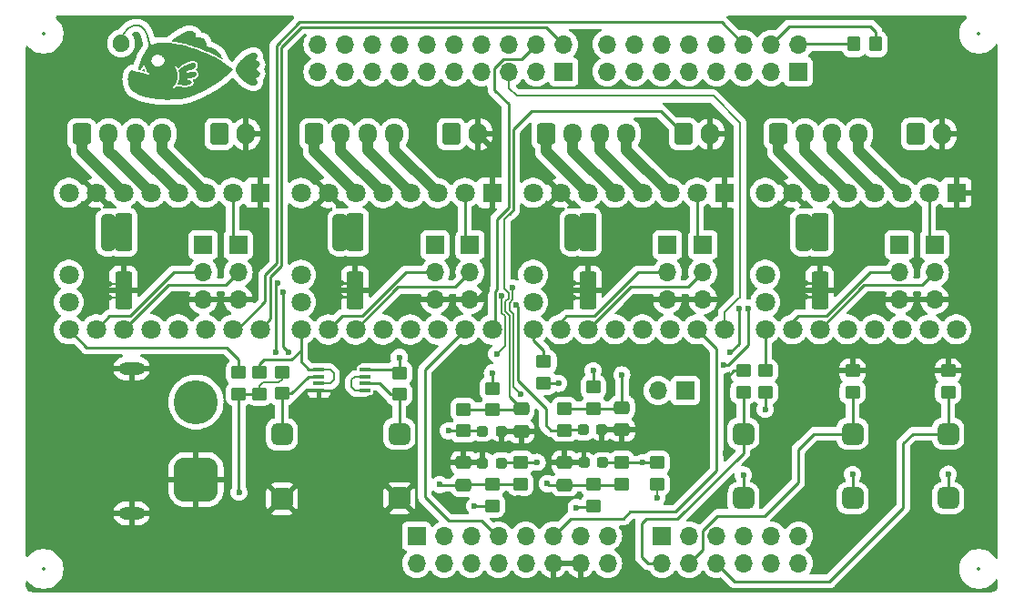
<source format=gtl>
%TF.GenerationSoftware,KiCad,Pcbnew,8.0.3*%
%TF.CreationDate,2024-06-29T14:46:45+02:00*%
%TF.ProjectId,StepperDriver-Shield_FRDM-MCXA153,53746570-7065-4724-9472-697665722d53,rev?*%
%TF.SameCoordinates,Original*%
%TF.FileFunction,Copper,L1,Top*%
%TF.FilePolarity,Positive*%
%FSLAX46Y46*%
G04 Gerber Fmt 4.6, Leading zero omitted, Abs format (unit mm)*
G04 Created by KiCad (PCBNEW 8.0.3) date 2024-06-29 14:46:45*
%MOMM*%
%LPD*%
G01*
G04 APERTURE LIST*
G04 Aperture macros list*
%AMRoundRect*
0 Rectangle with rounded corners*
0 $1 Rounding radius*
0 $2 $3 $4 $5 $6 $7 $8 $9 X,Y pos of 4 corners*
0 Add a 4 corners polygon primitive as box body*
4,1,4,$2,$3,$4,$5,$6,$7,$8,$9,$2,$3,0*
0 Add four circle primitives for the rounded corners*
1,1,$1+$1,$2,$3*
1,1,$1+$1,$4,$5*
1,1,$1+$1,$6,$7*
1,1,$1+$1,$8,$9*
0 Add four rect primitives between the rounded corners*
20,1,$1+$1,$2,$3,$4,$5,0*
20,1,$1+$1,$4,$5,$6,$7,0*
20,1,$1+$1,$6,$7,$8,$9,0*
20,1,$1+$1,$8,$9,$2,$3,0*%
G04 Aperture macros list end*
%TA.AperFunction,EtchedComponent*%
%ADD10C,0.000000*%
%TD*%
%TA.AperFunction,ComponentPad*%
%ADD11R,1.800000X1.800000*%
%TD*%
%TA.AperFunction,ComponentPad*%
%ADD12C,1.800000*%
%TD*%
%TA.AperFunction,SMDPad,CuDef*%
%ADD13RoundRect,0.250000X-0.450000X0.350000X-0.450000X-0.350000X0.450000X-0.350000X0.450000X0.350000X0*%
%TD*%
%TA.AperFunction,SMDPad,CuDef*%
%ADD14RoundRect,0.250000X-0.475000X0.337500X-0.475000X-0.337500X0.475000X-0.337500X0.475000X0.337500X0*%
%TD*%
%TA.AperFunction,SMDPad,CuDef*%
%ADD15RoundRect,0.250000X0.475000X-0.337500X0.475000X0.337500X-0.475000X0.337500X-0.475000X-0.337500X0*%
%TD*%
%TA.AperFunction,SMDPad,CuDef*%
%ADD16RoundRect,0.250000X0.350000X0.450000X-0.350000X0.450000X-0.350000X-0.450000X0.350000X-0.450000X0*%
%TD*%
%TA.AperFunction,ComponentPad*%
%ADD17RoundRect,0.250000X-0.600000X-0.750000X0.600000X-0.750000X0.600000X0.750000X-0.600000X0.750000X0*%
%TD*%
%TA.AperFunction,ComponentPad*%
%ADD18O,1.700000X2.000000*%
%TD*%
%TA.AperFunction,ComponentPad*%
%ADD19RoundRect,0.250000X-0.600000X-0.725000X0.600000X-0.725000X0.600000X0.725000X-0.600000X0.725000X0*%
%TD*%
%TA.AperFunction,ComponentPad*%
%ADD20O,1.700000X1.950000*%
%TD*%
%TA.AperFunction,SMDPad,CuDef*%
%ADD21R,1.100000X0.400000*%
%TD*%
%TA.AperFunction,SMDPad,CuDef*%
%ADD22RoundRect,0.250000X0.450000X-0.350000X0.450000X0.350000X-0.450000X0.350000X-0.450000X-0.350000X0*%
%TD*%
%TA.AperFunction,SMDPad,CuDef*%
%ADD23RoundRect,0.250000X-0.550000X1.500000X-0.550000X-1.500000X0.550000X-1.500000X0.550000X1.500000X0*%
%TD*%
%TA.AperFunction,SMDPad,CuDef*%
%ADD24RoundRect,0.500000X-0.500000X0.500000X-0.500000X-0.500000X0.500000X-0.500000X0.500000X0.500000X0*%
%TD*%
%TA.AperFunction,ComponentPad*%
%ADD25R,1.700000X1.700000*%
%TD*%
%TA.AperFunction,ComponentPad*%
%ADD26O,1.700000X1.700000*%
%TD*%
%TA.AperFunction,ComponentPad*%
%ADD27O,2.400000X1.200000*%
%TD*%
%TA.AperFunction,ComponentPad*%
%ADD28RoundRect,1.025000X1.025000X-1.025000X1.025000X1.025000X-1.025000X1.025000X-1.025000X-1.025000X0*%
%TD*%
%TA.AperFunction,ComponentPad*%
%ADD29C,4.100000*%
%TD*%
%TA.AperFunction,SMDPad,CuDef*%
%ADD30RoundRect,0.237500X-0.287500X-0.237500X0.287500X-0.237500X0.287500X0.237500X-0.287500X0.237500X0*%
%TD*%
%TA.AperFunction,SMDPad,CuDef*%
%ADD31RoundRect,0.500000X0.500000X-0.500000X0.500000X0.500000X-0.500000X0.500000X-0.500000X-0.500000X0*%
%TD*%
%TA.AperFunction,SMDPad,CuDef*%
%ADD32RoundRect,0.237500X0.287500X0.237500X-0.287500X0.237500X-0.287500X-0.237500X0.287500X-0.237500X0*%
%TD*%
%TA.AperFunction,ViaPad*%
%ADD33C,0.600000*%
%TD*%
%TA.AperFunction,Conductor*%
%ADD34C,0.254000*%
%TD*%
%TA.AperFunction,Conductor*%
%ADD35C,0.508000*%
%TD*%
%TA.AperFunction,Conductor*%
%ADD36C,0.200000*%
%TD*%
%TA.AperFunction,Conductor*%
%ADD37C,0.152400*%
%TD*%
%TA.AperFunction,Conductor*%
%ADD38C,1.016000*%
%TD*%
%ADD39C,0.300000*%
%ADD40C,0.350000*%
%ADD41O,1.700000X0.600000*%
G04 APERTURE END LIST*
D10*
%TA.AperFunction,EtchedComponent*%
%TO.C,Blub1*%
G36*
X96642611Y-73467663D02*
G01*
X96643330Y-73469784D01*
X96644913Y-73476011D01*
X96649631Y-73489965D01*
X96657440Y-73511526D01*
X96668293Y-73540573D01*
X96682145Y-73576984D01*
X96698952Y-73620640D01*
X96718667Y-73671419D01*
X96728232Y-73695938D01*
X96739537Y-73724942D01*
X96749885Y-73751616D01*
X96758858Y-73774870D01*
X96766037Y-73793614D01*
X96771002Y-73806757D01*
X96773335Y-73813209D01*
X96773403Y-73813432D01*
X96774114Y-73817401D01*
X96772601Y-73819539D01*
X96767653Y-73819722D01*
X96758056Y-73817828D01*
X96742599Y-73813733D01*
X96723777Y-73808381D01*
X96708466Y-73804163D01*
X96686561Y-73798382D01*
X96659701Y-73791459D01*
X96629525Y-73783813D01*
X96597673Y-73775862D01*
X96572487Y-73769664D01*
X96543203Y-73762402D01*
X96516806Y-73755660D01*
X96494359Y-73749724D01*
X96476926Y-73744882D01*
X96465568Y-73741421D01*
X96461349Y-73739629D01*
X96461344Y-73739601D01*
X96463542Y-73735228D01*
X96469645Y-73725143D01*
X96478827Y-73710660D01*
X96490264Y-73693091D01*
X96495907Y-73684559D01*
X96509879Y-73663320D01*
X96525391Y-73639380D01*
X96541815Y-73613747D01*
X96558520Y-73587430D01*
X96574877Y-73561435D01*
X96590257Y-73536772D01*
X96604031Y-73514448D01*
X96615568Y-73495471D01*
X96624240Y-73480850D01*
X96629417Y-73471592D01*
X96630628Y-73468789D01*
X96634067Y-73465587D01*
X96636979Y-73465183D01*
X96642611Y-73467663D01*
G37*
%TD.AperFunction*%
%TA.AperFunction,EtchedComponent*%
G36*
X106895751Y-72033090D02*
G01*
X106907077Y-72034593D01*
X106919087Y-72037472D01*
X106932903Y-72042111D01*
X106949649Y-72048896D01*
X106970451Y-72058211D01*
X106996430Y-72070439D01*
X107028712Y-72085966D01*
X107034235Y-72088636D01*
X107066424Y-72104691D01*
X107091959Y-72118748D01*
X107112115Y-72131791D01*
X107128165Y-72144803D01*
X107141383Y-72158766D01*
X107153041Y-72174663D01*
X107159835Y-72185569D01*
X107173729Y-72210430D01*
X107183409Y-72231827D01*
X107190079Y-72252809D01*
X107194356Y-72273020D01*
X107198080Y-72305530D01*
X107197676Y-72338940D01*
X107192916Y-72374179D01*
X107183573Y-72412175D01*
X107169420Y-72453858D01*
X107150230Y-72500156D01*
X107126451Y-72550630D01*
X107115559Y-72572915D01*
X107105841Y-72593201D01*
X107097993Y-72610004D01*
X107092712Y-72621835D01*
X107090852Y-72626560D01*
X107086939Y-72636463D01*
X107080736Y-72649656D01*
X107077588Y-72655770D01*
X107068403Y-72680581D01*
X107067437Y-72704400D01*
X107074457Y-72726759D01*
X107089231Y-72747188D01*
X107111525Y-72765218D01*
X107138979Y-72779495D01*
X107189849Y-72801792D01*
X107233339Y-72822902D01*
X107270318Y-72843542D01*
X107301657Y-72864431D01*
X107328227Y-72886287D01*
X107350897Y-72909826D01*
X107370538Y-72935767D01*
X107388021Y-72964826D01*
X107404215Y-72997723D01*
X107404556Y-72998480D01*
X107413915Y-73021387D01*
X107422999Y-73047234D01*
X107430308Y-73071635D01*
X107432356Y-73079817D01*
X107436527Y-73098431D01*
X107438889Y-73112140D01*
X107439518Y-73123960D01*
X107438489Y-73136908D01*
X107435880Y-73154001D01*
X107434450Y-73162449D01*
X107429507Y-73186161D01*
X107423172Y-73209039D01*
X107416431Y-73227596D01*
X107415257Y-73230193D01*
X107399149Y-73258188D01*
X107376158Y-73289012D01*
X107347068Y-73321899D01*
X107312666Y-73356082D01*
X107273735Y-73390797D01*
X107231059Y-73425276D01*
X107185423Y-73458753D01*
X107171268Y-73468489D01*
X107141995Y-73489548D01*
X107120246Y-73508040D01*
X107105612Y-73524347D01*
X107098797Y-73535967D01*
X107094070Y-73554636D01*
X107093387Y-73576298D01*
X107096756Y-73596501D01*
X107098665Y-73601866D01*
X107104779Y-73611928D01*
X107114624Y-73623741D01*
X107126233Y-73635409D01*
X107137643Y-73645032D01*
X107146887Y-73650712D01*
X107150018Y-73651480D01*
X107155630Y-73653814D01*
X107166884Y-73660262D01*
X107182549Y-73669996D01*
X107201391Y-73682186D01*
X107222179Y-73696004D01*
X107243681Y-73710620D01*
X107264663Y-73725206D01*
X107283893Y-73738932D01*
X107300139Y-73750970D01*
X107312168Y-73760490D01*
X107312521Y-73760787D01*
X107331777Y-73777995D01*
X107352000Y-73797660D01*
X107371413Y-73817914D01*
X107388240Y-73836891D01*
X107400705Y-73852723D01*
X107402621Y-73855502D01*
X107418421Y-73884765D01*
X107429875Y-73919069D01*
X107436246Y-73951025D01*
X107438402Y-73966432D01*
X107439303Y-73978781D01*
X107438762Y-73990602D01*
X107436589Y-74004424D01*
X107432597Y-74022778D01*
X107430143Y-74033250D01*
X107419229Y-74070689D01*
X107404188Y-74109851D01*
X107386297Y-74147919D01*
X107366831Y-74182073D01*
X107354706Y-74199813D01*
X107330860Y-74227757D01*
X107300964Y-74255304D01*
X107264466Y-74282862D01*
X107220814Y-74310843D01*
X107169456Y-74339654D01*
X107158566Y-74345368D01*
X107130856Y-74360395D01*
X107109912Y-74373419D01*
X107094569Y-74385410D01*
X107083665Y-74397339D01*
X107076036Y-74410176D01*
X107073392Y-74416428D01*
X107068651Y-74437411D01*
X107069038Y-74459488D01*
X107074288Y-74479421D01*
X107079282Y-74488479D01*
X107086422Y-74500858D01*
X107091227Y-74513268D01*
X107091251Y-74513366D01*
X107094595Y-74522421D01*
X107101026Y-74536535D01*
X107109458Y-74553396D01*
X107114715Y-74563299D01*
X107143445Y-74619192D01*
X107166038Y-74670053D01*
X107182601Y-74716569D01*
X107193243Y-74759427D01*
X107198072Y-74799315D01*
X107197197Y-74836917D01*
X107190726Y-74872922D01*
X107178766Y-74908015D01*
X107171566Y-74923809D01*
X107161148Y-74944290D01*
X107151008Y-74962033D01*
X107140318Y-74977717D01*
X107128250Y-74992018D01*
X107113977Y-75005612D01*
X107096671Y-75019176D01*
X107075505Y-75033388D01*
X107049651Y-75048923D01*
X107018282Y-75066460D01*
X106980570Y-75086674D01*
X106957672Y-75098733D01*
X106937453Y-75109068D01*
X106922314Y-75115912D01*
X106910011Y-75120022D01*
X106898299Y-75122157D01*
X106885694Y-75123045D01*
X106868991Y-75123341D01*
X106853852Y-75122987D01*
X106845247Y-75122262D01*
X106740060Y-75102566D01*
X106634369Y-75074626D01*
X106528088Y-75038411D01*
X106421126Y-74993885D01*
X106313397Y-74941015D01*
X106204812Y-74879767D01*
X106195322Y-74874042D01*
X106140879Y-74839718D01*
X106087843Y-74803508D01*
X106035309Y-74764664D01*
X105982368Y-74722442D01*
X105928114Y-74676098D01*
X105871640Y-74624884D01*
X105812038Y-74568057D01*
X105759195Y-74515743D01*
X105716705Y-74472679D01*
X105679363Y-74433939D01*
X105645998Y-74398207D01*
X105615439Y-74364167D01*
X105586517Y-74330505D01*
X105558061Y-74295907D01*
X105528900Y-74259056D01*
X105516770Y-74243382D01*
X105469124Y-74178776D01*
X105422016Y-74109707D01*
X105376174Y-74037485D01*
X105332326Y-73963421D01*
X105291201Y-73888827D01*
X105253527Y-73815015D01*
X105220032Y-73743294D01*
X105191446Y-73674977D01*
X105172764Y-73624134D01*
X105157442Y-73579294D01*
X105164438Y-73555052D01*
X105174939Y-73522808D01*
X105189394Y-73484646D01*
X105207224Y-73441802D01*
X105227852Y-73395512D01*
X105250699Y-73347011D01*
X105275187Y-73297534D01*
X105300737Y-73248318D01*
X105326772Y-73200597D01*
X105346180Y-73166683D01*
X105391484Y-73091770D01*
X105437304Y-73021269D01*
X105484652Y-72953888D01*
X105534540Y-72888333D01*
X105587978Y-72823312D01*
X105645979Y-72757534D01*
X105709554Y-72689705D01*
X105759195Y-72639027D01*
X105821863Y-72577140D01*
X105880706Y-72521393D01*
X105936759Y-72470991D01*
X105991051Y-72425136D01*
X106044617Y-72383032D01*
X106098488Y-72343882D01*
X106153697Y-72306890D01*
X106211276Y-72271259D01*
X106272257Y-72236192D01*
X106303290Y-72219192D01*
X106363855Y-72188057D01*
X106426490Y-72158796D01*
X106490169Y-72131746D01*
X106553867Y-72107243D01*
X106616556Y-72085625D01*
X106677212Y-72067230D01*
X106734807Y-72052395D01*
X106788315Y-72041458D01*
X106836711Y-72034755D01*
X106870652Y-72032675D01*
X106883984Y-72032579D01*
X106895751Y-72033090D01*
G37*
%TD.AperFunction*%
%TA.AperFunction,EtchedComponent*%
G36*
X100940880Y-69998752D02*
G01*
X101023597Y-70005604D01*
X101102279Y-70019885D01*
X101177014Y-70041626D01*
X101247890Y-70070859D01*
X101314995Y-70107617D01*
X101378416Y-70151930D01*
X101391455Y-70162346D01*
X101422847Y-70190417D01*
X101447392Y-70218405D01*
X101466396Y-70248388D01*
X101481167Y-70282445D01*
X101493011Y-70322653D01*
X101493493Y-70324630D01*
X101501527Y-70368716D01*
X101503449Y-70408882D01*
X101499330Y-70444589D01*
X101489237Y-70475301D01*
X101473239Y-70500479D01*
X101470599Y-70503459D01*
X101457074Y-70519682D01*
X101449128Y-70534084D01*
X101445460Y-70549782D01*
X101444731Y-70565352D01*
X101446517Y-70584501D01*
X101452728Y-70600642D01*
X101464643Y-70616475D01*
X101472961Y-70624949D01*
X101488965Y-70637860D01*
X101506037Y-70645950D01*
X101525781Y-70649490D01*
X101549801Y-70648754D01*
X101579702Y-70644011D01*
X101582337Y-70643479D01*
X101596814Y-70641095D01*
X101617538Y-70638448D01*
X101642302Y-70635783D01*
X101668900Y-70633345D01*
X101684965Y-70632083D01*
X101712818Y-70630220D01*
X101736445Y-70629148D01*
X101758290Y-70628895D01*
X101780796Y-70629486D01*
X101806406Y-70630948D01*
X101837564Y-70633308D01*
X101843742Y-70633813D01*
X101925554Y-70642412D01*
X101999569Y-70654102D01*
X102065885Y-70668912D01*
X102124601Y-70686871D01*
X102175813Y-70708005D01*
X102219620Y-70732343D01*
X102242018Y-70748206D01*
X102269834Y-70773107D01*
X102297872Y-70804166D01*
X102324529Y-70839270D01*
X102348205Y-70876308D01*
X102367298Y-70913166D01*
X102367568Y-70913766D01*
X102379831Y-70943785D01*
X102393055Y-70981011D01*
X102406928Y-71024280D01*
X102421138Y-71072426D01*
X102435372Y-71124286D01*
X102449318Y-71178694D01*
X102462663Y-71234485D01*
X102475095Y-71290496D01*
X102486302Y-71345562D01*
X102492903Y-71380974D01*
X102497397Y-71405616D01*
X102501107Y-71423571D01*
X102504691Y-71436496D01*
X102508806Y-71446050D01*
X102514111Y-71453889D01*
X102521262Y-71461672D01*
X102527251Y-71467523D01*
X102540387Y-71478839D01*
X102553181Y-71486098D01*
X102568066Y-71490088D01*
X102587473Y-71491593D01*
X102601886Y-71491635D01*
X102615018Y-71491809D01*
X102628441Y-71492839D01*
X102643595Y-71494984D01*
X102661918Y-71498503D01*
X102684851Y-71503657D01*
X102713833Y-71510705D01*
X102729762Y-71514698D01*
X102818663Y-71538149D01*
X102900186Y-71561878D01*
X102975418Y-71586283D01*
X103045446Y-71611764D01*
X103111359Y-71638719D01*
X103174245Y-71667546D01*
X103235192Y-71698643D01*
X103242080Y-71702358D01*
X103324856Y-71749905D01*
X103400461Y-71799134D01*
X103470175Y-71851117D01*
X103535272Y-71906928D01*
X103597030Y-71967639D01*
X103656726Y-72034323D01*
X103698579Y-72085908D01*
X103731976Y-72130832D01*
X103765233Y-72180085D01*
X103798793Y-72234420D01*
X103833099Y-72294585D01*
X103868592Y-72361333D01*
X103905715Y-72435415D01*
X103911301Y-72446896D01*
X103922527Y-72470463D01*
X103934854Y-72497055D01*
X103947842Y-72525648D01*
X103961050Y-72555221D01*
X103974036Y-72584749D01*
X103986359Y-72613211D01*
X103997579Y-72639583D01*
X104007254Y-72662842D01*
X104014942Y-72681966D01*
X104020203Y-72695930D01*
X104022596Y-72703713D01*
X104022592Y-72704957D01*
X104018022Y-72704695D01*
X104014792Y-72703583D01*
X104009103Y-72700386D01*
X103997824Y-72693416D01*
X103982413Y-72683596D01*
X103964329Y-72671845D01*
X103957633Y-72667444D01*
X103857364Y-72602069D01*
X103762464Y-72541727D01*
X103671957Y-72485845D01*
X103584867Y-72433849D01*
X103500219Y-72385165D01*
X103417036Y-72339220D01*
X103334342Y-72295438D01*
X103265367Y-72260326D01*
X103204035Y-72230067D01*
X103141111Y-72199871D01*
X103076004Y-72169486D01*
X103008121Y-72138657D01*
X102936870Y-72107133D01*
X102861659Y-72074659D01*
X102781897Y-72040984D01*
X102696990Y-72005853D01*
X102606348Y-71969014D01*
X102509378Y-71930214D01*
X102405488Y-71889200D01*
X102308475Y-71851310D01*
X102259716Y-71832350D01*
X102217903Y-71816089D01*
X102182086Y-71802156D01*
X102151318Y-71790182D01*
X102124650Y-71779796D01*
X102101135Y-71770628D01*
X102079824Y-71762309D01*
X102059769Y-71754468D01*
X102040023Y-71746736D01*
X102019638Y-71738742D01*
X101997665Y-71730117D01*
X101973156Y-71720491D01*
X101959166Y-71714995D01*
X101844839Y-71670482D01*
X101730553Y-71626776D01*
X101616963Y-71584106D01*
X101504722Y-71542698D01*
X101394483Y-71502782D01*
X101286901Y-71464584D01*
X101182629Y-71428333D01*
X101082321Y-71394256D01*
X100986630Y-71362582D01*
X100896210Y-71333538D01*
X100811715Y-71307352D01*
X100733799Y-71284252D01*
X100680487Y-71269204D01*
X100562672Y-71238216D01*
X100436534Y-71207820D01*
X100302200Y-71178038D01*
X100159794Y-71148898D01*
X100009443Y-71120423D01*
X99851273Y-71092639D01*
X99685410Y-71065572D01*
X99566934Y-71047384D01*
X99532377Y-71041463D01*
X99505684Y-71035191D01*
X99486254Y-71028426D01*
X99484371Y-71027568D01*
X99468925Y-71021643D01*
X99448928Y-71016477D01*
X99422905Y-71011733D01*
X99401807Y-71008681D01*
X99376758Y-71005510D01*
X99347586Y-71002124D01*
X99315754Y-70998663D01*
X99282725Y-70995269D01*
X99249964Y-70992080D01*
X99218934Y-70989237D01*
X99191099Y-70986881D01*
X99167923Y-70985151D01*
X99150869Y-70984188D01*
X99144510Y-70984036D01*
X99132895Y-70983300D01*
X99126047Y-70981418D01*
X99125183Y-70979967D01*
X99128853Y-70976509D01*
X99138743Y-70968497D01*
X99154241Y-70956388D01*
X99174739Y-70940634D01*
X99199625Y-70921692D01*
X99228291Y-70900014D01*
X99260125Y-70876056D01*
X99294519Y-70850272D01*
X99330861Y-70823116D01*
X99368543Y-70795044D01*
X99406953Y-70766509D01*
X99445483Y-70737966D01*
X99483521Y-70709870D01*
X99520458Y-70682674D01*
X99555685Y-70656834D01*
X99588590Y-70632804D01*
X99618564Y-70611038D01*
X99644997Y-70591991D01*
X99666498Y-70576669D01*
X99722523Y-70537943D01*
X99783832Y-70497178D01*
X99849286Y-70455045D01*
X99917750Y-70412213D01*
X99988086Y-70369354D01*
X100059156Y-70327137D01*
X100129824Y-70286232D01*
X100198953Y-70247310D01*
X100265405Y-70211042D01*
X100328043Y-70178096D01*
X100385731Y-70149144D01*
X100417976Y-70133743D01*
X100493081Y-70099957D01*
X100562622Y-70071438D01*
X100627479Y-70047957D01*
X100688534Y-70029287D01*
X100746668Y-70015201D01*
X100802760Y-70005471D01*
X100857692Y-69999870D01*
X100912345Y-69998171D01*
X100940880Y-69998752D01*
G37*
%TD.AperFunction*%
%TA.AperFunction,EtchedComponent*%
G36*
X101173752Y-73005937D02*
G01*
X101216922Y-73006370D01*
X101252899Y-73007621D01*
X101282934Y-73009864D01*
X101308279Y-73013273D01*
X101330183Y-73018019D01*
X101349898Y-73024275D01*
X101368675Y-73032216D01*
X101370657Y-73033161D01*
X101390773Y-73044131D01*
X101409302Y-73056502D01*
X101422530Y-73067644D01*
X101435269Y-73083207D01*
X101449060Y-73104496D01*
X101462601Y-73129104D01*
X101474589Y-73154623D01*
X101483722Y-73178645D01*
X101485257Y-73183619D01*
X101492360Y-73222666D01*
X101491454Y-73262821D01*
X101482810Y-73303420D01*
X101466700Y-73343801D01*
X101443395Y-73383302D01*
X101413167Y-73421258D01*
X101376288Y-73457008D01*
X101371610Y-73460967D01*
X101344919Y-73482516D01*
X101318562Y-73502459D01*
X101293805Y-73519929D01*
X101271914Y-73534055D01*
X101254154Y-73543971D01*
X101244912Y-73547923D01*
X101230871Y-73553548D01*
X101218750Y-73559887D01*
X101215274Y-73562261D01*
X101202953Y-73570336D01*
X101185276Y-73579893D01*
X101164027Y-73590176D01*
X101140987Y-73600428D01*
X101117940Y-73609892D01*
X101096668Y-73617813D01*
X101078955Y-73623433D01*
X101066581Y-73625997D01*
X101064894Y-73626076D01*
X101046057Y-73627638D01*
X101020931Y-73632060D01*
X100990708Y-73638946D01*
X100956582Y-73647899D01*
X100919747Y-73658524D01*
X100881394Y-73670423D01*
X100842717Y-73683202D01*
X100804910Y-73696462D01*
X100769165Y-73709809D01*
X100736675Y-73722846D01*
X100708633Y-73735177D01*
X100686232Y-73746405D01*
X100670666Y-73756134D01*
X100668725Y-73757659D01*
X100654728Y-73772783D01*
X100643626Y-73791486D01*
X100637083Y-73810589D01*
X100636029Y-73820198D01*
X100640012Y-73843279D01*
X100650954Y-73864731D01*
X100667349Y-73883060D01*
X100687689Y-73896775D01*
X100710468Y-73904383D01*
X100722117Y-73905430D01*
X100734179Y-73903530D01*
X100753007Y-73897889D01*
X100777891Y-73888740D01*
X100798329Y-73880458D01*
X100860677Y-73855447D01*
X100917279Y-73835075D01*
X100969307Y-73819092D01*
X101017928Y-73807248D01*
X101064313Y-73799295D01*
X101109632Y-73794981D01*
X101155054Y-73794058D01*
X101195014Y-73795779D01*
X101253235Y-73801465D01*
X101307323Y-73810032D01*
X101356557Y-73821261D01*
X101400216Y-73834933D01*
X101437579Y-73850830D01*
X101467925Y-73868732D01*
X101486637Y-73884321D01*
X101501819Y-73902299D01*
X101516849Y-73924819D01*
X101529688Y-73948497D01*
X101538302Y-73969954D01*
X101538402Y-73970284D01*
X101543258Y-73992779D01*
X101546357Y-74020091D01*
X101547449Y-74048704D01*
X101546282Y-74075102D01*
X101546025Y-74077545D01*
X101538276Y-74112906D01*
X101523542Y-74148577D01*
X101502971Y-74182525D01*
X101477713Y-74212713D01*
X101461001Y-74228001D01*
X101440520Y-74243043D01*
X101413442Y-74260280D01*
X101381115Y-74278980D01*
X101344889Y-74298414D01*
X101306112Y-74317849D01*
X101266133Y-74336555D01*
X101237263Y-74349205D01*
X101220970Y-74355404D01*
X101200866Y-74361966D01*
X101178565Y-74368491D01*
X101155678Y-74374576D01*
X101133820Y-74379823D01*
X101114604Y-74383829D01*
X101099641Y-74386193D01*
X101090546Y-74386515D01*
X101089016Y-74386052D01*
X101083604Y-74385661D01*
X101071589Y-74386275D01*
X101054761Y-74387762D01*
X101035351Y-74389941D01*
X101014734Y-74392162D01*
X100988078Y-74394570D01*
X100957802Y-74396971D01*
X100926326Y-74399174D01*
X100898540Y-74400850D01*
X100854830Y-74403269D01*
X100818760Y-74405339D01*
X100789511Y-74407148D01*
X100766264Y-74408782D01*
X100748203Y-74410330D01*
X100734508Y-74411879D01*
X100724363Y-74413516D01*
X100716949Y-74415330D01*
X100711448Y-74417407D01*
X100707043Y-74419836D01*
X100704396Y-74421632D01*
X100684714Y-74439146D01*
X100672515Y-74458984D01*
X100666839Y-74482817D01*
X100666436Y-74487664D01*
X100666728Y-74509177D01*
X100671341Y-74527517D01*
X100681296Y-74545447D01*
X100693505Y-74561020D01*
X100705333Y-74572531D01*
X100719440Y-74581224D01*
X100737495Y-74587754D01*
X100761165Y-74592775D01*
X100782104Y-74595758D01*
X100822566Y-74602011D01*
X100864095Y-74610649D01*
X100904653Y-74621112D01*
X100942205Y-74632839D01*
X100974716Y-74645268D01*
X100992936Y-74653852D01*
X101021183Y-74672696D01*
X101045212Y-74696773D01*
X101064596Y-74724804D01*
X101078907Y-74755508D01*
X101087716Y-74787606D01*
X101090596Y-74819819D01*
X101087118Y-74850866D01*
X101076855Y-74879466D01*
X101071517Y-74888761D01*
X101051451Y-74913390D01*
X101023688Y-74937185D01*
X100988987Y-74959727D01*
X100948109Y-74980597D01*
X100901815Y-74999375D01*
X100850864Y-75015641D01*
X100832912Y-75020449D01*
X100776832Y-75034039D01*
X100719515Y-75046565D01*
X100662878Y-75057667D01*
X100608843Y-75066988D01*
X100559328Y-75074170D01*
X100523827Y-75078174D01*
X100503465Y-75080124D01*
X100485023Y-75081942D01*
X100470876Y-75083389D01*
X100464551Y-75084084D01*
X100455819Y-75084256D01*
X100440575Y-75083689D01*
X100420732Y-75082485D01*
X100398204Y-75080750D01*
X100390455Y-75080073D01*
X100362936Y-75077427D01*
X100333121Y-75074282D01*
X100304562Y-75071027D01*
X100280813Y-75068052D01*
X100280370Y-75067993D01*
X100261600Y-75065594D01*
X100236418Y-75062561D01*
X100206832Y-75059128D01*
X100174855Y-75055525D01*
X100142495Y-75051985D01*
X100130062Y-75050656D01*
X100097302Y-75047146D01*
X100069151Y-75044018D01*
X100044083Y-75041055D01*
X100020570Y-75038039D01*
X99997085Y-75034750D01*
X99972103Y-75030972D01*
X99944096Y-75026486D01*
X99911537Y-75021074D01*
X99872899Y-75014518D01*
X99851687Y-75010890D01*
X99822674Y-75006025D01*
X99795676Y-75001693D01*
X99772064Y-74998098D01*
X99753210Y-74995445D01*
X99740484Y-74993939D01*
X99736310Y-74993671D01*
X99726503Y-74993185D01*
X99721604Y-74991992D01*
X99721477Y-74991739D01*
X99723267Y-74987566D01*
X99728302Y-74976847D01*
X99736077Y-74960630D01*
X99746087Y-74939962D01*
X99757829Y-74915890D01*
X99767869Y-74895415D01*
X99814874Y-74795196D01*
X99855186Y-74699227D01*
X99888991Y-74606817D01*
X99916474Y-74517277D01*
X99937819Y-74429915D01*
X99953213Y-74344043D01*
X99962840Y-74258969D01*
X99966886Y-74174004D01*
X99967048Y-74153188D01*
X99963567Y-74066346D01*
X99953366Y-73978220D01*
X99936823Y-73890825D01*
X99914314Y-73806175D01*
X99887999Y-73730770D01*
X99873347Y-73693623D01*
X99885901Y-73677844D01*
X99900062Y-73661586D01*
X99919996Y-73640923D01*
X99944793Y-73616649D01*
X99973545Y-73589558D01*
X100005340Y-73560447D01*
X100039270Y-73530110D01*
X100074424Y-73499342D01*
X100109892Y-73468937D01*
X100144766Y-73439691D01*
X100178135Y-73412399D01*
X100209090Y-73387855D01*
X100236720Y-73366854D01*
X100260117Y-73350192D01*
X100263434Y-73347964D01*
X100302414Y-73322499D01*
X100339568Y-73299286D01*
X100376002Y-73277770D01*
X100412824Y-73257397D01*
X100451141Y-73237612D01*
X100492062Y-73217861D01*
X100536693Y-73197589D01*
X100586142Y-73176241D01*
X100641517Y-73153264D01*
X100697423Y-73130699D01*
X100750733Y-73109595D01*
X100797592Y-73091520D01*
X100839281Y-73076045D01*
X100877081Y-73062744D01*
X100912272Y-73051190D01*
X100946135Y-73040954D01*
X100979950Y-73031611D01*
X101014997Y-73022733D01*
X101036146Y-73017686D01*
X101054211Y-73013590D01*
X101069640Y-73010559D01*
X101084260Y-73008439D01*
X101099899Y-73007072D01*
X101118385Y-73006303D01*
X101141545Y-73005975D01*
X101171207Y-73005933D01*
X101173752Y-73005937D01*
G37*
%TD.AperFunction*%
%TA.AperFunction,EtchedComponent*%
G36*
X95950970Y-69406312D02*
G01*
X95967428Y-69407744D01*
X95989283Y-69409606D01*
X96013491Y-69411639D01*
X96033629Y-69413309D01*
X96125699Y-69424088D01*
X96212281Y-69440789D01*
X96293211Y-69463358D01*
X96368327Y-69491743D01*
X96437465Y-69525890D01*
X96499311Y-69564928D01*
X96553389Y-69606992D01*
X96608054Y-69656624D01*
X96662613Y-69713022D01*
X96716372Y-69775383D01*
X96768637Y-69842906D01*
X96818713Y-69914788D01*
X96862952Y-69985249D01*
X96877654Y-70011301D01*
X96894513Y-70043498D01*
X96912687Y-70080066D01*
X96931334Y-70119230D01*
X96949610Y-70159217D01*
X96966674Y-70198253D01*
X96981683Y-70234563D01*
X96983382Y-70238845D01*
X96998835Y-70279460D01*
X97015830Y-70326690D01*
X97033854Y-70378935D01*
X97052398Y-70434595D01*
X97070950Y-70492068D01*
X97088999Y-70549755D01*
X97106034Y-70606054D01*
X97121544Y-70659366D01*
X97135017Y-70708090D01*
X97142926Y-70738461D01*
X97154424Y-70785594D01*
X97165831Y-70835217D01*
X97176890Y-70886006D01*
X97187342Y-70936638D01*
X97196930Y-70985789D01*
X97205396Y-71032135D01*
X97212483Y-71074354D01*
X97217933Y-71111121D01*
X97221487Y-71141113D01*
X97221648Y-71142812D01*
X97225915Y-71166786D01*
X97234606Y-71188142D01*
X97248774Y-71208699D01*
X97269467Y-71230274D01*
X97275252Y-71235564D01*
X97302523Y-71256122D01*
X97331548Y-71269744D01*
X97364499Y-71277331D01*
X97379900Y-71278925D01*
X97394140Y-71279776D01*
X97405330Y-71279560D01*
X97415828Y-71277762D01*
X97427993Y-71273865D01*
X97444183Y-71267353D01*
X97456266Y-71262209D01*
X97534782Y-71231148D01*
X97619437Y-71202384D01*
X97708273Y-71176385D01*
X97799330Y-71153622D01*
X97890649Y-71134565D01*
X97980271Y-71119684D01*
X98066237Y-71109448D01*
X98106158Y-71106289D01*
X98151883Y-71104248D01*
X98204981Y-71103498D01*
X98264460Y-71104003D01*
X98329327Y-71105728D01*
X98398592Y-71108636D01*
X98471262Y-71112692D01*
X98546347Y-71117859D01*
X98622856Y-71124101D01*
X98640154Y-71125650D01*
X98678145Y-71128891D01*
X98720424Y-71132135D01*
X98764115Y-71135186D01*
X98806340Y-71137846D01*
X98844222Y-71139919D01*
X98858094Y-71140565D01*
X98917574Y-71143182D01*
X98969551Y-71145543D01*
X99014984Y-71147705D01*
X99054832Y-71149721D01*
X99090054Y-71151647D01*
X99121609Y-71153539D01*
X99150457Y-71155451D01*
X99177556Y-71157437D01*
X99203866Y-71159555D01*
X99230345Y-71161857D01*
X99232445Y-71162046D01*
X99266205Y-71165120D01*
X99292654Y-71167652D01*
X99312916Y-71169830D01*
X99328118Y-71171840D01*
X99339385Y-71173869D01*
X99347842Y-71176103D01*
X99354614Y-71178731D01*
X99360827Y-71181939D01*
X99364290Y-71183944D01*
X99371704Y-71187146D01*
X99383790Y-71190559D01*
X99401304Y-71194334D01*
X99425003Y-71198617D01*
X99455642Y-71203558D01*
X99491846Y-71208993D01*
X99648801Y-71232679D01*
X99797856Y-71256644D01*
X99939581Y-71281010D01*
X100074544Y-71305897D01*
X100203312Y-71331430D01*
X100326454Y-71357728D01*
X100444537Y-71384915D01*
X100558131Y-71413112D01*
X100667803Y-71442442D01*
X100774120Y-71473025D01*
X100877652Y-71504985D01*
X100892189Y-71509651D01*
X101019202Y-71551387D01*
X101152093Y-71596521D01*
X101289262Y-71644481D01*
X101429109Y-71694691D01*
X101570033Y-71746576D01*
X101710435Y-71799562D01*
X101848714Y-71853074D01*
X101851198Y-71854048D01*
X101890697Y-71869522D01*
X101936123Y-71887287D01*
X101985507Y-71906574D01*
X102036880Y-71926616D01*
X102088273Y-71946645D01*
X102137717Y-71965891D01*
X102183242Y-71983589D01*
X102187805Y-71985360D01*
X102311496Y-72033635D01*
X102427702Y-72079526D01*
X102536977Y-72123309D01*
X102639873Y-72165258D01*
X102736947Y-72205647D01*
X102828753Y-72244750D01*
X102915844Y-72282842D01*
X102998776Y-72320196D01*
X103078102Y-72357088D01*
X103154377Y-72393791D01*
X103228156Y-72430580D01*
X103299993Y-72467728D01*
X103370441Y-72505510D01*
X103440057Y-72544201D01*
X103509393Y-72584075D01*
X103579005Y-72625405D01*
X103649446Y-72668466D01*
X103721272Y-72713533D01*
X103795036Y-72760879D01*
X103871293Y-72810779D01*
X103915292Y-72839941D01*
X103938182Y-72855205D01*
X103959506Y-72869506D01*
X103979968Y-72883338D01*
X104000268Y-72897194D01*
X104021109Y-72911567D01*
X104043191Y-72926950D01*
X104067217Y-72943836D01*
X104093887Y-72962719D01*
X104123904Y-72984091D01*
X104157969Y-73008446D01*
X104196783Y-73036276D01*
X104241049Y-73068076D01*
X104291466Y-73104337D01*
X104292122Y-73104808D01*
X104332622Y-73133836D01*
X104376520Y-73165101D01*
X104422235Y-73197491D01*
X104468187Y-73229892D01*
X104512795Y-73261191D01*
X104554480Y-73290275D01*
X104591660Y-73316032D01*
X104607558Y-73326965D01*
X104664423Y-73366185D01*
X104717027Y-73402927D01*
X104765074Y-73436968D01*
X104808269Y-73468087D01*
X104846317Y-73496063D01*
X104878922Y-73520675D01*
X104905790Y-73541700D01*
X104926625Y-73558917D01*
X104941132Y-73572105D01*
X104949017Y-73581042D01*
X104950450Y-73584371D01*
X104947585Y-73590513D01*
X104939337Y-73601653D01*
X104926470Y-73616960D01*
X104909744Y-73635603D01*
X104889922Y-73656752D01*
X104867765Y-73679577D01*
X104844034Y-73703247D01*
X104820922Y-73725576D01*
X104794904Y-73750345D01*
X104766294Y-73777654D01*
X104737174Y-73805513D01*
X104709623Y-73831931D01*
X104685722Y-73854917D01*
X104681542Y-73858948D01*
X104666474Y-73873278D01*
X104645888Y-73892545D01*
X104620571Y-73916034D01*
X104591308Y-73943029D01*
X104558885Y-73972814D01*
X104524089Y-74004673D01*
X104487706Y-74037890D01*
X104450522Y-74071750D01*
X104413324Y-74105536D01*
X104376897Y-74138532D01*
X104342029Y-74170024D01*
X104309504Y-74199293D01*
X104280110Y-74225626D01*
X104254632Y-74248306D01*
X104233857Y-74266617D01*
X104233155Y-74267230D01*
X104211722Y-74285587D01*
X104184348Y-74308425D01*
X104151835Y-74335107D01*
X104114988Y-74364995D01*
X104074611Y-74397452D01*
X104031509Y-74431842D01*
X103986486Y-74467527D01*
X103940346Y-74503871D01*
X103893893Y-74540236D01*
X103847932Y-74575984D01*
X103803267Y-74610480D01*
X103760701Y-74643085D01*
X103721039Y-74673164D01*
X103714737Y-74677910D01*
X103686203Y-74699131D01*
X103652642Y-74723689D01*
X103615467Y-74750581D01*
X103576089Y-74778807D01*
X103535917Y-74807364D01*
X103496364Y-74835252D01*
X103458840Y-74861468D01*
X103424756Y-74885012D01*
X103395523Y-74904881D01*
X103386038Y-74911221D01*
X103340309Y-74940932D01*
X103287389Y-74974099D01*
X103227707Y-75010476D01*
X103161686Y-75049819D01*
X103089755Y-75091883D01*
X103012339Y-75136421D01*
X102929864Y-75183189D01*
X102842757Y-75231941D01*
X102751444Y-75282432D01*
X102656351Y-75334417D01*
X102560400Y-75386308D01*
X102460101Y-75440242D01*
X102367049Y-75490221D01*
X102281055Y-75536347D01*
X102201933Y-75578718D01*
X102129493Y-75617434D01*
X102063548Y-75652595D01*
X102003910Y-75684300D01*
X101950391Y-75712650D01*
X101902804Y-75737743D01*
X101860959Y-75759680D01*
X101824669Y-75778561D01*
X101793747Y-75794485D01*
X101768003Y-75807552D01*
X101747251Y-75817861D01*
X101744210Y-75819344D01*
X101712580Y-75834256D01*
X101674406Y-75851454D01*
X101630455Y-75870640D01*
X101581493Y-75891514D01*
X101528286Y-75913777D01*
X101471600Y-75937129D01*
X101412200Y-75961270D01*
X101350853Y-75985901D01*
X101288324Y-76010722D01*
X101225380Y-76035434D01*
X101162786Y-76059737D01*
X101101309Y-76083332D01*
X101041714Y-76105920D01*
X100984768Y-76127200D01*
X100931235Y-76146873D01*
X100881883Y-76164640D01*
X100837478Y-76180201D01*
X100798784Y-76193256D01*
X100766568Y-76203506D01*
X100747958Y-76208942D01*
X100717881Y-76217073D01*
X100682127Y-76226438D01*
X100642284Y-76236647D01*
X100599943Y-76247308D01*
X100556693Y-76258028D01*
X100514124Y-76268416D01*
X100473824Y-76278080D01*
X100437385Y-76286628D01*
X100406394Y-76293668D01*
X100388361Y-76297581D01*
X100324641Y-76310545D01*
X100264061Y-76321853D01*
X100204529Y-76331826D01*
X100143950Y-76340781D01*
X100080231Y-76349037D01*
X100011277Y-76356913D01*
X99970817Y-76361152D01*
X99893250Y-76368897D01*
X99820934Y-76375751D01*
X99752051Y-76381849D01*
X99684786Y-76387330D01*
X99617323Y-76392332D01*
X99547844Y-76396992D01*
X99474534Y-76401448D01*
X99395577Y-76405837D01*
X99348881Y-76408283D01*
X99332658Y-76408920D01*
X99309269Y-76409556D01*
X99279549Y-76410185D01*
X99244333Y-76410799D01*
X99204455Y-76411394D01*
X99160751Y-76411963D01*
X99114055Y-76412499D01*
X99065202Y-76412996D01*
X99015027Y-76413448D01*
X98964364Y-76413849D01*
X98914049Y-76414192D01*
X98864916Y-76414471D01*
X98817800Y-76414680D01*
X98773536Y-76414812D01*
X98732958Y-76414862D01*
X98696903Y-76414823D01*
X98666203Y-76414688D01*
X98641694Y-76414452D01*
X98624212Y-76414109D01*
X98616393Y-76413788D01*
X98605420Y-76413172D01*
X98587549Y-76412252D01*
X98564341Y-76411103D01*
X98537356Y-76409802D01*
X98508156Y-76408426D01*
X98493605Y-76407752D01*
X98443129Y-76405108D01*
X98386451Y-76401576D01*
X98324766Y-76397264D01*
X98259270Y-76392281D01*
X98191158Y-76386739D01*
X98121627Y-76380744D01*
X98051872Y-76374408D01*
X97983087Y-76367839D01*
X97916470Y-76361146D01*
X97853215Y-76354439D01*
X97794519Y-76347828D01*
X97741576Y-76341421D01*
X97695583Y-76335327D01*
X97684904Y-76333807D01*
X97651755Y-76328792D01*
X97611409Y-76322330D01*
X97564975Y-76314622D01*
X97513564Y-76305867D01*
X97458285Y-76296267D01*
X97400247Y-76286021D01*
X97340560Y-76275328D01*
X97280334Y-76264391D01*
X97220678Y-76253408D01*
X97162702Y-76242579D01*
X97107515Y-76232106D01*
X97056226Y-76222187D01*
X97009947Y-76213024D01*
X96969785Y-76204816D01*
X96969351Y-76204726D01*
X96890422Y-76187456D01*
X96811294Y-76168620D01*
X96733398Y-76148615D01*
X96658165Y-76127836D01*
X96587028Y-76106679D01*
X96521417Y-76085539D01*
X96462764Y-76064813D01*
X96461267Y-76064254D01*
X96391801Y-76037935D01*
X96328725Y-76013246D01*
X96270303Y-75989435D01*
X96214799Y-75965747D01*
X96160477Y-75941432D01*
X96105602Y-75915735D01*
X96048437Y-75887905D01*
X96008029Y-75867709D01*
X95914090Y-75819006D01*
X95827320Y-75771171D01*
X95746567Y-75723501D01*
X95670679Y-75675295D01*
X95598504Y-75625853D01*
X95538645Y-75581899D01*
X95516682Y-75565263D01*
X95496141Y-75549710D01*
X95478308Y-75536212D01*
X95464463Y-75525740D01*
X95455891Y-75519264D01*
X95455132Y-75518692D01*
X95446371Y-75511588D01*
X95441394Y-75506577D01*
X95440972Y-75505715D01*
X95439041Y-75501316D01*
X95433811Y-75490873D01*
X95426007Y-75475795D01*
X95416351Y-75457490D01*
X95412717Y-75450673D01*
X95393319Y-75413315D01*
X95372208Y-75370793D01*
X95350382Y-75325255D01*
X95340428Y-75303811D01*
X99302307Y-75303811D01*
X99306007Y-75325223D01*
X99316000Y-75346670D01*
X99330622Y-75365716D01*
X99348209Y-75379929D01*
X99357349Y-75384370D01*
X99369797Y-75386677D01*
X99386509Y-75386909D01*
X99403584Y-75385246D01*
X99417124Y-75381869D01*
X99417821Y-75381580D01*
X99426551Y-75375868D01*
X99439796Y-75364658D01*
X99456586Y-75348909D01*
X99475957Y-75329577D01*
X99496939Y-75307621D01*
X99518567Y-75283997D01*
X99533760Y-75266766D01*
X99545421Y-75252860D01*
X99559066Y-75235868D01*
X99573665Y-75217161D01*
X99588187Y-75198107D01*
X99601600Y-75180078D01*
X99612874Y-75164442D01*
X99620978Y-75152570D01*
X99624880Y-75145830D01*
X99624971Y-75145582D01*
X99627838Y-75142969D01*
X99634887Y-75143321D01*
X99647844Y-75146761D01*
X99649773Y-75147355D01*
X99661268Y-75150268D01*
X99679364Y-75154063D01*
X99702282Y-75158403D01*
X99728245Y-75162951D01*
X99755349Y-75167351D01*
X99785920Y-75172190D01*
X99818397Y-75177467D01*
X99850039Y-75182727D01*
X99878099Y-75187517D01*
X99895072Y-75190513D01*
X99933490Y-75196984D01*
X99977790Y-75203675D01*
X100025403Y-75210234D01*
X100073763Y-75216310D01*
X100120301Y-75221553D01*
X100127945Y-75222347D01*
X100145050Y-75224183D01*
X100168715Y-75226846D01*
X100197097Y-75230122D01*
X100228352Y-75233797D01*
X100260637Y-75237657D01*
X100278253Y-75239792D01*
X100312958Y-75243934D01*
X100341272Y-75247038D01*
X100365196Y-75249214D01*
X100386728Y-75250575D01*
X100407868Y-75251233D01*
X100430616Y-75251299D01*
X100456971Y-75250886D01*
X100470902Y-75250564D01*
X100500690Y-75249687D01*
X100527040Y-75248492D01*
X100551469Y-75246788D01*
X100575495Y-75244381D01*
X100600635Y-75241078D01*
X100628408Y-75236687D01*
X100660332Y-75231014D01*
X100697923Y-75223866D01*
X100729178Y-75217733D01*
X100791154Y-75204937D01*
X100845705Y-75192442D01*
X100893846Y-75179895D01*
X100936595Y-75166944D01*
X100974970Y-75153237D01*
X101009987Y-75138423D01*
X101042664Y-75122149D01*
X101074017Y-75104063D01*
X101093305Y-75091740D01*
X101136207Y-75059843D01*
X101173983Y-75024568D01*
X101205811Y-74986895D01*
X101230867Y-74947801D01*
X101248326Y-74908268D01*
X101248795Y-74906873D01*
X101253544Y-74891604D01*
X101256757Y-74878039D01*
X101258728Y-74863811D01*
X101259754Y-74846553D01*
X101260129Y-74823896D01*
X101260159Y-74815841D01*
X101260074Y-74791993D01*
X101259482Y-74774195D01*
X101258042Y-74760029D01*
X101255413Y-74747077D01*
X101251255Y-74732924D01*
X101246478Y-74718760D01*
X101225886Y-74670603D01*
X101198340Y-74624014D01*
X101165307Y-74581471D01*
X101164756Y-74580852D01*
X101152596Y-74567060D01*
X101145525Y-74558287D01*
X101142909Y-74553316D01*
X101144112Y-74550927D01*
X101148499Y-74549901D01*
X101148614Y-74549886D01*
X101195578Y-74540980D01*
X101247371Y-74525697D01*
X101304230Y-74503965D01*
X101322308Y-74496178D01*
X101386674Y-74466427D01*
X101443366Y-74437209D01*
X101493112Y-74407991D01*
X101536642Y-74378242D01*
X101574681Y-74347432D01*
X101607959Y-74315030D01*
X101637203Y-74280503D01*
X101658072Y-74251165D01*
X101685270Y-74202375D01*
X101704571Y-74150734D01*
X101715888Y-74096665D01*
X101719135Y-74040590D01*
X101714224Y-73982930D01*
X101713807Y-73980292D01*
X101701124Y-73927239D01*
X101680847Y-73876235D01*
X101653694Y-73828315D01*
X101620385Y-73784517D01*
X101581638Y-73745876D01*
X101538172Y-73713428D01*
X101521920Y-73703694D01*
X101506886Y-73696046D01*
X101488034Y-73687621D01*
X101467334Y-73679167D01*
X101446761Y-73671431D01*
X101428286Y-73665159D01*
X101413882Y-73661101D01*
X101406452Y-73659948D01*
X101399532Y-73658309D01*
X101399755Y-73653288D01*
X101407231Y-73644732D01*
X101422068Y-73632489D01*
X101430272Y-73626390D01*
X101457926Y-73604697D01*
X101487545Y-73578754D01*
X101517041Y-73550585D01*
X101544325Y-73522214D01*
X101567309Y-73495665D01*
X101574051Y-73487045D01*
X101604179Y-73441830D01*
X101628958Y-73393540D01*
X101647685Y-73343909D01*
X101659656Y-73294672D01*
X101663227Y-73266973D01*
X101663340Y-73223022D01*
X101657049Y-73176036D01*
X101644880Y-73127852D01*
X101627355Y-73080309D01*
X101604998Y-73035243D01*
X101590562Y-73011775D01*
X101573298Y-72988650D01*
X101551694Y-72963962D01*
X101527974Y-72939972D01*
X101504361Y-72918942D01*
X101484919Y-72904335D01*
X101459300Y-72889081D01*
X101429858Y-72874319D01*
X101400209Y-72861739D01*
X101376986Y-72853865D01*
X101347122Y-72847101D01*
X101310133Y-72841649D01*
X101267280Y-72837627D01*
X101219821Y-72835154D01*
X101170360Y-72834348D01*
X101139995Y-72834473D01*
X101115948Y-72834942D01*
X101096074Y-72835939D01*
X101078224Y-72837651D01*
X101060251Y-72840262D01*
X101040007Y-72843957D01*
X101025561Y-72846836D01*
X100987569Y-72855031D01*
X100949776Y-72864249D01*
X100911199Y-72874814D01*
X100870856Y-72887050D01*
X100827765Y-72901282D01*
X100780943Y-72917835D01*
X100729407Y-72937033D01*
X100672176Y-72959199D01*
X100608508Y-72984563D01*
X100549264Y-73008705D01*
X100496833Y-73030756D01*
X100450005Y-73051325D01*
X100407568Y-73071026D01*
X100368313Y-73090468D01*
X100331027Y-73110265D01*
X100294499Y-73131027D01*
X100257519Y-73153367D01*
X100218876Y-73177895D01*
X100195689Y-73193059D01*
X100149269Y-73225300D01*
X100098334Y-73263674D01*
X100043560Y-73307625D01*
X99985625Y-73356593D01*
X99925205Y-73410024D01*
X99864755Y-73465686D01*
X99847037Y-73482102D01*
X99831310Y-73496274D01*
X99818656Y-73507259D01*
X99810156Y-73514114D01*
X99807048Y-73515991D01*
X99803680Y-73512367D01*
X99797988Y-73502628D01*
X99790910Y-73488473D01*
X99786557Y-73478943D01*
X99768601Y-73439335D01*
X99751309Y-73403084D01*
X99735119Y-73371012D01*
X99720467Y-73343943D01*
X99707790Y-73322699D01*
X99697526Y-73308103D01*
X99693359Y-73303483D01*
X99671214Y-73287208D01*
X99647965Y-73279163D01*
X99624399Y-73279326D01*
X99601304Y-73287672D01*
X99579466Y-73304178D01*
X99576713Y-73306972D01*
X99565453Y-73319728D01*
X99557577Y-73331687D01*
X99553186Y-73343995D01*
X99552380Y-73357797D01*
X99555260Y-73374238D01*
X99561925Y-73394463D01*
X99572475Y-73419617D01*
X99587010Y-73450845D01*
X99589799Y-73456661D01*
X99609906Y-73499428D01*
X99630551Y-73545074D01*
X99651235Y-73592378D01*
X99671463Y-73640116D01*
X99690738Y-73687067D01*
X99708562Y-73732008D01*
X99724438Y-73773718D01*
X99737869Y-73810973D01*
X99748358Y-73842551D01*
X99752880Y-73857719D01*
X99770331Y-73926218D01*
X99782852Y-73990922D01*
X99790824Y-74054633D01*
X99794626Y-74120150D01*
X99795015Y-74168033D01*
X99791585Y-74248113D01*
X99782712Y-74328131D01*
X99768191Y-74408818D01*
X99747819Y-74490907D01*
X99721394Y-74575130D01*
X99688711Y-74662219D01*
X99649567Y-74752906D01*
X99608967Y-74837563D01*
X99568408Y-74915423D01*
X99528186Y-74985956D01*
X99487580Y-75050235D01*
X99445870Y-75109335D01*
X99402335Y-75164330D01*
X99356255Y-75216295D01*
X99351594Y-75221244D01*
X99333129Y-75241104D01*
X99319895Y-75256492D01*
X99311045Y-75268826D01*
X99305731Y-75279527D01*
X99303105Y-75290017D01*
X99302319Y-75301716D01*
X99302307Y-75303811D01*
X95340428Y-75303811D01*
X95328841Y-75278847D01*
X95308584Y-75233716D01*
X95290609Y-75192010D01*
X95277895Y-75160915D01*
X95248427Y-75081267D01*
X95223327Y-75001964D01*
X95202225Y-74921389D01*
X95184749Y-74837923D01*
X95170529Y-74749947D01*
X95159193Y-74655844D01*
X95156992Y-74633554D01*
X95150578Y-74546917D01*
X95148535Y-74465517D01*
X95151007Y-74387256D01*
X95158138Y-74310031D01*
X95170074Y-74231744D01*
X95186956Y-74150294D01*
X95191478Y-74131210D01*
X95207591Y-74070152D01*
X95224933Y-74016055D01*
X95244213Y-73967430D01*
X95266141Y-73922787D01*
X95291426Y-73880636D01*
X95320778Y-73839486D01*
X95344310Y-73810257D01*
X95357328Y-73795409D01*
X95373895Y-73777482D01*
X95392854Y-73757633D01*
X95413045Y-73737017D01*
X95433312Y-73716790D01*
X95452494Y-73698106D01*
X95469434Y-73682123D01*
X95482974Y-73669995D01*
X95491956Y-73662879D01*
X95492179Y-73662731D01*
X95496050Y-73660601D01*
X95500579Y-73659521D01*
X95506931Y-73659727D01*
X95516273Y-73661453D01*
X95529771Y-73664938D01*
X95548589Y-73670416D01*
X95573894Y-73678124D01*
X95584883Y-73681511D01*
X95624274Y-73693441D01*
X95670504Y-73707051D01*
X95722429Y-73722029D01*
X95778903Y-73738064D01*
X95838783Y-73754844D01*
X95900925Y-73772058D01*
X95964184Y-73789393D01*
X96027417Y-73806537D01*
X96089479Y-73823180D01*
X96149227Y-73839009D01*
X96205516Y-73853712D01*
X96257201Y-73866979D01*
X96303140Y-73878496D01*
X96342187Y-73887953D01*
X96344831Y-73888576D01*
X96377216Y-73896319D01*
X96416326Y-73905873D01*
X96460699Y-73916869D01*
X96508878Y-73928937D01*
X96559404Y-73941708D01*
X96610817Y-73954812D01*
X96661659Y-73967879D01*
X96710471Y-73980540D01*
X96755793Y-73992424D01*
X96778820Y-73998527D01*
X96826048Y-74010974D01*
X96872035Y-74022855D01*
X96915990Y-74033979D01*
X96957121Y-74044159D01*
X96994638Y-74053207D01*
X97027751Y-74060933D01*
X97055668Y-74067150D01*
X97077599Y-74071668D01*
X97092753Y-74074300D01*
X97099273Y-74074922D01*
X97113316Y-74073391D01*
X97124677Y-74070398D01*
X97138126Y-74062647D01*
X97152822Y-74050161D01*
X97165984Y-74035655D01*
X97174835Y-74021846D01*
X97175195Y-74021036D01*
X97180650Y-73998294D01*
X97178660Y-73974956D01*
X97169962Y-73952611D01*
X97155291Y-73932849D01*
X97135386Y-73917258D01*
X97124618Y-73911902D01*
X97114540Y-73908430D01*
X97098597Y-73903776D01*
X97078626Y-73898390D01*
X97056466Y-73892726D01*
X97033953Y-73887235D01*
X97012924Y-73882369D01*
X96995216Y-73878580D01*
X96982667Y-73876320D01*
X96978222Y-73875884D01*
X96971128Y-73874103D01*
X96969351Y-73871447D01*
X96967811Y-73866269D01*
X96963532Y-73854608D01*
X96957030Y-73837800D01*
X96948823Y-73817181D01*
X96940331Y-73796293D01*
X96929549Y-73769756D01*
X96916785Y-73737912D01*
X96903073Y-73703371D01*
X96889447Y-73668738D01*
X96876941Y-73636620D01*
X96876139Y-73634544D01*
X96862212Y-73598554D01*
X96847575Y-73560841D01*
X96831827Y-73520380D01*
X96814569Y-73476145D01*
X96795400Y-73427112D01*
X96773920Y-73372254D01*
X96749729Y-73310547D01*
X96749705Y-73310485D01*
X96740028Y-73286558D01*
X96732079Y-73268969D01*
X96724927Y-73256019D01*
X96717642Y-73246007D01*
X96710039Y-73237943D01*
X96698529Y-73227562D01*
X96687990Y-73219220D01*
X96682774Y-73215869D01*
X96670739Y-73212561D01*
X96654051Y-73211311D01*
X96636252Y-73212057D01*
X96620887Y-73214732D01*
X96614540Y-73217113D01*
X96609559Y-73219781D01*
X96605006Y-73222618D01*
X96600462Y-73226231D01*
X96595514Y-73231229D01*
X96589743Y-73238218D01*
X96582733Y-73247807D01*
X96574068Y-73260604D01*
X96563331Y-73277216D01*
X96550106Y-73298251D01*
X96533976Y-73324317D01*
X96514525Y-73356021D01*
X96491337Y-73393972D01*
X96475010Y-73420725D01*
X96459170Y-73446442D01*
X96440029Y-73477136D01*
X96418917Y-73510694D01*
X96397167Y-73545005D01*
X96376109Y-73577957D01*
X96364686Y-73595695D01*
X96347968Y-73621645D01*
X96332773Y-73645387D01*
X96319706Y-73665958D01*
X96309375Y-73682400D01*
X96302385Y-73693751D01*
X96299345Y-73699053D01*
X96299284Y-73699207D01*
X96295712Y-73701793D01*
X96287080Y-73699762D01*
X96285275Y-73699072D01*
X96277506Y-73696576D01*
X96262957Y-73692417D01*
X96243064Y-73686985D01*
X96219262Y-73680672D01*
X96192987Y-73673867D01*
X96186054Y-73672098D01*
X96160254Y-73665504D01*
X96137374Y-73659600D01*
X96118635Y-73654706D01*
X96105258Y-73651141D01*
X96098463Y-73649226D01*
X96097871Y-73649009D01*
X96097884Y-73644366D01*
X96099676Y-73632446D01*
X96103037Y-73614203D01*
X96107755Y-73590591D01*
X96113619Y-73562564D01*
X96120419Y-73531077D01*
X96127944Y-73497083D01*
X96135981Y-73461536D01*
X96144322Y-73425390D01*
X96152753Y-73389599D01*
X96161066Y-73355118D01*
X96169047Y-73322900D01*
X96175984Y-73295821D01*
X96222323Y-73128597D01*
X96273059Y-72965150D01*
X96328711Y-72804105D01*
X96339809Y-72775034D01*
X97344156Y-72775034D01*
X97344903Y-72812048D01*
X97347634Y-72843948D01*
X97352882Y-72873962D01*
X97361184Y-72905319D01*
X97370476Y-72933811D01*
X97387770Y-72977808D01*
X97408274Y-73017920D01*
X97433158Y-73055948D01*
X97463595Y-73093694D01*
X97498524Y-73130739D01*
X97552752Y-73179142D01*
X97611174Y-73220192D01*
X97673737Y-73253864D01*
X97740391Y-73280132D01*
X97811086Y-73298972D01*
X97853878Y-73306479D01*
X97881300Y-73309215D01*
X97914524Y-73310645D01*
X97950995Y-73310819D01*
X97988155Y-73309790D01*
X98023448Y-73307609D01*
X98054319Y-73304327D01*
X98067896Y-73302180D01*
X98129487Y-73287339D01*
X98191426Y-73265714D01*
X98251128Y-73238363D01*
X98306011Y-73206344D01*
X98312310Y-73202130D01*
X98353098Y-73171100D01*
X98392886Y-73134589D01*
X98430136Y-73094340D01*
X98463310Y-73052096D01*
X98490869Y-73009602D01*
X98504115Y-72984619D01*
X98527659Y-72926275D01*
X98543261Y-72866166D01*
X98550994Y-72805082D01*
X98550932Y-72743815D01*
X98543145Y-72683156D01*
X98527708Y-72623896D01*
X98504693Y-72566828D01*
X98474173Y-72512742D01*
X98458729Y-72490556D01*
X98412366Y-72434838D01*
X98360528Y-72385459D01*
X98303632Y-72342676D01*
X98242093Y-72306744D01*
X98176329Y-72277921D01*
X98106755Y-72256464D01*
X98063851Y-72247319D01*
X98029228Y-72242728D01*
X97989180Y-72240055D01*
X97946347Y-72239278D01*
X97903365Y-72240377D01*
X97862874Y-72243331D01*
X97827512Y-72248119D01*
X97821546Y-72249243D01*
X97775188Y-72260313D01*
X97728158Y-72274905D01*
X97683812Y-72291892D01*
X97655398Y-72304990D01*
X97601289Y-72336048D01*
X97549895Y-72373087D01*
X97502365Y-72414991D01*
X97459847Y-72460642D01*
X97423489Y-72508924D01*
X97394440Y-72558719D01*
X97394413Y-72558774D01*
X97373118Y-72606684D01*
X97358104Y-72653234D01*
X97348780Y-72700970D01*
X97344553Y-72752439D01*
X97344156Y-72775034D01*
X96339809Y-72775034D01*
X96389797Y-72644085D01*
X96456838Y-72483714D01*
X96530352Y-72321616D01*
X96590540Y-72197088D01*
X96636987Y-72105906D01*
X96682409Y-72022071D01*
X96727452Y-71944628D01*
X96772759Y-71872622D01*
X96818975Y-71805097D01*
X96866745Y-71741099D01*
X96916714Y-71679673D01*
X96969525Y-71619862D01*
X97006858Y-71580178D01*
X97050716Y-71534656D01*
X97055138Y-71499628D01*
X97056778Y-71481291D01*
X97058077Y-71456019D01*
X97059036Y-71425336D01*
X97059657Y-71390768D01*
X97059941Y-71353841D01*
X97059891Y-71316079D01*
X97059510Y-71279008D01*
X97058798Y-71244153D01*
X97057757Y-71213040D01*
X97056391Y-71187194D01*
X97054709Y-71168216D01*
X97047602Y-71117145D01*
X97038054Y-71059741D01*
X97026416Y-70997668D01*
X97013042Y-70932586D01*
X96998285Y-70866158D01*
X96982496Y-70800046D01*
X96966029Y-70735912D01*
X96952748Y-70687653D01*
X96925448Y-70593962D01*
X96898972Y-70507961D01*
X96873030Y-70428944D01*
X96847331Y-70356208D01*
X96821584Y-70289048D01*
X96795498Y-70226759D01*
X96768782Y-70168636D01*
X96741145Y-70113975D01*
X96712295Y-70062072D01*
X96681942Y-70012221D01*
X96659834Y-69978451D01*
X96607594Y-69905335D01*
X96554957Y-69840591D01*
X96501834Y-69784129D01*
X96448137Y-69735861D01*
X96393777Y-69695695D01*
X96362271Y-69676284D01*
X96303267Y-69646962D01*
X96238522Y-69622911D01*
X96168963Y-69604180D01*
X96095515Y-69590819D01*
X96019104Y-69582876D01*
X95940657Y-69580400D01*
X95861099Y-69583442D01*
X95781356Y-69592050D01*
X95702354Y-69606273D01*
X95625020Y-69626161D01*
X95595332Y-69635523D01*
X95553530Y-69650631D01*
X95509078Y-69668829D01*
X95464051Y-69689128D01*
X95420522Y-69710543D01*
X95380567Y-69732086D01*
X95346259Y-69752770D01*
X95339246Y-69757395D01*
X95290648Y-69793065D01*
X95239927Y-69835867D01*
X95187830Y-69884968D01*
X95135102Y-69939534D01*
X95082490Y-69998729D01*
X95030738Y-70061720D01*
X94980592Y-70127671D01*
X94932799Y-70195749D01*
X94893884Y-70255781D01*
X94875959Y-70284758D01*
X94859126Y-70312364D01*
X94843926Y-70337675D01*
X94830904Y-70359767D01*
X94820601Y-70377716D01*
X94813562Y-70390597D01*
X94810330Y-70397487D01*
X94810181Y-70398214D01*
X94813863Y-70401383D01*
X94823677Y-70407118D01*
X94838023Y-70414537D01*
X94851295Y-70420909D01*
X94914729Y-70454695D01*
X94976500Y-70495921D01*
X95035378Y-70543569D01*
X95090132Y-70596620D01*
X95139530Y-70654056D01*
X95150279Y-70668148D01*
X95194856Y-70733539D01*
X95231759Y-70800056D01*
X95261544Y-70869009D01*
X95284765Y-70941706D01*
X95301977Y-71019455D01*
X95303904Y-71030610D01*
X95307602Y-71060162D01*
X95310082Y-71095748D01*
X95311345Y-71135021D01*
X95311392Y-71175635D01*
X95310223Y-71215243D01*
X95307839Y-71251500D01*
X95304241Y-71282060D01*
X95303824Y-71284653D01*
X95286508Y-71366760D01*
X95262434Y-71443948D01*
X95231355Y-71516711D01*
X95193024Y-71585545D01*
X95147194Y-71650946D01*
X95093616Y-71713408D01*
X95085578Y-71721848D01*
X95031517Y-71774188D01*
X94977176Y-71818998D01*
X94921202Y-71857147D01*
X94862243Y-71889507D01*
X94798947Y-71916945D01*
X94761360Y-71930400D01*
X94720031Y-71943343D01*
X94682209Y-71953099D01*
X94645505Y-71960035D01*
X94607529Y-71964520D01*
X94565892Y-71966923D01*
X94519960Y-71967612D01*
X94472519Y-71966871D01*
X94431046Y-71964403D01*
X94393153Y-71959840D01*
X94356451Y-71952814D01*
X94318549Y-71942956D01*
X94278560Y-71930400D01*
X94212266Y-71905322D01*
X94151062Y-71875808D01*
X94093594Y-71840987D01*
X94038512Y-71799989D01*
X93984462Y-71751945D01*
X93954342Y-71721848D01*
X93899699Y-71659788D01*
X93852833Y-71594868D01*
X93813493Y-71526584D01*
X93781430Y-71454436D01*
X93756391Y-71377922D01*
X93738128Y-71296540D01*
X93736085Y-71284653D01*
X93732525Y-71256142D01*
X93730071Y-71221742D01*
X93728723Y-71183675D01*
X93728483Y-71144167D01*
X93729350Y-71105442D01*
X93731325Y-71069725D01*
X93734408Y-71039240D01*
X93736040Y-71028493D01*
X93753905Y-70947298D01*
X93778764Y-70869566D01*
X93810330Y-70795972D01*
X93848320Y-70727192D01*
X93887193Y-70670717D01*
X93942371Y-70604667D01*
X94001833Y-70545780D01*
X94065410Y-70494161D01*
X94132932Y-70449917D01*
X94204228Y-70413152D01*
X94279127Y-70383974D01*
X94357460Y-70362487D01*
X94395056Y-70355136D01*
X94419330Y-70352001D01*
X94449794Y-70349634D01*
X94484201Y-70348089D01*
X94520303Y-70347420D01*
X94555852Y-70347682D01*
X94588601Y-70348929D01*
X94604641Y-70350058D01*
X94642747Y-70353304D01*
X94648257Y-70340843D01*
X94652905Y-70331791D01*
X94661345Y-70316788D01*
X94672845Y-70297040D01*
X94686673Y-70273754D01*
X94702098Y-70248137D01*
X94718387Y-70221397D01*
X94734808Y-70194740D01*
X94750631Y-70169373D01*
X94765122Y-70146504D01*
X94777551Y-70127338D01*
X94779412Y-70124526D01*
X94798982Y-70095923D01*
X94822626Y-70062742D01*
X94848938Y-70026860D01*
X94876514Y-69990155D01*
X94903946Y-69954506D01*
X94929831Y-69921789D01*
X94945778Y-69902239D01*
X94964321Y-69880816D01*
X94987550Y-69855468D01*
X95014223Y-69827430D01*
X95043098Y-69797932D01*
X95072932Y-69768209D01*
X95102483Y-69739494D01*
X95130509Y-69713018D01*
X95155769Y-69690016D01*
X95177019Y-69671720D01*
X95182587Y-69667205D01*
X95256900Y-69613251D01*
X95336954Y-69564741D01*
X95421633Y-69522150D01*
X95509823Y-69485951D01*
X95600407Y-69456619D01*
X95692270Y-69434629D01*
X95754182Y-69424209D01*
X95806180Y-69417250D01*
X95850267Y-69411960D01*
X95886829Y-69408302D01*
X95916249Y-69406243D01*
X95938914Y-69405747D01*
X95950970Y-69406312D01*
G37*
%TD.AperFunction*%
%TD*%
D11*
%TO.P,TMC3,1,GND*%
%TO.N,GND*%
X129032000Y-85090000D03*
D12*
%TO.P,TMC3,2,V_IO*%
%TO.N,Vcc_Logic*%
X126492000Y-85090000D03*
%TO.P,TMC3,3,B2*%
%TO.N,/TMC_2209_wiring2/B2*%
X123952000Y-85090000D03*
%TO.P,TMC3,4,B1*%
%TO.N,/TMC_2209_wiring2/B1*%
X121412000Y-85090000D03*
%TO.P,TMC3,5,A1*%
%TO.N,/TMC_2209_wiring2/A1*%
X118872000Y-85090000D03*
%TO.P,TMC3,6,A2*%
%TO.N,/TMC_2209_wiring2/A2*%
X116332000Y-85090000D03*
%TO.P,TMC3,7,GND*%
%TO.N,GND*%
X113792000Y-85090000D03*
%TO.P,TMC3,8,VS*%
%TO.N,Vcc_Motor*%
X111252000Y-85090000D03*
%TO.P,TMC3,9,DIAG*%
%TO.N,/TMC_2209_wiring2/Motor_DIAG*%
X111252000Y-92710000D03*
%TO.P,TMC3,10,INDEX*%
%TO.N,/TMC_2209_wiring2/Motor_INDEX*%
X111252000Y-95250000D03*
%TO.P,TMC3,11,/EN*%
%TO.N,/{slash}ENABLE*%
X111252000Y-97790000D03*
%TO.P,TMC3,12,MS1*%
%TO.N,/TMC_2209_wiring2/MS1*%
X113792000Y-97790000D03*
%TO.P,TMC3,13,MS2*%
%TO.N,/TMC_2209_wiring2/MS2*%
X116332000Y-97790000D03*
%TO.P,TMC3,14,RX*%
%TO.N,/P1-4{slash}UART2-RXD*%
X118872000Y-97790000D03*
%TO.P,TMC3,15,TX*%
%TO.N,unconnected-(TMC3-TX-Pad15)*%
X121412000Y-97790000D03*
%TO.P,TMC3,16,CLK*%
%TO.N,/TMC_2209_wiring2/Motor_CLK_Extern*%
X123952000Y-97790000D03*
%TO.P,TMC3,17,STEP*%
%TO.N,/P3-10{slash}PWM0-A2*%
X126492000Y-97790000D03*
%TO.P,TMC3,18,DIR*%
%TO.N,/P3-14{slash}PWM0-X2*%
X129032000Y-97790000D03*
%TD*%
D13*
%TO.P,R7,1*%
%TO.N,/{slash}ENABLE*%
X154432000Y-101616000D03*
%TO.P,R7,2*%
%TO.N,Vcc_Logic*%
X154432000Y-103616000D03*
%TD*%
D14*
%TO.P,C3,1*%
%TO.N,Net-(J12-Pin_1)*%
X131749800Y-105185300D03*
%TO.P,C3,2*%
%TO.N,GND*%
X131749800Y-107260300D03*
%TD*%
D15*
%TO.P,C5,1*%
%TO.N,Net-(J16-Pin_1)*%
X135781750Y-112238700D03*
%TO.P,C5,2*%
%TO.N,GND*%
X135781750Y-110163700D03*
%TD*%
D16*
%TO.P,R4,1*%
%TO.N,/P1-5{slash}UART2-TXD*%
X164703000Y-71247000D03*
%TO.P,R4,2*%
%TO.N,/P1-4{slash}UART2-RXD*%
X162703000Y-71247000D03*
%TD*%
D17*
%TO.P,J16,1,Pin_1*%
%TO.N,Net-(J16-Pin_1)*%
X125242000Y-79610400D03*
D18*
%TO.P,J16,2,Pin_2*%
%TO.N,GND*%
X127742000Y-79610400D03*
%TD*%
D19*
%TO.P,J13,1,Pin_1*%
%TO.N,/TMC_2209_wiring1/A2*%
X134039600Y-79610400D03*
D20*
%TO.P,J13,2,Pin_2*%
%TO.N,/TMC_2209_wiring1/A1*%
X136539600Y-79610400D03*
%TO.P,J13,3,Pin_3*%
%TO.N,/TMC_2209_wiring1/B1*%
X139039600Y-79610400D03*
%TO.P,J13,4,Pin_4*%
%TO.N,/TMC_2209_wiring1/B2*%
X141539600Y-79610400D03*
%TD*%
D21*
%TO.P,U1,1*%
%TO.N,/{slash}ENABLE*%
X112912000Y-101514000D03*
%TO.P,U1,2*%
%TO.N,Net-(R18-Pad2)*%
X112912000Y-102164000D03*
%TO.P,U1,3*%
%TO.N,/{slash}ENABLE*%
X112912000Y-102814000D03*
%TO.P,U1,4,GND*%
%TO.N,GND*%
X112912000Y-103464000D03*
%TO.P,U1,5*%
%TO.N,/EN_Logic/ENABLE*%
X117212000Y-103464000D03*
%TO.P,U1,6*%
%TO.N,Net-(R17-Pad2)*%
X117212000Y-102814000D03*
%TO.P,U1,7*%
%TO.N,/EN_Logic/ENABLE*%
X117212000Y-102164000D03*
%TO.P,U1,8,VCC*%
%TO.N,Vcc_Logic*%
X117212000Y-101514000D03*
%TD*%
D22*
%TO.P,R15,1*%
%TO.N,Net-(J20-Pin_1)*%
X131669150Y-112173100D03*
%TO.P,R15,2*%
%TO.N,/P2-16{slash}SDI1*%
X131669150Y-110173100D03*
%TD*%
D11*
%TO.P,TMC1,1,GND*%
%TO.N,GND*%
X172212000Y-85080000D03*
D12*
%TO.P,TMC1,2,V_IO*%
%TO.N,Vcc_Logic*%
X169672000Y-85080000D03*
%TO.P,TMC1,3,B2*%
%TO.N,/TMC_2209_wiring/B2*%
X167132000Y-85080000D03*
%TO.P,TMC1,4,B1*%
%TO.N,/TMC_2209_wiring/B1*%
X164592000Y-85080000D03*
%TO.P,TMC1,5,A1*%
%TO.N,/TMC_2209_wiring/A1*%
X162052000Y-85080000D03*
%TO.P,TMC1,6,A2*%
%TO.N,/TMC_2209_wiring/A2*%
X159512000Y-85080000D03*
%TO.P,TMC1,7,GND*%
%TO.N,GND*%
X156972000Y-85080000D03*
%TO.P,TMC1,8,VS*%
%TO.N,Vcc_Motor*%
X154432000Y-85080000D03*
%TO.P,TMC1,9,DIAG*%
%TO.N,/TMC_2209_wiring/Motor_DIAG*%
X154432000Y-92700000D03*
%TO.P,TMC1,10,INDEX*%
%TO.N,/TMC_2209_wiring/Motor_INDEX*%
X154432000Y-95240000D03*
%TO.P,TMC1,11,/EN*%
%TO.N,/{slash}ENABLE*%
X154432000Y-97780000D03*
%TO.P,TMC1,12,MS1*%
%TO.N,/TMC_2209_wiring/MS1*%
X156972000Y-97780000D03*
%TO.P,TMC1,13,MS2*%
%TO.N,/TMC_2209_wiring/MS2*%
X159512000Y-97780000D03*
%TO.P,TMC1,14,RX*%
%TO.N,/P1-4{slash}UART2-RXD*%
X162052000Y-97780000D03*
%TO.P,TMC1,15,TX*%
%TO.N,unconnected-(TMC1-TX-Pad15)*%
X164592000Y-97780000D03*
%TO.P,TMC1,16,CLK*%
%TO.N,/TMC_2209_wiring/Motor_CLK_Extern*%
X167132000Y-97780000D03*
%TO.P,TMC1,17,STEP*%
%TO.N,/P3-6{slash}PWM0-A0*%
X169672000Y-97780000D03*
%TO.P,TMC1,18,DIR*%
%TO.N,/P3-1{slash}GPIO*%
X172212000Y-97780000D03*
%TD*%
D23*
%TO.P,C4,1*%
%TO.N,Vcc_Motor*%
X137922000Y-88740000D03*
%TO.P,C4,2*%
%TO.N,GND*%
X137922000Y-94140000D03*
%TD*%
D24*
%TO.P,SW3,1,1*%
%TO.N,/P1-13{slash}ADC0-A11*%
X171450000Y-107490000D03*
%TO.P,SW3,2,2*%
%TO.N,Vcc_Logic*%
X171450000Y-113490000D03*
%TD*%
D25*
%TO.P,J7,1,Pin_1*%
%TO.N,Vcc_Logic*%
X166928800Y-89931000D03*
D26*
%TO.P,J7,2,Pin_2*%
%TO.N,/TMC_2209_wiring/MS1*%
X166928800Y-92471000D03*
%TO.P,J7,3,Pin_3*%
%TO.N,GND*%
X166928800Y-95011000D03*
%TD*%
D27*
%TO.P,J1,1,Pin_1*%
%TO.N,GND*%
X95498400Y-114896400D03*
D28*
X101498400Y-111746400D03*
D27*
X95498400Y-101396400D03*
D29*
%TO.P,J1,2,Pin_2*%
%TO.N,Vcc_Motor*%
X101498400Y-104546400D03*
%TD*%
D30*
%TO.P,D4,1,A1*%
%TO.N,GND*%
X128162350Y-110198300D03*
%TO.P,D4,2,A2*%
%TO.N,/P2-16{slash}SDI1*%
X129912350Y-110198300D03*
%TD*%
D17*
%TO.P,J12,1,Pin_1*%
%TO.N,Net-(J12-Pin_1)*%
X146832000Y-79602000D03*
D18*
%TO.P,J12,2,Pin_2*%
%TO.N,GND*%
X149332000Y-79602000D03*
%TD*%
D11*
%TO.P,TMC2,1,GND*%
%TO.N,GND*%
X150622000Y-85080000D03*
D12*
%TO.P,TMC2,2,V_IO*%
%TO.N,Vcc_Logic*%
X148082000Y-85080000D03*
%TO.P,TMC2,3,B2*%
%TO.N,/TMC_2209_wiring1/B2*%
X145542000Y-85080000D03*
%TO.P,TMC2,4,B1*%
%TO.N,/TMC_2209_wiring1/B1*%
X143002000Y-85080000D03*
%TO.P,TMC2,5,A1*%
%TO.N,/TMC_2209_wiring1/A1*%
X140462000Y-85080000D03*
%TO.P,TMC2,6,A2*%
%TO.N,/TMC_2209_wiring1/A2*%
X137922000Y-85080000D03*
%TO.P,TMC2,7,GND*%
%TO.N,GND*%
X135382000Y-85080000D03*
%TO.P,TMC2,8,VS*%
%TO.N,Vcc_Motor*%
X132842000Y-85080000D03*
%TO.P,TMC2,9,DIAG*%
%TO.N,/TMC_2209_wiring1/Motor_DIAG*%
X132842000Y-92700000D03*
%TO.P,TMC2,10,INDEX*%
%TO.N,/TMC_2209_wiring1/Motor_INDEX*%
X132842000Y-95240000D03*
%TO.P,TMC2,11,/EN*%
%TO.N,/{slash}ENABLE*%
X132842000Y-97780000D03*
%TO.P,TMC2,12,MS1*%
%TO.N,/TMC_2209_wiring1/MS1*%
X135382000Y-97780000D03*
%TO.P,TMC2,13,MS2*%
%TO.N,/TMC_2209_wiring1/MS2*%
X137922000Y-97780000D03*
%TO.P,TMC2,14,RX*%
%TO.N,/P1-4{slash}UART2-RXD*%
X140462000Y-97780000D03*
%TO.P,TMC2,15,TX*%
%TO.N,unconnected-(TMC2-TX-Pad15)*%
X143002000Y-97780000D03*
%TO.P,TMC2,16,CLK*%
%TO.N,/TMC_2209_wiring1/Motor_CLK_Extern*%
X145542000Y-97780000D03*
%TO.P,TMC2,17,STEP*%
%TO.N,/P3-8{slash}PWM0-A1*%
X148082000Y-97780000D03*
%TO.P,TMC2,18,DIR*%
%TO.N,/P2-3{slash}ADC0-A2*%
X150622000Y-97780000D03*
%TD*%
D31*
%TO.P,SW5,1,1*%
%TO.N,GND*%
X109474000Y-113538000D03*
%TO.P,SW5,2,2*%
%TO.N,Net-(R18-Pad2)*%
X109474000Y-107538000D03*
%TD*%
D13*
%TO.P,R14,1*%
%TO.N,Net-(J20-Pin_1)*%
X129052950Y-112179700D03*
%TO.P,R14,2*%
%TO.N,Vcc_Logic*%
X129052950Y-114179700D03*
%TD*%
D25*
%TO.P,J6,1,Pin_1*%
%TO.N,Vcc_Logic*%
X170180000Y-89931000D03*
D26*
%TO.P,J6,2,Pin_2*%
%TO.N,/TMC_2209_wiring/MS2*%
X170180000Y-92471000D03*
%TO.P,J6,3,Pin_3*%
%TO.N,GND*%
X170180000Y-95011000D03*
%TD*%
D24*
%TO.P,SW1,1,1*%
%TO.N,/P1-10{slash}ADC0-A8*%
X152400000Y-107490000D03*
%TO.P,SW1,2,2*%
%TO.N,Vcc_Logic*%
X152400000Y-113490000D03*
%TD*%
D22*
%TO.P,R1,1*%
%TO.N,/P1-10{slash}ADC0-A8*%
X152400000Y-103616000D03*
%TO.P,R1,2*%
%TO.N,GND*%
X152400000Y-101616000D03*
%TD*%
D13*
%TO.P,R10,1*%
%TO.N,/{slash}ENABLE*%
X133832600Y-100777800D03*
%TO.P,R10,2*%
%TO.N,Vcc_Logic*%
X133832600Y-102777800D03*
%TD*%
%TO.P,R18,1*%
%TO.N,Vcc_Logic*%
X109474000Y-101743000D03*
%TO.P,R18,2*%
%TO.N,Net-(R18-Pad2)*%
X109474000Y-103743000D03*
%TD*%
D19*
%TO.P,J17,1,Pin_1*%
%TO.N,/TMC_2209_wiring2/A2*%
X112455000Y-79610400D03*
D20*
%TO.P,J17,2,Pin_2*%
%TO.N,/TMC_2209_wiring2/A1*%
X114955000Y-79610400D03*
%TO.P,J17,3,Pin_3*%
%TO.N,/TMC_2209_wiring2/B1*%
X117455000Y-79610400D03*
%TO.P,J17,4,Pin_4*%
%TO.N,/TMC_2209_wiring2/B2*%
X119955000Y-79610400D03*
%TD*%
D19*
%TO.P,J9,1,Pin_1*%
%TO.N,/TMC_2209_wiring/A2*%
X155635000Y-79602000D03*
D20*
%TO.P,J9,2,Pin_2*%
%TO.N,/TMC_2209_wiring/A1*%
X158135000Y-79602000D03*
%TO.P,J9,3,Pin_3*%
%TO.N,/TMC_2209_wiring/B1*%
X160635000Y-79602000D03*
%TO.P,J9,4,Pin_4*%
%TO.N,/TMC_2209_wiring/B2*%
X163135000Y-79602000D03*
%TD*%
D25*
%TO.P,J10,1,Pin_1*%
%TO.N,Vcc_Logic*%
X148640800Y-89931000D03*
D26*
%TO.P,J10,2,Pin_2*%
%TO.N,/TMC_2209_wiring1/MS2*%
X148640800Y-92471000D03*
%TO.P,J10,3,Pin_3*%
%TO.N,GND*%
X148640800Y-95011000D03*
%TD*%
D17*
%TO.P,J20,1,Pin_1*%
%TO.N,Net-(J20-Pin_1)*%
X103632000Y-79610400D03*
D18*
%TO.P,J20,2,Pin_2*%
%TO.N,GND*%
X106132000Y-79610400D03*
%TD*%
D25*
%TO.P,J14,1,Pin_1*%
%TO.N,Vcc_Logic*%
X126979200Y-89931000D03*
D26*
%TO.P,J14,2,Pin_2*%
%TO.N,/TMC_2209_wiring2/MS2*%
X126979200Y-92471000D03*
%TO.P,J14,3,Pin_3*%
%TO.N,GND*%
X126979200Y-95011000D03*
%TD*%
D15*
%TO.P,C7,1*%
%TO.N,Net-(J20-Pin_1)*%
X126385950Y-112261400D03*
%TO.P,C7,2*%
%TO.N,GND*%
X126385950Y-110186400D03*
%TD*%
D25*
%TO.P,J11,1,Pin_1*%
%TO.N,Vcc_Logic*%
X145338800Y-89931000D03*
D26*
%TO.P,J11,2,Pin_2*%
%TO.N,/TMC_2209_wiring1/MS1*%
X145338800Y-92471000D03*
%TO.P,J11,3,Pin_3*%
%TO.N,GND*%
X145338800Y-95011000D03*
%TD*%
D31*
%TO.P,SW4,1,1*%
%TO.N,GND*%
X120396000Y-113490000D03*
%TO.P,SW4,2,2*%
%TO.N,Net-(R17-Pad2)*%
X120396000Y-107490000D03*
%TD*%
D19*
%TO.P,J21,1,Pin_1*%
%TO.N,/TMC_2209_wiring3/A2*%
X90865000Y-79610400D03*
D20*
%TO.P,J21,2,Pin_2*%
%TO.N,/TMC_2209_wiring3/A1*%
X93365000Y-79610400D03*
%TO.P,J21,3,Pin_3*%
%TO.N,/TMC_2209_wiring3/B1*%
X95865000Y-79610400D03*
%TO.P,J21,4,Pin_4*%
%TO.N,/TMC_2209_wiring3/B2*%
X98365000Y-79610400D03*
%TD*%
D23*
%TO.P,C2,1*%
%TO.N,Vcc_Motor*%
X159512000Y-88740000D03*
%TO.P,C2,2*%
%TO.N,GND*%
X159512000Y-94140000D03*
%TD*%
D25*
%TO.P,J22,1,Pin_1*%
%TO.N,5v-9v*%
X146994800Y-103479600D03*
D26*
%TO.P,J22,2,Pin_2*%
%TO.N,Vcc_Motor*%
X144454800Y-103479600D03*
%TD*%
D22*
%TO.P,R5,1*%
%TO.N,Net-(J8-Pin_1)*%
X138455400Y-105165400D03*
%TO.P,R5,2*%
%TO.N,Vcc_Logic*%
X138455400Y-103165400D03*
%TD*%
D30*
%TO.P,D3,1,A1*%
%TO.N,GND*%
X137573750Y-110185200D03*
%TO.P,D3,2,A2*%
%TO.N,/P2-13{slash}SDO1*%
X139323750Y-110185200D03*
%TD*%
D22*
%TO.P,R21,1*%
%TO.N,Net-(J16-Pin_1)*%
X144373600Y-112150400D03*
%TO.P,R21,2*%
%TO.N,/P2-13{slash}SDO1*%
X144373600Y-110150400D03*
%TD*%
D13*
%TO.P,R9,1*%
%TO.N,Net-(J12-Pin_1)*%
X126365000Y-105222800D03*
%TO.P,R9,2*%
%TO.N,/P2-12{slash}SCK1*%
X126365000Y-107222800D03*
%TD*%
D25*
%TO.P,J18,1,Pin_1*%
%TO.N,Vcc_Logic*%
X105410000Y-89931000D03*
D26*
%TO.P,J18,2,Pin_2*%
%TO.N,/TMC_2209_wiring3/MS2*%
X105410000Y-92471000D03*
%TO.P,J18,3,Pin_3*%
%TO.N,GND*%
X105410000Y-95011000D03*
%TD*%
D24*
%TO.P,SW2,1,1*%
%TO.N,/P1-12{slash}ADC0-A10*%
X162560000Y-107490000D03*
%TO.P,SW2,2,2*%
%TO.N,Vcc_Logic*%
X162560000Y-113490000D03*
%TD*%
D22*
%TO.P,R2,1*%
%TO.N,/P1-12{slash}ADC0-A10*%
X162560000Y-103616000D03*
%TO.P,R2,2*%
%TO.N,GND*%
X162560000Y-101616000D03*
%TD*%
D13*
%TO.P,R17,1*%
%TO.N,Vcc_Logic*%
X120396000Y-101822000D03*
%TO.P,R17,2*%
%TO.N,Net-(R17-Pad2)*%
X120396000Y-103822000D03*
%TD*%
D23*
%TO.P,C8,1*%
%TO.N,Vcc_Motor*%
X94742000Y-88740000D03*
%TO.P,C8,2*%
%TO.N,GND*%
X94742000Y-94140000D03*
%TD*%
D32*
%TO.P,D2,1,A1*%
%TO.N,GND*%
X129907000Y-107238800D03*
%TO.P,D2,2,A2*%
%TO.N,/P2-12{slash}SCK1*%
X128157000Y-107238800D03*
%TD*%
D14*
%TO.P,C1,1*%
%TO.N,Net-(J8-Pin_1)*%
X141097000Y-105032900D03*
%TO.P,C1,2*%
%TO.N,GND*%
X141097000Y-107107900D03*
%TD*%
D11*
%TO.P,TMC4,1,GND*%
%TO.N,GND*%
X107442000Y-85085000D03*
D12*
%TO.P,TMC4,2,V_IO*%
%TO.N,Vcc_Logic*%
X104902000Y-85085000D03*
%TO.P,TMC4,3,B2*%
%TO.N,/TMC_2209_wiring3/B2*%
X102362000Y-85085000D03*
%TO.P,TMC4,4,B1*%
%TO.N,/TMC_2209_wiring3/B1*%
X99822000Y-85085000D03*
%TO.P,TMC4,5,A1*%
%TO.N,/TMC_2209_wiring3/A1*%
X97282000Y-85085000D03*
%TO.P,TMC4,6,A2*%
%TO.N,/TMC_2209_wiring3/A2*%
X94742000Y-85085000D03*
%TO.P,TMC4,7,GND*%
%TO.N,GND*%
X92202000Y-85085000D03*
%TO.P,TMC4,8,VS*%
%TO.N,Vcc_Motor*%
X89662000Y-85085000D03*
%TO.P,TMC4,9,DIAG*%
%TO.N,/TMC_2209_wiring3/Motor_DIAG*%
X89662000Y-92705000D03*
%TO.P,TMC4,10,INDEX*%
%TO.N,/TMC_2209_wiring3/Motor_INDEX*%
X89662000Y-95245000D03*
%TO.P,TMC4,11,/EN*%
%TO.N,/{slash}ENABLE*%
X89662000Y-97785000D03*
%TO.P,TMC4,12,MS1*%
%TO.N,/TMC_2209_wiring3/MS1*%
X92202000Y-97785000D03*
%TO.P,TMC4,13,MS2*%
%TO.N,/TMC_2209_wiring3/MS2*%
X94742000Y-97785000D03*
%TO.P,TMC4,14,RX*%
%TO.N,/P1-4{slash}UART2-RXD*%
X97282000Y-97785000D03*
%TO.P,TMC4,15,TX*%
%TO.N,unconnected-(TMC4-TX-Pad15)*%
X99822000Y-97785000D03*
%TO.P,TMC4,16,CLK*%
%TO.N,/TMC_2209_wiring3/Motor_CLK_Extern*%
X102362000Y-97785000D03*
%TO.P,TMC4,17,STEP*%
%TO.N,/P2-4{slash}GPIO*%
X104902000Y-97785000D03*
%TO.P,TMC4,18,DIR*%
%TO.N,/P3-15{slash}GPIO*%
X107442000Y-97785000D03*
%TD*%
D13*
%TO.P,R16,1*%
%TO.N,/{slash}ENABLE*%
X105460800Y-101768400D03*
%TO.P,R16,2*%
%TO.N,Vcc_Logic*%
X105460800Y-103768400D03*
%TD*%
D32*
%TO.P,D1,1,A1*%
%TO.N,GND*%
X139254200Y-107137200D03*
%TO.P,D1,2,A2*%
%TO.N,/P2-6{slash}CSI1*%
X137504200Y-107137200D03*
%TD*%
D22*
%TO.P,R8,1*%
%TO.N,Net-(J12-Pin_1)*%
X129057400Y-105267000D03*
%TO.P,R8,2*%
%TO.N,Vcc_Logic*%
X129057400Y-103267000D03*
%TD*%
D17*
%TO.P,J8,1,Pin_1*%
%TO.N,Net-(J8-Pin_1)*%
X168422000Y-79602000D03*
D18*
%TO.P,J8,2,Pin_2*%
%TO.N,GND*%
X170922000Y-79602000D03*
%TD*%
D22*
%TO.P,R12,1*%
%TO.N,Net-(J16-Pin_1)*%
X141090350Y-112175800D03*
%TO.P,R12,2*%
%TO.N,/P2-13{slash}SDO1*%
X141090350Y-110175800D03*
%TD*%
D13*
%TO.P,R6,1*%
%TO.N,Net-(J8-Pin_1)*%
X135763000Y-105146600D03*
%TO.P,R6,2*%
%TO.N,/P2-6{slash}CSI1*%
X135763000Y-107146600D03*
%TD*%
D25*
%TO.P,J15,1,Pin_1*%
%TO.N,Vcc_Logic*%
X123728000Y-89931000D03*
D26*
%TO.P,J15,2,Pin_2*%
%TO.N,/TMC_2209_wiring2/MS1*%
X123728000Y-92471000D03*
%TO.P,J15,3,Pin_3*%
%TO.N,GND*%
X123728000Y-95011000D03*
%TD*%
D13*
%TO.P,R11,1*%
%TO.N,Net-(J16-Pin_1)*%
X138474150Y-112182400D03*
%TO.P,R11,2*%
%TO.N,Vcc_Logic*%
X138474150Y-114182400D03*
%TD*%
%TO.P,R13,1*%
%TO.N,/{slash}ENABLE*%
X107391200Y-101768400D03*
%TO.P,R13,2*%
%TO.N,Vcc_Logic*%
X107391200Y-103768400D03*
%TD*%
D25*
%TO.P,J19,1,Pin_1*%
%TO.N,Vcc_Logic*%
X102158800Y-89931000D03*
D26*
%TO.P,J19,2,Pin_2*%
%TO.N,/TMC_2209_wiring3/MS1*%
X102158800Y-92471000D03*
%TO.P,J19,3,Pin_3*%
%TO.N,GND*%
X102158800Y-95011000D03*
%TD*%
D23*
%TO.P,C6,1*%
%TO.N,Vcc_Motor*%
X116281200Y-88740000D03*
%TO.P,C6,2*%
%TO.N,GND*%
X116281200Y-94140000D03*
%TD*%
D22*
%TO.P,R3,1*%
%TO.N,/P1-13{slash}ADC0-A11*%
X171450000Y-103616000D03*
%TO.P,R3,2*%
%TO.N,GND*%
X171450000Y-101616000D03*
%TD*%
D25*
%TO.P,J2,1,Pin_1*%
%TO.N,unconnected-(J2-Pin_1-Pad1)*%
X144843222Y-117005168D03*
D26*
%TO.P,J2,2,Pin_2*%
%TO.N,/P1-10{slash}ADC0-A8*%
X144843222Y-119545168D03*
%TO.P,J2,3,Pin_3*%
%TO.N,unconnected-(J2-Pin_3-Pad3)*%
X147383222Y-117005168D03*
%TO.P,J2,4,Pin_4*%
%TO.N,/P1-12{slash}ADC0-A10*%
X147383222Y-119545168D03*
%TO.P,J2,5,Pin_5*%
%TO.N,unconnected-(J2-Pin_5-Pad5)*%
X149923222Y-117005168D03*
%TO.P,J2,6,Pin_6*%
%TO.N,/P1-13{slash}ADC0-A11*%
X149923222Y-119545168D03*
%TO.P,J2,7,Pin_7*%
%TO.N,unconnected-(J2-Pin_7-Pad7)*%
X152463222Y-117005168D03*
%TO.P,J2,8,Pin_8*%
%TO.N,/P2-0{slash}ADC0-A0*%
X152463222Y-119545168D03*
%TO.P,J2,9,Pin_9*%
%TO.N,/P1-11{slash}GPIO*%
X155003222Y-117005168D03*
%TO.P,J2,10,Pin_10*%
%TO.N,/P3-31{slash}ADC0-A12*%
X155003222Y-119545168D03*
%TO.P,J2,11,Pin_11*%
%TO.N,/P3-29{slash}GPIO*%
X157543222Y-117005168D03*
%TO.P,J2,12,Pin_12*%
%TO.N,/P3-30{slash}ADC0-A13*%
X157543222Y-119545168D03*
%TD*%
D25*
%TO.P,J5,1,Pin_1*%
%TO.N,/P1-4{slash}ADC0-A20*%
X135693222Y-73835168D03*
D26*
%TO.P,J5,2,Pin_2*%
%TO.N,/P3-15{slash}GPIO*%
X135693222Y-71295168D03*
%TO.P,J5,3,Pin_3*%
%TO.N,/P1-5{slash}ADC0-A21*%
X133153222Y-73835168D03*
%TO.P,J5,4,Pin_4*%
%TO.N,/P3-14{slash}PWM0-X2*%
X133153222Y-71295168D03*
%TO.P,J5,5,Pin_5*%
%TO.N,/P2-3{slash}ADC0-A2*%
X130613222Y-73835168D03*
%TO.P,J5,6,Pin_6*%
%TO.N,/P2-6{slash}CSI1*%
X130613222Y-71295168D03*
%TO.P,J5,7,Pin_7*%
%TO.N,/P2-1{slash}ADC0-A1*%
X128073222Y-73835168D03*
%TO.P,J5,8,Pin_8*%
%TO.N,/P2-13{slash}SDO1*%
X128073222Y-71295168D03*
%TO.P,J5,9,Pin_9*%
%TO.N,/P2-2{slash}ADC0-A4*%
X125533222Y-73835168D03*
%TO.P,J5,10,Pin_10*%
%TO.N,/P2-16{slash}SDI1*%
X125533222Y-71295168D03*
%TO.P,J5,11,Pin_11*%
%TO.N,unconnected-(J5-Pin_11-Pad11)*%
X122993222Y-73835168D03*
%TO.P,J5,12,Pin_12*%
%TO.N,unconnected-(J5-Pin_12-Pad12)*%
X122993222Y-71295168D03*
%TO.P,J5,13,Pin_13*%
%TO.N,unconnected-(J5-Pin_13-Pad13)*%
X120453222Y-73835168D03*
%TO.P,J5,14,Pin_14*%
%TO.N,GND*%
X120453222Y-71295168D03*
%TO.P,J5,15,Pin_15*%
%TO.N,unconnected-(J5-Pin_15-Pad15)*%
X117913222Y-73835168D03*
%TO.P,J5,16,Pin_16*%
%TO.N,VDDA_MCU*%
X117913222Y-71295168D03*
%TO.P,J5,17,Pin_17*%
%TO.N,unconnected-(J5-Pin_17-Pad17)*%
X115373222Y-73835168D03*
%TO.P,J5,18,Pin_18*%
%TO.N,/P1-8{slash}SDA0*%
X115373222Y-71295168D03*
%TO.P,J5,19,Pin_19*%
%TO.N,unconnected-(J5-Pin_19-Pad19)*%
X112833222Y-73835168D03*
%TO.P,J5,20,Pin_20*%
%TO.N,/P1-9{slash}SCL0*%
X112833222Y-71295168D03*
%TD*%
D25*
%TO.P,J4,1,Pin_1*%
%TO.N,/P1-7{slash}GPIO*%
X157517222Y-73810168D03*
D26*
%TO.P,J4,2,Pin_2*%
%TO.N,/P1-4{slash}UART2-RXD*%
X157517222Y-71270168D03*
%TO.P,J4,3,Pin_3*%
%TO.N,/P1-6{slash}TRIG2*%
X154977222Y-73810168D03*
%TO.P,J4,4,Pin_4*%
%TO.N,/P1-5{slash}UART2-TXD*%
X154977222Y-71270168D03*
%TO.P,J4,5,Pin_5*%
%TO.N,unconnected-(J4-Pin_5-Pad5)*%
X152437222Y-73810168D03*
%TO.P,J4,6,Pin_6*%
%TO.N,/P2-4{slash}GPIO*%
X152437222Y-71270168D03*
%TO.P,J4,7,Pin_7*%
%TO.N,unconnected-(J4-Pin_7-Pad7)*%
X149897222Y-73810168D03*
%TO.P,J4,8,Pin_8*%
%TO.N,/P3-0{slash}PWM0-A0*%
X149897222Y-71270168D03*
%TO.P,J4,9,Pin_9*%
%TO.N,unconnected-(J4-Pin_9-Pad9)*%
X147357222Y-73810168D03*
%TO.P,J4,10,Pin_10*%
%TO.N,/P2-5{slash}GPIO*%
X147357222Y-71270168D03*
%TO.P,J4,11,Pin_11*%
%TO.N,unconnected-(J4-Pin_11-Pad11)*%
X144817222Y-73810168D03*
%TO.P,J4,12,Pin_12*%
%TO.N,/P3-12{slash}PWM0-X2*%
X144817222Y-71270168D03*
%TO.P,J4,13,Pin_13*%
%TO.N,unconnected-(J4-Pin_13-Pad13)*%
X142277222Y-73810168D03*
%TO.P,J4,14,Pin_14*%
%TO.N,/P3-13{slash}PWM0-X1*%
X142277222Y-71270168D03*
%TO.P,J4,15,Pin_15*%
%TO.N,unconnected-(J4-Pin_15-Pad15)*%
X139737222Y-73810168D03*
%TO.P,J4,16,Pin_16*%
%TO.N,/P3-1{slash}GPIO*%
X139737222Y-71270168D03*
%TD*%
D25*
%TO.P,J3,1,Pin_1*%
%TO.N,/P2-7{slash}TRIG10*%
X121997222Y-117005168D03*
D26*
%TO.P,J3,2,Pin_2*%
%TO.N,unconnected-(J3-Pin_2-Pad2)*%
X121997222Y-119545168D03*
%TO.P,J3,3,Pin_3*%
%TO.N,/P3-31{slash}TRIG5*%
X124537222Y-117005168D03*
%TO.P,J3,4,Pin_4*%
%TO.N,VDD-BOARD*%
X124537222Y-119545168D03*
%TO.P,J3,5,Pin_5*%
%TO.N,/P3-11{slash}PWM0-B2*%
X127077222Y-117005168D03*
%TO.P,J3,6,Pin_6*%
%TO.N,/MCU-RESETn*%
X127077222Y-119545168D03*
%TO.P,J3,7,Pin_7*%
%TO.N,/P3-10{slash}PWM0-A2*%
X129617222Y-117005168D03*
%TO.P,J3,8,Pin_8*%
%TO.N,Vcc_Logic*%
X129617222Y-119545168D03*
%TO.P,J3,9,Pin_9*%
%TO.N,/P3-9{slash}PWM0-B1*%
X132157222Y-117005168D03*
%TO.P,J3,10,Pin_10*%
%TO.N,SYS-5V*%
X132157222Y-119545168D03*
%TO.P,J3,11,Pin_11*%
%TO.N,/P3-8{slash}PWM0-A1*%
X134697222Y-117005168D03*
%TO.P,J3,12,Pin_12*%
%TO.N,GND*%
X134697222Y-119545168D03*
%TO.P,J3,13,Pin_13*%
%TO.N,/P3-7{slash}PWM0-B0*%
X137237222Y-117005168D03*
%TO.P,J3,14,Pin_14*%
%TO.N,GND*%
X137237222Y-119545168D03*
%TO.P,J3,15,Pin_15*%
%TO.N,/P3-6{slash}PWM0-A0*%
X139777222Y-117005168D03*
%TO.P,J3,16,Pin_16*%
%TO.N,5v-9v*%
X139777222Y-119545168D03*
%TD*%
D33*
%TO.N,GND*%
X115011200Y-93497400D03*
X136626600Y-94843600D03*
X146151600Y-108813600D03*
X158216600Y-94767400D03*
X150774400Y-112750600D03*
X125603000Y-114223800D03*
X136601200Y-93472000D03*
X114960400Y-94742000D03*
X124917200Y-103124000D03*
X93446600Y-94869000D03*
X136601200Y-101269800D03*
X150723600Y-109270800D03*
X158216600Y-93472000D03*
X131546600Y-113461800D03*
X93446602Y-93522800D03*
%TO.N,/P2-16{slash}SDI1*%
X130931439Y-93935348D03*
X133226750Y-110147700D03*
X131698797Y-103776420D03*
%TO.N,/P2-13{slash}SDO1*%
X151968200Y-95808800D03*
X143059847Y-110175793D03*
X151180800Y-99949000D03*
%TO.N,/P2-6{slash}CSI1*%
X131300832Y-95530842D03*
%TO.N,/P2-12{slash}SCK1*%
X129463800Y-100076000D03*
X124968000Y-107213400D03*
X129922635Y-94645035D03*
%TO.N,Vcc_Logic*%
X162560000Y-111277400D03*
X105486200Y-112928400D03*
X171450000Y-111252000D03*
X154432000Y-105232200D03*
X152400002Y-111328198D03*
X136855200Y-114350800D03*
X138430000Y-101625400D03*
X120396000Y-100380800D03*
X135204200Y-102793800D03*
X127406406Y-114198400D03*
X129057400Y-101828600D03*
%TO.N,Vcc_Motor*%
X114706400Y-87528400D03*
X157759400Y-89154000D03*
X114706400Y-88341200D03*
X114706400Y-89154000D03*
X136296400Y-87528400D03*
X93141800Y-89154000D03*
X157759400Y-87528400D03*
X136296400Y-88341200D03*
X136296400Y-89154000D03*
X93141800Y-88341200D03*
X114706400Y-89966800D03*
X93141800Y-87528400D03*
X136296400Y-89966800D03*
X157759400Y-88341200D03*
X157759400Y-89966800D03*
X93141800Y-89966800D03*
%TO.N,Net-(J16-Pin_1)*%
X134176406Y-112133200D03*
X144373600Y-113436400D03*
X109601000Y-94310200D03*
X110083600Y-99923600D03*
%TO.N,Net-(J20-Pin_1)*%
X108940604Y-99923600D03*
X109109600Y-93471992D03*
X124155200Y-112217200D03*
%TO.N,Net-(J8-Pin_1)*%
X152818198Y-95811398D03*
X141097000Y-102006400D03*
X150545800Y-101066600D03*
%TD*%
D34*
%TO.N,/P1-13{slash}ADC0-A11*%
X160401000Y-121234200D02*
X151612254Y-121234200D01*
X167284400Y-108356400D02*
X167284400Y-114350800D01*
X151612254Y-121234200D02*
X149923222Y-119545168D01*
X168150800Y-107490000D02*
X167284400Y-108356400D01*
X167284400Y-114350800D02*
X160401000Y-121234200D01*
X171450000Y-103616000D02*
X171450000Y-107490000D01*
X171450000Y-107490000D02*
X168150800Y-107490000D01*
%TO.N,/TMC_2209_wiring/MS2*%
X170180000Y-92471000D02*
X169003000Y-93648000D01*
X163644000Y-93648000D02*
X159512000Y-97780000D01*
X169003000Y-93648000D02*
X163644000Y-93648000D01*
%TO.N,/P1-10{slash}ADC0-A8*%
X146253200Y-115417600D02*
X143357600Y-115417600D01*
X152400000Y-109270800D02*
X146253200Y-115417600D01*
X142951200Y-115824000D02*
X142951200Y-118922800D01*
X152400000Y-103616000D02*
X152400000Y-107490000D01*
X143573568Y-119545168D02*
X144843222Y-119545168D01*
X142951200Y-118922800D02*
X143573568Y-119545168D01*
X143357600Y-115417600D02*
X142951200Y-115824000D01*
X152400000Y-107490000D02*
X152400000Y-109270800D01*
%TO.N,GND*%
X135803250Y-110185200D02*
X135781750Y-110163700D01*
D35*
X129032000Y-80900400D02*
X127742000Y-79610400D01*
D34*
X158216600Y-94767400D02*
X158884600Y-94767400D01*
X136626600Y-94843600D02*
X137218400Y-94843600D01*
D35*
X127747000Y-95011000D02*
X128219200Y-94538800D01*
X172658800Y-95011000D02*
X170180000Y-95011000D01*
X165369000Y-95011000D02*
X165252400Y-94894400D01*
D34*
X128162350Y-110198300D02*
X126397850Y-110198300D01*
D35*
X166928800Y-95011000D02*
X165369000Y-95011000D01*
D36*
X94013000Y-94869000D02*
X93446600Y-94869000D01*
D34*
X115679200Y-94742000D02*
X114960400Y-94742000D01*
X152400000Y-101616000D02*
X151520400Y-101616000D01*
D35*
X106132000Y-81189200D02*
X106132000Y-79610400D01*
X122032000Y-95011000D02*
X123728000Y-95011000D01*
X126979200Y-95011000D02*
X127747000Y-95011000D01*
X105410000Y-95011000D02*
X106923600Y-95011000D01*
D34*
X158844000Y-93472000D02*
X159512000Y-94140000D01*
D35*
X107442000Y-87528400D02*
X107696000Y-87782400D01*
X129032000Y-85090000D02*
X129032000Y-80900400D01*
X102158800Y-95011000D02*
X100315000Y-95011000D01*
X150607000Y-95011000D02*
X150622000Y-94996000D01*
X129032000Y-86512400D02*
X128016000Y-87528400D01*
D34*
X131728300Y-107238800D02*
X131749800Y-107260300D01*
D35*
X128219200Y-94538800D02*
X128524000Y-94234000D01*
D34*
X116281200Y-94140000D02*
X115679200Y-94742000D01*
D36*
X94124800Y-93522800D02*
X93446602Y-93522800D01*
D35*
X148640800Y-95011000D02*
X150607000Y-95011000D01*
D34*
X151520400Y-101616000D02*
X150799800Y-102336600D01*
X126397850Y-110198300D02*
X126385950Y-110186400D01*
D35*
X107442000Y-82550000D02*
X107467400Y-82524600D01*
X129032000Y-85090000D02*
X129032000Y-86512400D01*
X145338800Y-95011000D02*
X143139400Y-95011000D01*
X133096000Y-82794000D02*
X133096000Y-82219800D01*
D34*
X158884600Y-94767400D02*
X159512000Y-94140000D01*
D36*
X94742000Y-94140000D02*
X94124800Y-93522800D01*
D34*
X158216600Y-93472000D02*
X158844000Y-93472000D01*
X137573750Y-110185200D02*
X135803250Y-110185200D01*
D35*
X107442000Y-85085000D02*
X107442000Y-87528400D01*
D34*
X129907000Y-107238800D02*
X131728300Y-107238800D01*
X137218400Y-94843600D02*
X137922000Y-94140000D01*
X116281200Y-94140000D02*
X115638600Y-93497400D01*
D35*
X107442000Y-85085000D02*
X107442000Y-82550000D01*
X106923600Y-95011000D02*
X106934000Y-95021400D01*
X135382000Y-85080000D02*
X133096000Y-82794000D01*
D34*
X115638600Y-93497400D02*
X115011200Y-93497400D01*
D35*
X121970800Y-95072200D02*
X122032000Y-95011000D01*
X143139400Y-95011000D02*
X143103600Y-95046800D01*
X128524000Y-94234000D02*
X128524000Y-93751400D01*
X172720000Y-95072200D02*
X172658800Y-95011000D01*
D34*
X139283500Y-107107900D02*
X139254200Y-107137200D01*
X141097000Y-107107900D02*
X139283500Y-107107900D01*
X136601200Y-93472000D02*
X137254000Y-93472000D01*
X137254000Y-93472000D02*
X137922000Y-94140000D01*
D35*
X100315000Y-95011000D02*
X100228400Y-95097600D01*
D36*
X94742000Y-94140000D02*
X94013000Y-94869000D01*
D35*
X102158800Y-95011000D02*
X105410000Y-95011000D01*
X107467400Y-82524600D02*
X106132000Y-81189200D01*
D34*
%TO.N,/TMC_2209_wiring/MS1*%
X160129948Y-96520000D02*
X157480000Y-96520000D01*
X157480000Y-96520000D02*
X156972000Y-97028000D01*
X166928800Y-92471000D02*
X164178948Y-92471000D01*
X164178948Y-92471000D02*
X160129948Y-96520000D01*
X156972000Y-97028000D02*
X156972000Y-97780000D01*
%TO.N,/P1-12{slash}ADC0-A10*%
X162560000Y-107490000D02*
X158981400Y-107490000D01*
X148615400Y-116535200D02*
X148615400Y-118312990D01*
X154355800Y-115138200D02*
X150012400Y-115138200D01*
X162560000Y-103616000D02*
X162560000Y-107490000D01*
X150012400Y-115138200D02*
X148615400Y-116535200D01*
X157505400Y-111988600D02*
X154355800Y-115138200D01*
X158981400Y-107490000D02*
X157505400Y-108966000D01*
X148615400Y-118312990D02*
X147383222Y-119545168D01*
X157505400Y-108966000D02*
X157505400Y-111988600D01*
%TO.N,/P3-8{slash}PWM0-A1*%
X141884400Y-114757200D02*
X146100800Y-114757200D01*
X146100800Y-114757200D02*
X149910800Y-110947200D01*
X149910800Y-110947200D02*
X149910800Y-99608800D01*
X136310190Y-115392200D02*
X141249400Y-115392200D01*
X134697222Y-117005168D02*
X136310190Y-115392200D01*
X149910800Y-99608800D02*
X148082000Y-97780000D01*
X141249400Y-115392200D02*
X141884400Y-114757200D01*
%TO.N,/P3-10{slash}PWM0-A2*%
X122783600Y-101498400D02*
X122783600Y-113411000D01*
X124976811Y-115604211D02*
X128057989Y-115604211D01*
X126492000Y-97790000D02*
X122783600Y-101498400D01*
X128057989Y-115604211D02*
X129458945Y-117005168D01*
X122783600Y-113411000D02*
X124976811Y-115604211D01*
X129458945Y-117005168D02*
X129617222Y-117005168D01*
D37*
%TO.N,/P2-16{slash}SDI1*%
X131016400Y-96367381D02*
X130641000Y-95991981D01*
X131016400Y-103094023D02*
X131016400Y-96367381D01*
X130641000Y-95310621D02*
X130931439Y-95020182D01*
X130931439Y-95020182D02*
X130931439Y-93935348D01*
D34*
X131669150Y-110173100D02*
X129937550Y-110173100D01*
X131669150Y-110173100D02*
X133201350Y-110173100D01*
D37*
X130641000Y-95991981D02*
X130641000Y-95310621D01*
D34*
X133201350Y-110173100D02*
X133226750Y-110147700D01*
D37*
X131698797Y-103776420D02*
X131016400Y-103094023D01*
D34*
X129937550Y-110173100D02*
X129912350Y-110198300D01*
%TO.N,/P3-15{slash}GPIO*%
X107442000Y-97785000D02*
X108432600Y-96794400D01*
X134044854Y-69646800D02*
X135693222Y-71295168D01*
X108432600Y-92862400D02*
X109423200Y-91871800D01*
X108432600Y-96794400D02*
X108432600Y-92862400D01*
X109423200Y-71526400D02*
X111302800Y-69646800D01*
X111302800Y-69646800D02*
X134044854Y-69646800D01*
X109423200Y-91871800D02*
X109423200Y-71526400D01*
%TO.N,/P2-13{slash}SDO1*%
X139333150Y-110175800D02*
X139323750Y-110185200D01*
X151968200Y-99161600D02*
X151180800Y-99949000D01*
X151968200Y-95808800D02*
X151968200Y-99161600D01*
X141090350Y-110175800D02*
X139333150Y-110175800D01*
X143059840Y-110175800D02*
X143059847Y-110175793D01*
X141090350Y-110175800D02*
X143059840Y-110175800D01*
X144349227Y-110174773D02*
X143060867Y-110174773D01*
X144373600Y-110150400D02*
X144349227Y-110174773D01*
X143060867Y-110174773D02*
X143059847Y-110175793D01*
%TO.N,/P2-6{slash}CSI1*%
X131419600Y-95649610D02*
X131300832Y-95530842D01*
X135772400Y-107137200D02*
X135763000Y-107146600D01*
X134502400Y-107146600D02*
X134035800Y-106680000D01*
X134035800Y-105156000D02*
X131419600Y-102539800D01*
X135763000Y-107146600D02*
X134502400Y-107146600D01*
X131419600Y-102539800D02*
X131419600Y-95649610D01*
X134035800Y-106680000D02*
X134035800Y-105156000D01*
X137504200Y-107137200D02*
X135772400Y-107137200D01*
%TO.N,/P2-12{slash}SCK1*%
X124977400Y-107222800D02*
X124968000Y-107213400D01*
D37*
X130208200Y-96555919D02*
X129922635Y-96270354D01*
X130208200Y-99331600D02*
X130208200Y-96555919D01*
X129463800Y-100076000D02*
X130208200Y-99331600D01*
X129922635Y-96270354D02*
X129922635Y-94645035D01*
D34*
X128141000Y-107222800D02*
X128157000Y-107238800D01*
X126365000Y-107222800D02*
X128141000Y-107222800D01*
X126365000Y-107222800D02*
X124977400Y-107222800D01*
D36*
%TO.N,/P2-3{slash}ADC0-A2*%
X152069800Y-94792800D02*
X152044400Y-94792800D01*
X152069800Y-78536800D02*
X152069800Y-94792800D01*
X152044400Y-94792800D02*
X150622000Y-96215200D01*
X150622000Y-96215200D02*
X150622000Y-97780000D01*
X130613222Y-73835168D02*
X130613222Y-75342822D01*
X130613222Y-75342822D02*
X131343400Y-76073000D01*
X131343400Y-76073000D02*
X149606000Y-76073000D01*
X149606000Y-76073000D02*
X152069800Y-78536800D01*
D34*
%TO.N,/P3-14{slash}PWM0-X2*%
X130556000Y-76809600D02*
X129250222Y-75503822D01*
X129282800Y-94259400D02*
X129489200Y-94053000D01*
X130556000Y-86461600D02*
X130556000Y-76809600D01*
X129250222Y-73497222D02*
X130089276Y-72658168D01*
X129032000Y-97790000D02*
X129282800Y-97539200D01*
X129489200Y-94053000D02*
X129489200Y-87528400D01*
X131790222Y-72658168D02*
X133153222Y-71295168D01*
X129489200Y-87528400D02*
X130556000Y-86461600D01*
X129250222Y-75503822D02*
X129250222Y-73497222D01*
X130089276Y-72658168D02*
X131790222Y-72658168D01*
X129282800Y-97539200D02*
X129282800Y-94259400D01*
%TO.N,/P1-5{slash}UART2-TXD*%
X164211000Y-69596000D02*
X164703000Y-70088000D01*
X156651390Y-69596000D02*
X164211000Y-69596000D01*
X164703000Y-70088000D02*
X164703000Y-71247000D01*
X154977222Y-71270168D02*
X156651390Y-69596000D01*
%TO.N,/P2-4{slash}GPIO*%
X108969200Y-91640000D02*
X108969200Y-71338347D01*
X107924600Y-92684600D02*
X108969200Y-91640000D01*
X150356654Y-69189600D02*
X152437222Y-71270168D01*
X111117947Y-69189600D02*
X150356654Y-69189600D01*
X105338800Y-97785000D02*
X107924600Y-95199200D01*
X107924600Y-95199200D02*
X107924600Y-92684600D01*
X104902000Y-97785000D02*
X105338800Y-97785000D01*
X108969200Y-71338347D02*
X111117947Y-69189600D01*
%TO.N,/P1-4{slash}UART2-RXD*%
X157540390Y-71247000D02*
X157517222Y-71270168D01*
X162703000Y-71247000D02*
X157540390Y-71247000D01*
D38*
%TO.N,/TMC_2209_wiring/A1*%
X158135000Y-81163000D02*
X162052000Y-85080000D01*
X158135000Y-79602000D02*
X158135000Y-81163000D01*
%TO.N,/TMC_2209_wiring/B2*%
X163135000Y-81083000D02*
X167132000Y-85080000D01*
X163135000Y-79602000D02*
X163135000Y-81083000D01*
%TO.N,/TMC_2209_wiring/B1*%
X160635000Y-79602000D02*
X160635000Y-81123000D01*
X160635000Y-81123000D02*
X164592000Y-85080000D01*
%TO.N,/TMC_2209_wiring/A2*%
X155635000Y-81203000D02*
X159512000Y-85080000D01*
X155635000Y-79602000D02*
X155635000Y-81203000D01*
D34*
%TO.N,Vcc_Logic*%
X126492000Y-85090000D02*
X126492000Y-89443800D01*
X104902000Y-85085000D02*
X104902000Y-89423000D01*
X152400000Y-111328200D02*
X152400002Y-111328198D01*
X105460800Y-103768400D02*
X105460800Y-112903000D01*
X162559998Y-113439202D02*
X162559998Y-111277402D01*
X138455400Y-103165400D02*
X138455400Y-101650800D01*
X169672000Y-85080000D02*
X169672000Y-89423000D01*
X171449998Y-113413802D02*
X171449998Y-111252002D01*
X126492000Y-89443800D02*
X126979200Y-89931000D01*
D37*
X109474000Y-102412800D02*
X109143800Y-102743000D01*
D34*
X148082000Y-85080000D02*
X148082000Y-89372200D01*
X136918100Y-114287900D02*
X136855200Y-114350800D01*
X154432000Y-103616000D02*
X154432000Y-105232200D01*
X120396000Y-101822000D02*
X120396000Y-100380800D01*
X138474150Y-114287900D02*
X136918100Y-114287900D01*
X148082000Y-89372200D02*
X148640800Y-89931000D01*
X129052950Y-114179700D02*
X127425106Y-114179700D01*
X138455400Y-101650800D02*
X138430000Y-101625400D01*
D37*
X107721400Y-102743000D02*
X107391200Y-103073200D01*
X107391200Y-103073200D02*
X107391200Y-103768400D01*
D34*
X135188200Y-102777800D02*
X135204200Y-102793800D01*
D37*
X109474000Y-101743000D02*
X109474000Y-102412800D01*
D34*
X105460800Y-103768400D02*
X107391200Y-103768400D01*
X117212000Y-101514000D02*
X120088000Y-101514000D01*
X152400000Y-113490000D02*
X152400000Y-111328200D01*
X129057400Y-103267000D02*
X129057400Y-101828600D01*
X120088000Y-101514000D02*
X120396000Y-101822000D01*
X169672000Y-89423000D02*
X170180000Y-89931000D01*
X133832600Y-102777800D02*
X135188200Y-102777800D01*
X127425106Y-114179700D02*
X127406406Y-114198400D01*
D37*
X109143800Y-102743000D02*
X107721400Y-102743000D01*
D34*
X104902000Y-89423000D02*
X105410000Y-89931000D01*
X105460800Y-112903000D02*
X105486200Y-112928400D01*
D38*
%TO.N,Vcc_Motor*%
X136695200Y-89966800D02*
X137922000Y-88740000D01*
X94328000Y-89154000D02*
X94742000Y-88740000D01*
X93141800Y-89154000D02*
X94328000Y-89154000D01*
X93141800Y-89966800D02*
X93515200Y-89966800D01*
X159098000Y-89154000D02*
X159512000Y-88740000D01*
X137116800Y-88740000D02*
X137922000Y-88740000D01*
X93141800Y-87528400D02*
X93530400Y-87528400D01*
X158300400Y-87528400D02*
X159512000Y-88740000D01*
X136296400Y-89966800D02*
X136695200Y-89966800D01*
X115867200Y-89154000D02*
X116281200Y-88740000D01*
X158285200Y-89966800D02*
X159512000Y-88740000D01*
X137523200Y-88341200D02*
X137922000Y-88740000D01*
X157759400Y-88341200D02*
X159113200Y-88341200D01*
X93141800Y-87528400D02*
X93141800Y-89966800D01*
X157759400Y-89966800D02*
X158285200Y-89966800D01*
X115069600Y-87528400D02*
X116281200Y-88740000D01*
X157759400Y-89154000D02*
X159098000Y-89154000D01*
X159113200Y-88341200D02*
X159512000Y-88740000D01*
X93530400Y-87528400D02*
X94742000Y-88740000D01*
X136296400Y-87528400D02*
X136710400Y-87528400D01*
X136296400Y-88341200D02*
X137523200Y-88341200D01*
X136710400Y-87528400D02*
X137922000Y-88740000D01*
X115882400Y-88341200D02*
X116281200Y-88740000D01*
X157759400Y-87528400D02*
X157759400Y-89966800D01*
X114706400Y-87528400D02*
X115069600Y-87528400D01*
X157759400Y-87528400D02*
X158300400Y-87528400D01*
X93141800Y-88341200D02*
X94343200Y-88341200D01*
X136296400Y-88976200D02*
X136880600Y-88976200D01*
X136296400Y-88976200D02*
X136296400Y-89966800D01*
X136880600Y-88976200D02*
X137116800Y-88740000D01*
X114706400Y-88341200D02*
X115882400Y-88341200D01*
X136296400Y-87528400D02*
X136296400Y-88976200D01*
X115054400Y-89966800D02*
X116281200Y-88740000D01*
X93515200Y-89966800D02*
X94742000Y-88740000D01*
X114706400Y-89966800D02*
X115054400Y-89966800D01*
X114706400Y-87528400D02*
X114706400Y-89966800D01*
X114706400Y-89154000D02*
X115867200Y-89154000D01*
X94343200Y-88341200D02*
X94742000Y-88740000D01*
D34*
%TO.N,/TMC_2209_wiring1/MS2*%
X147277800Y-93834000D02*
X148640800Y-92471000D01*
X137964452Y-97780000D02*
X141910452Y-93834000D01*
X137922000Y-97780000D02*
X137964452Y-97780000D01*
X141910452Y-93834000D02*
X147277800Y-93834000D01*
%TO.N,/TMC_2209_wiring1/MS1*%
X138549400Y-96553000D02*
X135958600Y-96553000D01*
X135382000Y-97129600D02*
X135382000Y-97780000D01*
X145338800Y-92471000D02*
X142631400Y-92471000D01*
X142631400Y-92471000D02*
X138549400Y-96553000D01*
X135958600Y-96553000D02*
X135382000Y-97129600D01*
D38*
%TO.N,/TMC_2209_wiring1/A2*%
X134039600Y-79610400D02*
X134039600Y-81197600D01*
X134039600Y-81197600D02*
X137922000Y-85080000D01*
%TO.N,/TMC_2209_wiring1/B1*%
X139039600Y-79610400D02*
X139039600Y-81117600D01*
X139039600Y-81117600D02*
X143002000Y-85080000D01*
%TO.N,/TMC_2209_wiring1/A1*%
X136539600Y-81157600D02*
X140462000Y-85080000D01*
X136539600Y-79610400D02*
X136539600Y-81157600D01*
%TO.N,/TMC_2209_wiring1/B2*%
X141539600Y-81077600D02*
X145542000Y-85080000D01*
X141539600Y-79610400D02*
X141539600Y-81077600D01*
D34*
%TO.N,/TMC_2209_wiring2/MS2*%
X120288000Y-93834000D02*
X116332000Y-97790000D01*
X126979200Y-92471000D02*
X125616200Y-93834000D01*
X125616200Y-93834000D02*
X120288000Y-93834000D01*
%TO.N,/TMC_2209_wiring2/MS1*%
X115062000Y-96520000D02*
X113792000Y-97790000D01*
X123728000Y-92471000D02*
X120990600Y-92471000D01*
X120990600Y-92471000D02*
X116941600Y-96520000D01*
X116941600Y-96520000D02*
X115062000Y-96520000D01*
D38*
%TO.N,/TMC_2209_wiring2/A2*%
X112455000Y-79602000D02*
X112455000Y-81213000D01*
X112455000Y-81213000D02*
X116332000Y-85090000D01*
%TO.N,/TMC_2209_wiring2/B1*%
X117455000Y-79602000D02*
X117455000Y-81133000D01*
X117455000Y-81133000D02*
X121412000Y-85090000D01*
%TO.N,/TMC_2209_wiring2/B2*%
X119955000Y-81093000D02*
X123952000Y-85090000D01*
X119955000Y-79602000D02*
X119955000Y-81093000D01*
%TO.N,/TMC_2209_wiring2/A1*%
X114955000Y-79602000D02*
X114955000Y-81173000D01*
X114955000Y-81173000D02*
X118872000Y-85090000D01*
D34*
%TO.N,/TMC_2209_wiring3/MS2*%
X98879000Y-93648000D02*
X94742000Y-97785000D01*
X105410000Y-92471000D02*
X104233000Y-93648000D01*
X104233000Y-93648000D02*
X98879000Y-93648000D01*
%TO.N,/TMC_2209_wiring3/MS1*%
X102158800Y-92471000D02*
X99413948Y-92471000D01*
X99413948Y-92471000D02*
X95326948Y-96558000D01*
X93429000Y-96558000D02*
X92202000Y-97785000D01*
X95326948Y-96558000D02*
X93429000Y-96558000D01*
D38*
%TO.N,/TMC_2209_wiring3/A2*%
X94742000Y-85085000D02*
X90865000Y-81208000D01*
X90865000Y-81208000D02*
X90865000Y-79602000D01*
D34*
%TO.N,/{slash}ENABLE*%
X132842000Y-98780600D02*
X132842000Y-97780000D01*
X107831800Y-100600600D02*
X110364023Y-100600600D01*
X104343200Y-99466400D02*
X91343400Y-99466400D01*
X105460800Y-101768400D02*
X105460800Y-100584000D01*
D37*
X113960000Y-101514000D02*
X114300000Y-101854000D01*
D34*
X107391200Y-101041200D02*
X107831800Y-100600600D01*
X154432000Y-101616000D02*
X154432000Y-97780000D01*
X111978800Y-101514000D02*
X112912000Y-101514000D01*
D37*
X114300000Y-101854000D02*
X114300000Y-102489000D01*
D34*
X111252000Y-100787200D02*
X111978800Y-101514000D01*
X110364023Y-100600600D02*
X111252000Y-99712623D01*
D37*
X114300000Y-102489000D02*
X113975000Y-102814000D01*
D34*
X107391200Y-101768400D02*
X107391200Y-101041200D01*
D37*
X113975000Y-102814000D02*
X112912000Y-102814000D01*
D34*
X111252000Y-99712623D02*
X111252000Y-97790000D01*
X133832600Y-99771200D02*
X132842000Y-98780600D01*
X105460800Y-100584000D02*
X104343200Y-99466400D01*
X111252000Y-97790000D02*
X111252000Y-100787200D01*
D37*
X112912000Y-101514000D02*
X113960000Y-101514000D01*
D34*
X133832600Y-100777800D02*
X133832600Y-99771200D01*
X91343400Y-99466400D02*
X89662000Y-97785000D01*
D37*
%TO.N,/EN_Logic/ENABLE*%
X117212000Y-102164000D02*
X116276000Y-102164000D01*
X115951000Y-103124000D02*
X116291000Y-103464000D01*
X116276000Y-102164000D02*
X115951000Y-102489000D01*
X115951000Y-102489000D02*
X115951000Y-103124000D01*
X116291000Y-103464000D02*
X117212000Y-103464000D01*
D38*
%TO.N,/TMC_2209_wiring3/B2*%
X98365000Y-79602000D02*
X98365000Y-81093000D01*
X102357000Y-85085000D02*
X102362000Y-85085000D01*
X98365000Y-81093000D02*
X102357000Y-85085000D01*
%TO.N,/TMC_2209_wiring3/B1*%
X95865000Y-79602000D02*
X95865000Y-81069500D01*
X95865000Y-81069500D02*
X99822000Y-85026500D01*
X99822000Y-85026500D02*
X99822000Y-85085000D01*
%TO.N,/TMC_2209_wiring3/A1*%
X93365000Y-81173000D02*
X93980000Y-81788000D01*
X93980000Y-81788000D02*
X93985000Y-81788000D01*
X93985000Y-81788000D02*
X97282000Y-85085000D01*
X93365000Y-79602000D02*
X93365000Y-81173000D01*
D37*
%TO.N,Net-(J12-Pin_1)*%
X130288600Y-95164653D02*
X130579039Y-94874214D01*
D34*
X131013200Y-86646453D02*
X131013200Y-79171800D01*
X131749800Y-105185300D02*
X130635400Y-104070900D01*
X132715000Y-77470000D02*
X144700000Y-77470000D01*
D37*
X130635400Y-104070900D02*
X130635400Y-96484750D01*
X130579039Y-94415858D02*
X130142936Y-93979755D01*
X130579039Y-94874214D02*
X130579039Y-94415858D01*
X130142936Y-93979755D02*
X130142936Y-87516717D01*
X130288600Y-96137950D02*
X130288600Y-95164653D01*
D34*
X126365000Y-105222800D02*
X131712300Y-105222800D01*
X130635400Y-87024253D02*
X131013200Y-86646453D01*
X144700000Y-77470000D02*
X146832000Y-79602000D01*
X131712300Y-105222800D02*
X131749800Y-105185300D01*
X131013200Y-79171800D02*
X132715000Y-77470000D01*
D37*
X130142936Y-87516717D02*
X130635400Y-87024253D01*
X130635400Y-96484750D02*
X130288600Y-96137950D01*
D34*
%TO.N,Net-(J16-Pin_1)*%
X135781750Y-112238700D02*
X134191950Y-112238700D01*
X140961350Y-112242600D02*
X141024250Y-112179700D01*
X109601000Y-94310200D02*
X109601000Y-99441000D01*
X135781750Y-112238700D02*
X141027450Y-112238700D01*
X109601000Y-99441000D02*
X110083600Y-99923600D01*
D36*
X144373600Y-112150400D02*
X144373600Y-113436400D01*
D34*
%TO.N,Net-(J20-Pin_1)*%
X124199400Y-112261400D02*
X124155200Y-112217200D01*
X126474250Y-112173100D02*
X126385950Y-112261400D01*
X108940604Y-99923600D02*
X108940604Y-93640988D01*
X131669150Y-112173100D02*
X126474250Y-112173100D01*
X126385950Y-112261400D02*
X124199400Y-112261400D01*
X108940604Y-93640988D02*
X109109600Y-93471992D01*
%TO.N,Net-(R17-Pad2)*%
X120396000Y-103822000D02*
X120396000Y-107490000D01*
X120396000Y-103822000D02*
X119570000Y-103822000D01*
X119570000Y-103822000D02*
X118562000Y-102814000D01*
X118562000Y-102814000D02*
X117212000Y-102814000D01*
%TO.N,Net-(R18-Pad2)*%
X110379000Y-103743000D02*
X111958000Y-102164000D01*
X109474000Y-107538000D02*
X109474000Y-103743000D01*
X111958000Y-102164000D02*
X112912000Y-102164000D01*
X109474000Y-103743000D02*
X110379000Y-103743000D01*
%TO.N,Net-(J8-Pin_1)*%
X140917200Y-105150500D02*
X141030900Y-105036800D01*
X150567311Y-101088111D02*
X150545800Y-101066600D01*
X141097000Y-102006400D02*
X141097000Y-105032900D01*
X150981489Y-101088111D02*
X150567311Y-101088111D01*
X152818198Y-95811398D02*
X152818198Y-99251402D01*
X135763000Y-105146600D02*
X140983300Y-105146600D01*
X141126300Y-105003600D02*
X141097000Y-105032900D01*
X152818198Y-99251402D02*
X150981489Y-101088111D01*
%TD*%
%TA.AperFunction,Conductor*%
%TO.N,GND*%
G36*
X110572136Y-68635353D02*
G01*
X110617891Y-68688157D01*
X110627835Y-68757315D01*
X110598810Y-68820871D01*
X110592778Y-68827349D01*
X109574583Y-69845545D01*
X108569192Y-70850936D01*
X108538941Y-70881187D01*
X108481787Y-70938340D01*
X108413120Y-71041107D01*
X108413113Y-71041120D01*
X108400676Y-71071148D01*
X108400676Y-71071149D01*
X108365814Y-71155311D01*
X108365812Y-71155319D01*
X108346237Y-71253725D01*
X108346238Y-71253726D01*
X108341700Y-71276542D01*
X108341700Y-83561000D01*
X108322015Y-83628039D01*
X108269211Y-83673794D01*
X108217700Y-83685000D01*
X107692000Y-83685000D01*
X107692000Y-84651988D01*
X107634993Y-84619075D01*
X107507826Y-84585000D01*
X107376174Y-84585000D01*
X107249007Y-84619075D01*
X107192000Y-84651988D01*
X107192000Y-83685000D01*
X106494155Y-83685000D01*
X106434627Y-83691401D01*
X106434620Y-83691403D01*
X106299913Y-83741645D01*
X106299906Y-83741649D01*
X106184812Y-83827809D01*
X106184809Y-83827812D01*
X106098649Y-83942906D01*
X106098646Y-83942911D01*
X106069924Y-84019920D01*
X106028052Y-84075853D01*
X105962588Y-84100270D01*
X105894315Y-84085418D01*
X105862514Y-84060571D01*
X105853784Y-84051087D01*
X105853779Y-84051083D01*
X105853777Y-84051081D01*
X105670634Y-83908535D01*
X105670628Y-83908531D01*
X105466504Y-83798064D01*
X105466495Y-83798061D01*
X105246984Y-83722702D01*
X105059404Y-83691401D01*
X105018049Y-83684500D01*
X104785951Y-83684500D01*
X104744596Y-83691401D01*
X104557015Y-83722702D01*
X104337504Y-83798061D01*
X104337495Y-83798064D01*
X104133371Y-83908531D01*
X104133365Y-83908535D01*
X103950222Y-84051081D01*
X103950219Y-84051084D01*
X103950216Y-84051086D01*
X103950216Y-84051087D01*
X103911327Y-84093332D01*
X103793016Y-84221852D01*
X103735809Y-84309416D01*
X103682662Y-84354773D01*
X103613431Y-84364197D01*
X103550095Y-84334695D01*
X103528191Y-84309416D01*
X103470983Y-84221852D01*
X103470980Y-84221849D01*
X103470979Y-84221847D01*
X103313784Y-84051087D01*
X103313779Y-84051083D01*
X103313777Y-84051081D01*
X103130634Y-83908535D01*
X103130628Y-83908531D01*
X102926504Y-83798064D01*
X102926495Y-83798061D01*
X102706984Y-83722702D01*
X102519404Y-83691401D01*
X102478049Y-83684500D01*
X102478048Y-83684500D01*
X102434097Y-83684500D01*
X102367058Y-83664815D01*
X102346416Y-83648181D01*
X99435620Y-80737385D01*
X99402135Y-80676062D01*
X99407119Y-80606370D01*
X99422979Y-80576824D01*
X99520051Y-80443216D01*
X99616557Y-80253812D01*
X99682246Y-80051643D01*
X99715500Y-79841687D01*
X99715500Y-79379113D01*
X99682246Y-79169157D01*
X99616557Y-78966988D01*
X99536763Y-78810383D01*
X102281500Y-78810383D01*
X102281500Y-80410401D01*
X102281501Y-80410418D01*
X102292000Y-80513196D01*
X102292001Y-80513199D01*
X102347185Y-80679731D01*
X102347187Y-80679736D01*
X102376993Y-80728059D01*
X102439288Y-80829056D01*
X102563344Y-80953112D01*
X102712666Y-81045214D01*
X102879203Y-81100399D01*
X102981991Y-81110900D01*
X104282008Y-81110899D01*
X104384797Y-81100399D01*
X104551334Y-81045214D01*
X104700656Y-80953112D01*
X104824712Y-80829056D01*
X104916814Y-80679734D01*
X104916814Y-80679731D01*
X104920448Y-80673841D01*
X104972395Y-80627116D01*
X105041358Y-80615893D01*
X105105440Y-80643736D01*
X105113668Y-80651256D01*
X105252535Y-80790123D01*
X105252540Y-80790127D01*
X105424442Y-80915020D01*
X105613782Y-81011495D01*
X105815871Y-81077157D01*
X105882000Y-81087631D01*
X105882000Y-80043412D01*
X105939007Y-80076325D01*
X106066174Y-80110400D01*
X106197826Y-80110400D01*
X106324993Y-80076325D01*
X106382000Y-80043412D01*
X106382000Y-81087630D01*
X106448126Y-81077157D01*
X106448129Y-81077157D01*
X106650217Y-81011495D01*
X106839557Y-80915020D01*
X107011459Y-80790127D01*
X107011464Y-80790123D01*
X107161723Y-80639864D01*
X107161727Y-80639859D01*
X107286620Y-80467957D01*
X107383095Y-80278617D01*
X107448757Y-80076530D01*
X107448757Y-80076527D01*
X107482000Y-79866646D01*
X107482000Y-79860400D01*
X106565012Y-79860400D01*
X106597925Y-79803393D01*
X106632000Y-79676226D01*
X106632000Y-79544574D01*
X106597925Y-79417407D01*
X106565012Y-79360400D01*
X107482000Y-79360400D01*
X107482000Y-79354153D01*
X107448757Y-79144272D01*
X107448757Y-79144269D01*
X107383095Y-78942182D01*
X107286620Y-78752842D01*
X107161727Y-78580940D01*
X107161723Y-78580935D01*
X107011464Y-78430676D01*
X107011459Y-78430672D01*
X106839557Y-78305779D01*
X106650215Y-78209303D01*
X106448124Y-78143641D01*
X106382000Y-78133168D01*
X106382000Y-79177388D01*
X106324993Y-79144475D01*
X106197826Y-79110400D01*
X106066174Y-79110400D01*
X105939007Y-79144475D01*
X105882000Y-79177388D01*
X105882000Y-78133168D01*
X105881999Y-78133168D01*
X105815875Y-78143641D01*
X105613784Y-78209303D01*
X105424442Y-78305779D01*
X105252541Y-78430671D01*
X105113668Y-78569544D01*
X105052345Y-78603028D01*
X104982653Y-78598044D01*
X104926720Y-78556172D01*
X104920448Y-78546958D01*
X104865421Y-78457745D01*
X104824712Y-78391744D01*
X104700656Y-78267688D01*
X104578247Y-78192186D01*
X104551336Y-78175587D01*
X104551331Y-78175585D01*
X104534443Y-78169989D01*
X104384797Y-78120401D01*
X104384795Y-78120400D01*
X104282010Y-78109900D01*
X102981998Y-78109900D01*
X102981981Y-78109901D01*
X102879203Y-78120400D01*
X102879200Y-78120401D01*
X102712668Y-78175585D01*
X102712663Y-78175587D01*
X102563342Y-78267689D01*
X102439289Y-78391742D01*
X102347187Y-78541063D01*
X102347185Y-78541068D01*
X102325797Y-78605613D01*
X102292001Y-78707603D01*
X102292001Y-78707604D01*
X102292000Y-78707604D01*
X102281500Y-78810383D01*
X99536763Y-78810383D01*
X99520051Y-78777584D01*
X99520049Y-78777581D01*
X99520048Y-78777579D01*
X99395109Y-78605613D01*
X99244786Y-78455290D01*
X99072820Y-78330351D01*
X98883414Y-78233844D01*
X98883413Y-78233843D01*
X98883412Y-78233843D01*
X98681243Y-78168154D01*
X98681241Y-78168153D01*
X98681240Y-78168153D01*
X98519957Y-78142608D01*
X98471287Y-78134900D01*
X98258713Y-78134900D01*
X98210042Y-78142608D01*
X98048760Y-78168153D01*
X97846585Y-78233844D01*
X97657179Y-78330351D01*
X97485213Y-78455290D01*
X97334894Y-78605609D01*
X97334890Y-78605614D01*
X97215318Y-78770193D01*
X97159989Y-78812859D01*
X97090375Y-78818838D01*
X97028580Y-78786233D01*
X97014682Y-78770193D01*
X96895109Y-78605614D01*
X96895105Y-78605609D01*
X96744786Y-78455290D01*
X96572820Y-78330351D01*
X96383414Y-78233844D01*
X96383413Y-78233843D01*
X96383412Y-78233843D01*
X96181243Y-78168154D01*
X96181241Y-78168153D01*
X96181240Y-78168153D01*
X96019957Y-78142608D01*
X95971287Y-78134900D01*
X95758713Y-78134900D01*
X95710042Y-78142608D01*
X95548760Y-78168153D01*
X95346585Y-78233844D01*
X95157179Y-78330351D01*
X94985213Y-78455290D01*
X94834894Y-78605609D01*
X94834890Y-78605614D01*
X94715318Y-78770193D01*
X94659989Y-78812859D01*
X94590375Y-78818838D01*
X94528580Y-78786233D01*
X94514682Y-78770193D01*
X94395109Y-78605614D01*
X94395105Y-78605609D01*
X94244786Y-78455290D01*
X94072820Y-78330351D01*
X93883414Y-78233844D01*
X93883413Y-78233843D01*
X93883412Y-78233843D01*
X93681243Y-78168154D01*
X93681241Y-78168153D01*
X93681240Y-78168153D01*
X93519957Y-78142608D01*
X93471287Y-78134900D01*
X93258713Y-78134900D01*
X93210042Y-78142608D01*
X93048760Y-78168153D01*
X92846585Y-78233844D01*
X92657179Y-78330351D01*
X92485215Y-78455289D01*
X92346398Y-78594106D01*
X92285075Y-78627590D01*
X92215383Y-78622606D01*
X92159450Y-78580734D01*
X92153178Y-78571520D01*
X92057712Y-78416744D01*
X91933657Y-78292689D01*
X91933656Y-78292688D01*
X91838253Y-78233843D01*
X91784336Y-78200587D01*
X91784331Y-78200585D01*
X91782862Y-78200098D01*
X91617797Y-78145401D01*
X91617795Y-78145400D01*
X91515010Y-78134900D01*
X90214998Y-78134900D01*
X90214981Y-78134901D01*
X90112203Y-78145400D01*
X90112200Y-78145401D01*
X89945668Y-78200585D01*
X89945663Y-78200587D01*
X89796342Y-78292689D01*
X89672289Y-78416742D01*
X89580187Y-78566063D01*
X89580185Y-78566068D01*
X89567938Y-78603028D01*
X89525001Y-78732603D01*
X89525001Y-78732604D01*
X89525000Y-78732604D01*
X89514500Y-78835383D01*
X89514500Y-80385401D01*
X89514501Y-80385418D01*
X89525000Y-80488196D01*
X89525001Y-80488199D01*
X89580185Y-80654731D01*
X89580187Y-80654736D01*
X89610514Y-80703904D01*
X89667107Y-80795657D01*
X89672289Y-80804057D01*
X89796344Y-80928112D01*
X89797589Y-80928880D01*
X89798264Y-80929630D01*
X89802013Y-80932595D01*
X89801506Y-80933235D01*
X89844318Y-80980824D01*
X89856500Y-81034423D01*
X89856500Y-81307333D01*
X89895254Y-81502161D01*
X89895256Y-81502169D01*
X89966968Y-81675299D01*
X89966969Y-81675299D01*
X89971279Y-81685704D01*
X90081646Y-81850881D01*
X90081649Y-81850884D01*
X91788749Y-83557983D01*
X91822234Y-83619306D01*
X91817250Y-83688998D01*
X91775378Y-83744931D01*
X91741331Y-83762945D01*
X91637706Y-83798520D01*
X91637697Y-83798523D01*
X91433650Y-83908949D01*
X91403200Y-83932647D01*
X92072590Y-84602037D01*
X92009007Y-84619075D01*
X91894993Y-84684901D01*
X91801901Y-84777993D01*
X91736075Y-84892007D01*
X91719037Y-84955591D01*
X91050811Y-84287365D01*
X91036106Y-84309873D01*
X90982959Y-84355230D01*
X90913728Y-84364653D01*
X90850392Y-84335150D01*
X90828489Y-84309873D01*
X90828190Y-84309416D01*
X90770979Y-84221847D01*
X90613784Y-84051087D01*
X90613779Y-84051083D01*
X90613777Y-84051081D01*
X90430634Y-83908535D01*
X90430628Y-83908531D01*
X90226504Y-83798064D01*
X90226495Y-83798061D01*
X90006984Y-83722702D01*
X89819404Y-83691401D01*
X89778049Y-83684500D01*
X89545951Y-83684500D01*
X89504596Y-83691401D01*
X89317015Y-83722702D01*
X89097504Y-83798061D01*
X89097495Y-83798064D01*
X88893371Y-83908531D01*
X88893365Y-83908535D01*
X88710222Y-84051081D01*
X88710219Y-84051084D01*
X88710216Y-84051086D01*
X88710216Y-84051087D01*
X88671327Y-84093332D01*
X88553016Y-84221852D01*
X88426075Y-84416151D01*
X88332842Y-84628699D01*
X88275866Y-84853691D01*
X88275864Y-84853702D01*
X88256700Y-85084993D01*
X88256700Y-85085006D01*
X88275864Y-85316297D01*
X88275866Y-85316308D01*
X88332842Y-85541300D01*
X88426075Y-85753848D01*
X88553016Y-85948147D01*
X88553018Y-85948149D01*
X88553021Y-85948153D01*
X88710216Y-86118913D01*
X88710219Y-86118915D01*
X88710222Y-86118918D01*
X88893365Y-86261464D01*
X88893371Y-86261468D01*
X88893374Y-86261470D01*
X88969516Y-86302676D01*
X89096652Y-86371479D01*
X89097497Y-86371936D01*
X89198851Y-86406731D01*
X89317015Y-86447297D01*
X89317017Y-86447297D01*
X89317019Y-86447298D01*
X89545951Y-86485500D01*
X89545952Y-86485500D01*
X89778048Y-86485500D01*
X89778049Y-86485500D01*
X90006981Y-86447298D01*
X90226503Y-86371936D01*
X90430626Y-86261470D01*
X90437594Y-86256047D01*
X90580164Y-86145080D01*
X90613784Y-86118913D01*
X90770979Y-85948153D01*
X90828490Y-85860124D01*
X90881635Y-85814769D01*
X90950866Y-85805345D01*
X91014202Y-85834846D01*
X91036107Y-85860125D01*
X91050812Y-85882633D01*
X91719037Y-85214408D01*
X91736075Y-85277993D01*
X91801901Y-85392007D01*
X91894993Y-85485099D01*
X92009007Y-85550925D01*
X92072590Y-85567962D01*
X91403201Y-86237351D01*
X91433649Y-86261050D01*
X91637697Y-86371476D01*
X91637706Y-86371479D01*
X91857139Y-86446811D01*
X92085993Y-86485000D01*
X92318006Y-86485000D01*
X92509201Y-86453095D01*
X92578566Y-86461477D01*
X92632388Y-86506030D01*
X92653579Y-86572608D01*
X92635411Y-86640075D01*
X92598503Y-86678506D01*
X92498915Y-86745049D01*
X92358449Y-86885515D01*
X92358446Y-86885519D01*
X92248082Y-87050689D01*
X92248077Y-87050698D01*
X92172056Y-87234230D01*
X92172054Y-87234238D01*
X92133300Y-87429066D01*
X92133300Y-90066133D01*
X92172054Y-90260961D01*
X92172056Y-90260969D01*
X92248077Y-90444501D01*
X92248082Y-90444510D01*
X92358446Y-90609680D01*
X92358449Y-90609684D01*
X92498915Y-90750150D01*
X92498919Y-90750153D01*
X92664089Y-90860517D01*
X92664095Y-90860520D01*
X92664096Y-90860521D01*
X92847631Y-90936544D01*
X93042466Y-90975299D01*
X93042470Y-90975300D01*
X93042471Y-90975300D01*
X93614530Y-90975300D01*
X93614531Y-90975299D01*
X93710666Y-90956177D01*
X93809360Y-90936546D01*
X93809360Y-90936545D01*
X93809369Y-90936544D01*
X93810579Y-90936042D01*
X93811264Y-90935968D01*
X93815196Y-90934776D01*
X93815422Y-90935521D01*
X93880044Y-90928565D01*
X93897032Y-90932888D01*
X94039203Y-90979999D01*
X94141991Y-90990500D01*
X95342008Y-90990499D01*
X95444797Y-90979999D01*
X95611334Y-90924814D01*
X95760656Y-90832712D01*
X95884712Y-90708656D01*
X95976814Y-90559334D01*
X96031999Y-90392797D01*
X96042500Y-90290009D01*
X96042499Y-87189992D01*
X96036206Y-87128392D01*
X96031999Y-87087203D01*
X96031998Y-87087200D01*
X96016685Y-87040989D01*
X95976814Y-86920666D01*
X95884712Y-86771344D01*
X95760656Y-86647288D01*
X95615068Y-86557489D01*
X95611336Y-86555187D01*
X95611335Y-86555186D01*
X95611334Y-86555186D01*
X95504848Y-86519900D01*
X95484548Y-86513173D01*
X95427104Y-86473400D01*
X95400281Y-86408884D01*
X95412596Y-86340108D01*
X95460140Y-86288908D01*
X95464493Y-86286435D01*
X95510626Y-86261470D01*
X95517594Y-86256047D01*
X95660164Y-86145080D01*
X95693784Y-86118913D01*
X95850979Y-85948153D01*
X95908191Y-85860582D01*
X95961337Y-85815226D01*
X96030568Y-85805802D01*
X96093904Y-85835304D01*
X96115807Y-85860581D01*
X96126947Y-85877632D01*
X96173016Y-85948147D01*
X96173018Y-85948149D01*
X96173021Y-85948153D01*
X96330216Y-86118913D01*
X96330219Y-86118915D01*
X96330222Y-86118918D01*
X96513365Y-86261464D01*
X96513371Y-86261468D01*
X96513374Y-86261470D01*
X96589516Y-86302676D01*
X96716652Y-86371479D01*
X96717497Y-86371936D01*
X96818851Y-86406731D01*
X96937015Y-86447297D01*
X96937017Y-86447297D01*
X96937019Y-86447298D01*
X97165951Y-86485500D01*
X97165952Y-86485500D01*
X97398048Y-86485500D01*
X97398049Y-86485500D01*
X97626981Y-86447298D01*
X97846503Y-86371936D01*
X98050626Y-86261470D01*
X98057594Y-86256047D01*
X98200164Y-86145080D01*
X98233784Y-86118913D01*
X98390979Y-85948153D01*
X98448191Y-85860582D01*
X98501337Y-85815226D01*
X98570568Y-85805802D01*
X98633904Y-85835304D01*
X98655807Y-85860581D01*
X98666947Y-85877632D01*
X98713016Y-85948147D01*
X98713018Y-85948149D01*
X98713021Y-85948153D01*
X98870216Y-86118913D01*
X98870219Y-86118915D01*
X98870222Y-86118918D01*
X99053365Y-86261464D01*
X99053371Y-86261468D01*
X99053374Y-86261470D01*
X99129516Y-86302676D01*
X99256652Y-86371479D01*
X99257497Y-86371936D01*
X99358851Y-86406731D01*
X99477015Y-86447297D01*
X99477017Y-86447297D01*
X99477019Y-86447298D01*
X99705951Y-86485500D01*
X99705952Y-86485500D01*
X99938048Y-86485500D01*
X99938049Y-86485500D01*
X100166981Y-86447298D01*
X100386503Y-86371936D01*
X100590626Y-86261470D01*
X100597594Y-86256047D01*
X100740164Y-86145080D01*
X100773784Y-86118913D01*
X100930979Y-85948153D01*
X100988191Y-85860582D01*
X101041337Y-85815226D01*
X101110568Y-85805802D01*
X101173904Y-85835304D01*
X101195807Y-85860581D01*
X101206947Y-85877632D01*
X101253016Y-85948147D01*
X101253018Y-85948149D01*
X101253021Y-85948153D01*
X101410216Y-86118913D01*
X101410219Y-86118915D01*
X101410222Y-86118918D01*
X101593365Y-86261464D01*
X101593371Y-86261468D01*
X101593374Y-86261470D01*
X101669516Y-86302676D01*
X101796652Y-86371479D01*
X101797497Y-86371936D01*
X101898851Y-86406731D01*
X102017015Y-86447297D01*
X102017017Y-86447297D01*
X102017019Y-86447298D01*
X102245951Y-86485500D01*
X102245952Y-86485500D01*
X102478048Y-86485500D01*
X102478049Y-86485500D01*
X102706981Y-86447298D01*
X102926503Y-86371936D01*
X103130626Y-86261470D01*
X103137594Y-86256047D01*
X103280164Y-86145080D01*
X103313784Y-86118913D01*
X103470979Y-85948153D01*
X103528191Y-85860582D01*
X103581337Y-85815226D01*
X103650568Y-85805802D01*
X103713904Y-85835304D01*
X103735807Y-85860581D01*
X103746947Y-85877632D01*
X103793016Y-85948147D01*
X103793018Y-85948149D01*
X103793021Y-85948153D01*
X103950216Y-86118913D01*
X103950219Y-86118915D01*
X103950222Y-86118918D01*
X104133365Y-86261464D01*
X104133375Y-86261471D01*
X104163677Y-86277869D01*
X104200277Y-86297676D01*
X104209517Y-86302676D01*
X104259108Y-86351895D01*
X104274500Y-86411731D01*
X104274500Y-88607450D01*
X104254815Y-88674489D01*
X104224812Y-88706716D01*
X104202457Y-88723450D01*
X104202451Y-88723457D01*
X104116206Y-88838664D01*
X104116202Y-88838671D01*
X104065908Y-88973517D01*
X104059501Y-89033116D01*
X104059501Y-89033123D01*
X104059500Y-89033135D01*
X104059500Y-90828870D01*
X104059501Y-90828876D01*
X104065908Y-90888483D01*
X104116202Y-91023328D01*
X104116206Y-91023335D01*
X104202452Y-91138544D01*
X104202455Y-91138547D01*
X104317664Y-91224793D01*
X104317671Y-91224797D01*
X104449081Y-91273810D01*
X104505015Y-91315681D01*
X104529432Y-91381145D01*
X104514580Y-91449418D01*
X104493430Y-91477673D01*
X104371503Y-91599600D01*
X104235965Y-91793169D01*
X104235964Y-91793171D01*
X104136098Y-92007335D01*
X104136094Y-92007344D01*
X104074938Y-92235586D01*
X104074936Y-92235596D01*
X104054341Y-92470999D01*
X104054341Y-92471000D01*
X104074936Y-92706403D01*
X104074938Y-92706413D01*
X104101258Y-92804641D01*
X104099595Y-92874491D01*
X104069165Y-92924415D01*
X104009400Y-92984181D01*
X103948077Y-93017666D01*
X103921718Y-93020500D01*
X103571303Y-93020500D01*
X103504264Y-93000815D01*
X103458509Y-92948011D01*
X103448565Y-92878853D01*
X103451528Y-92864407D01*
X103484791Y-92740265D01*
X103493863Y-92706408D01*
X103514459Y-92471000D01*
X103493863Y-92235592D01*
X103432703Y-92007337D01*
X103332835Y-91793171D01*
X103302132Y-91749323D01*
X103197296Y-91599600D01*
X103197295Y-91599599D01*
X103075367Y-91477671D01*
X103041884Y-91416351D01*
X103046868Y-91346659D01*
X103088739Y-91290725D01*
X103119715Y-91273810D01*
X103251131Y-91224796D01*
X103366346Y-91138546D01*
X103452596Y-91023331D01*
X103502891Y-90888483D01*
X103509300Y-90828873D01*
X103509299Y-89033128D01*
X103502891Y-88973517D01*
X103466844Y-88876871D01*
X103452597Y-88838671D01*
X103452593Y-88838664D01*
X103366347Y-88723455D01*
X103366344Y-88723452D01*
X103251135Y-88637206D01*
X103251128Y-88637202D01*
X103116282Y-88586908D01*
X103116283Y-88586908D01*
X103056683Y-88580501D01*
X103056681Y-88580500D01*
X103056673Y-88580500D01*
X103056664Y-88580500D01*
X101260929Y-88580500D01*
X101260923Y-88580501D01*
X101201316Y-88586908D01*
X101066471Y-88637202D01*
X101066464Y-88637206D01*
X100951255Y-88723452D01*
X100951252Y-88723455D01*
X100865006Y-88838664D01*
X100865002Y-88838671D01*
X100814708Y-88973517D01*
X100808301Y-89033116D01*
X100808301Y-89033123D01*
X100808300Y-89033135D01*
X100808300Y-90828870D01*
X100808301Y-90828876D01*
X100814708Y-90888483D01*
X100865002Y-91023328D01*
X100865006Y-91023335D01*
X100951252Y-91138544D01*
X100951255Y-91138547D01*
X101066464Y-91224793D01*
X101066471Y-91224797D01*
X101197881Y-91273810D01*
X101253815Y-91315681D01*
X101278232Y-91381145D01*
X101263380Y-91449418D01*
X101242230Y-91477673D01*
X101120303Y-91599600D01*
X100986549Y-91790623D01*
X100931972Y-91834248D01*
X100884974Y-91843500D01*
X99352140Y-91843500D01*
X99230921Y-91867611D01*
X99230921Y-91867612D01*
X99230918Y-91867613D01*
X99230914Y-91867614D01*
X99164018Y-91895323D01*
X99164016Y-91895323D01*
X99116717Y-91914915D01*
X99116712Y-91914918D01*
X99083316Y-91937233D01*
X99083316Y-91937234D01*
X99013937Y-91983590D01*
X96253680Y-94743847D01*
X96192357Y-94777332D01*
X96122665Y-94772348D01*
X96066732Y-94730476D01*
X96042315Y-94665012D01*
X96041999Y-94656166D01*
X96042000Y-94390000D01*
X93442001Y-94390000D01*
X93442001Y-95689986D01*
X93453129Y-95798913D01*
X93440359Y-95867606D01*
X93392479Y-95918491D01*
X93353962Y-95933132D01*
X93245972Y-95954612D01*
X93245964Y-95954614D01*
X93165232Y-95988055D01*
X93131770Y-96001915D01*
X93131760Y-96001920D01*
X93036475Y-96065589D01*
X93036473Y-96065590D01*
X93028993Y-96070587D01*
X93028988Y-96070591D01*
X92698414Y-96401165D01*
X92637091Y-96434650D01*
X92570471Y-96430766D01*
X92546980Y-96422701D01*
X92353663Y-96390443D01*
X92318049Y-96384500D01*
X92085951Y-96384500D01*
X92050337Y-96390443D01*
X91857015Y-96422702D01*
X91637504Y-96498061D01*
X91637495Y-96498064D01*
X91433371Y-96608531D01*
X91433365Y-96608535D01*
X91250222Y-96751081D01*
X91250219Y-96751084D01*
X91250216Y-96751086D01*
X91250216Y-96751087D01*
X91191267Y-96815122D01*
X91093016Y-96921852D01*
X91035809Y-97009416D01*
X90982662Y-97054773D01*
X90913431Y-97064197D01*
X90850095Y-97034695D01*
X90828191Y-97009416D01*
X90770983Y-96921852D01*
X90770980Y-96921849D01*
X90770979Y-96921847D01*
X90613784Y-96751087D01*
X90436180Y-96612853D01*
X90395368Y-96556143D01*
X90391693Y-96486370D01*
X90426324Y-96425687D01*
X90436181Y-96417146D01*
X90437050Y-96416470D01*
X90613784Y-96278913D01*
X90770979Y-96108153D01*
X90897924Y-95913849D01*
X90991157Y-95701300D01*
X91048134Y-95476305D01*
X91048135Y-95476297D01*
X91067300Y-95245006D01*
X91067300Y-95244993D01*
X91048135Y-95013702D01*
X91048133Y-95013691D01*
X90991157Y-94788699D01*
X90897924Y-94576151D01*
X90770983Y-94381852D01*
X90770980Y-94381849D01*
X90770979Y-94381847D01*
X90613784Y-94211087D01*
X90436180Y-94072853D01*
X90395368Y-94016143D01*
X90391693Y-93946370D01*
X90426324Y-93885687D01*
X90436181Y-93877146D01*
X90442604Y-93872147D01*
X90613784Y-93738913D01*
X90770979Y-93568153D01*
X90897924Y-93373849D01*
X90991157Y-93161300D01*
X91048134Y-92936305D01*
X91048548Y-92931308D01*
X91067300Y-92705006D01*
X91067300Y-92704993D01*
X91057773Y-92590013D01*
X93442000Y-92590013D01*
X93442000Y-93890000D01*
X94492000Y-93890000D01*
X94992000Y-93890000D01*
X96041999Y-93890000D01*
X96041999Y-92590028D01*
X96041998Y-92590013D01*
X96031505Y-92487302D01*
X95976358Y-92320880D01*
X95976356Y-92320875D01*
X95884315Y-92171654D01*
X95760345Y-92047684D01*
X95611124Y-91955643D01*
X95611119Y-91955641D01*
X95444697Y-91900494D01*
X95444690Y-91900493D01*
X95341986Y-91890000D01*
X94992000Y-91890000D01*
X94992000Y-93890000D01*
X94492000Y-93890000D01*
X94492000Y-91890000D01*
X94142028Y-91890000D01*
X94142012Y-91890001D01*
X94039302Y-91900494D01*
X93872880Y-91955641D01*
X93872875Y-91955643D01*
X93723654Y-92047684D01*
X93599684Y-92171654D01*
X93507643Y-92320875D01*
X93507641Y-92320880D01*
X93452494Y-92487302D01*
X93452493Y-92487309D01*
X93442000Y-92590013D01*
X91057773Y-92590013D01*
X91048135Y-92473702D01*
X91048133Y-92473691D01*
X90991157Y-92248699D01*
X90897924Y-92036151D01*
X90770983Y-91841852D01*
X90770980Y-91841849D01*
X90770979Y-91841847D01*
X90613784Y-91671087D01*
X90613779Y-91671083D01*
X90613777Y-91671081D01*
X90430634Y-91528535D01*
X90430628Y-91528531D01*
X90226504Y-91418064D01*
X90226495Y-91418061D01*
X90006984Y-91342702D01*
X89808012Y-91309500D01*
X89778049Y-91304500D01*
X89545951Y-91304500D01*
X89515988Y-91309500D01*
X89317015Y-91342702D01*
X89097504Y-91418061D01*
X89097495Y-91418064D01*
X88893371Y-91528531D01*
X88893365Y-91528535D01*
X88710222Y-91671081D01*
X88710219Y-91671084D01*
X88710216Y-91671086D01*
X88710216Y-91671087D01*
X88676513Y-91707698D01*
X88553016Y-91841852D01*
X88426075Y-92036151D01*
X88332842Y-92248699D01*
X88275866Y-92473691D01*
X88275864Y-92473702D01*
X88256700Y-92704993D01*
X88256700Y-92705006D01*
X88275864Y-92936297D01*
X88275866Y-92936308D01*
X88332842Y-93161300D01*
X88426075Y-93373848D01*
X88553016Y-93568147D01*
X88553019Y-93568151D01*
X88553021Y-93568153D01*
X88710216Y-93738913D01*
X88710219Y-93738915D01*
X88710222Y-93738918D01*
X88887818Y-93877147D01*
X88928631Y-93933857D01*
X88932306Y-94003630D01*
X88897674Y-94064313D01*
X88887818Y-94072853D01*
X88710222Y-94211081D01*
X88710219Y-94211084D01*
X88553016Y-94381852D01*
X88426075Y-94576151D01*
X88332842Y-94788699D01*
X88275866Y-95013691D01*
X88275864Y-95013702D01*
X88256700Y-95244993D01*
X88256700Y-95245006D01*
X88275864Y-95476297D01*
X88275866Y-95476308D01*
X88332842Y-95701300D01*
X88426075Y-95913848D01*
X88553016Y-96108147D01*
X88553019Y-96108151D01*
X88553021Y-96108153D01*
X88710216Y-96278913D01*
X88710219Y-96278915D01*
X88710222Y-96278918D01*
X88887818Y-96417147D01*
X88928631Y-96473857D01*
X88932306Y-96543630D01*
X88897674Y-96604313D01*
X88887818Y-96612853D01*
X88710222Y-96751081D01*
X88710219Y-96751084D01*
X88710216Y-96751086D01*
X88710216Y-96751087D01*
X88651267Y-96815122D01*
X88553016Y-96921852D01*
X88426075Y-97116151D01*
X88332842Y-97328699D01*
X88275866Y-97553691D01*
X88275864Y-97553702D01*
X88256700Y-97784993D01*
X88256700Y-97785006D01*
X88275864Y-98016297D01*
X88275866Y-98016308D01*
X88332842Y-98241300D01*
X88426075Y-98453848D01*
X88553016Y-98648147D01*
X88553019Y-98648151D01*
X88553021Y-98648153D01*
X88710216Y-98818913D01*
X88710219Y-98818915D01*
X88710222Y-98818918D01*
X88893365Y-98961464D01*
X88893371Y-98961468D01*
X88893374Y-98961470D01*
X89037915Y-99039692D01*
X89088261Y-99066938D01*
X89097497Y-99071936D01*
X89160148Y-99093444D01*
X89317015Y-99147297D01*
X89317017Y-99147297D01*
X89317019Y-99147298D01*
X89545951Y-99185500D01*
X89545952Y-99185500D01*
X89778048Y-99185500D01*
X89778049Y-99185500D01*
X90006981Y-99147298D01*
X90030470Y-99139233D01*
X90100264Y-99136082D01*
X90158414Y-99168833D01*
X90855989Y-99866408D01*
X90909662Y-99920081D01*
X90943394Y-99953813D01*
X90943396Y-99953814D01*
X91046156Y-100022476D01*
X91046158Y-100022477D01*
X91046167Y-100022483D01*
X91067396Y-100031276D01*
X91093471Y-100042077D01*
X91135654Y-100059549D01*
X91160366Y-100069786D01*
X91281592Y-100093899D01*
X91281596Y-100093900D01*
X91281597Y-100093900D01*
X91405203Y-100093900D01*
X94564503Y-100093900D01*
X94631542Y-100113585D01*
X94677297Y-100166389D01*
X94687241Y-100235547D01*
X94658216Y-100299103D01*
X94602821Y-100335831D01*
X94476144Y-100376991D01*
X94321875Y-100455595D01*
X94181797Y-100557367D01*
X94059367Y-100679797D01*
X93957595Y-100819875D01*
X93878991Y-100974144D01*
X93825485Y-101138815D01*
X93824284Y-101146399D01*
X93824285Y-101146400D01*
X94781412Y-101146400D01*
X94764195Y-101156340D01*
X94708340Y-101212195D01*
X94668844Y-101280604D01*
X94648400Y-101356904D01*
X94648400Y-101435896D01*
X94668844Y-101512196D01*
X94708340Y-101580605D01*
X94764195Y-101636460D01*
X94781412Y-101646400D01*
X93824285Y-101646400D01*
X93825485Y-101653984D01*
X93878991Y-101818655D01*
X93957595Y-101972924D01*
X94059367Y-102113002D01*
X94181797Y-102235432D01*
X94321875Y-102337204D01*
X94476142Y-102415808D01*
X94640815Y-102469314D01*
X94811829Y-102496400D01*
X95248400Y-102496400D01*
X95248400Y-101696400D01*
X95748400Y-101696400D01*
X95748400Y-102496400D01*
X96184971Y-102496400D01*
X96355984Y-102469314D01*
X96520657Y-102415808D01*
X96674924Y-102337204D01*
X96815002Y-102235432D01*
X96937432Y-102113002D01*
X97039204Y-101972924D01*
X97117808Y-101818655D01*
X97171314Y-101653984D01*
X97172515Y-101646400D01*
X96215388Y-101646400D01*
X96232605Y-101636460D01*
X96288460Y-101580605D01*
X96327956Y-101512196D01*
X96348400Y-101435896D01*
X96348400Y-101356904D01*
X96327956Y-101280604D01*
X96288460Y-101212195D01*
X96232605Y-101156340D01*
X96215388Y-101146400D01*
X97172515Y-101146400D01*
X97172515Y-101146399D01*
X97171314Y-101138815D01*
X97117808Y-100974144D01*
X97039204Y-100819875D01*
X96937432Y-100679797D01*
X96815002Y-100557367D01*
X96674924Y-100455595D01*
X96520655Y-100376991D01*
X96393979Y-100335831D01*
X96336303Y-100296393D01*
X96309105Y-100232035D01*
X96321020Y-100163188D01*
X96368264Y-100111713D01*
X96432297Y-100093900D01*
X104031919Y-100093900D01*
X104098958Y-100113585D01*
X104119600Y-100130219D01*
X104600057Y-100610676D01*
X104633542Y-100671999D01*
X104628558Y-100741691D01*
X104586686Y-100797624D01*
X104577475Y-100803894D01*
X104542147Y-100825685D01*
X104542143Y-100825688D01*
X104418089Y-100949742D01*
X104325987Y-101099063D01*
X104325985Y-101099068D01*
X104304671Y-101163389D01*
X104270801Y-101265603D01*
X104270801Y-101265604D01*
X104270800Y-101265604D01*
X104260300Y-101368383D01*
X104260300Y-102168401D01*
X104260301Y-102168419D01*
X104270800Y-102271196D01*
X104270801Y-102271199D01*
X104325985Y-102437731D01*
X104325987Y-102437736D01*
X104353350Y-102482098D01*
X104414802Y-102581729D01*
X104418089Y-102587057D01*
X104511751Y-102680719D01*
X104545236Y-102742042D01*
X104540252Y-102811734D01*
X104511751Y-102856081D01*
X104418089Y-102949742D01*
X104325987Y-103099063D01*
X104325985Y-103099068D01*
X104308226Y-103152663D01*
X104270801Y-103265603D01*
X104270801Y-103265604D01*
X104270800Y-103265604D01*
X104260300Y-103368383D01*
X104260300Y-104101724D01*
X104240615Y-104168763D01*
X104187811Y-104214518D01*
X104118653Y-104224462D01*
X104055097Y-104195437D01*
X104017323Y-104136659D01*
X104014501Y-104124982D01*
X103973656Y-103910862D01*
X103874484Y-103605642D01*
X103874481Y-103605635D01*
X103737841Y-103315261D01*
X103737837Y-103315255D01*
X103565879Y-103044291D01*
X103565877Y-103044288D01*
X103361312Y-102797011D01*
X103341777Y-102778666D01*
X103127364Y-102577320D01*
X103127361Y-102577318D01*
X103127355Y-102577313D01*
X102867739Y-102388691D01*
X102867721Y-102388680D01*
X102586496Y-102234075D01*
X102586493Y-102234074D01*
X102360351Y-102144538D01*
X102288106Y-102115934D01*
X102288104Y-102115933D01*
X102288106Y-102115933D01*
X101977264Y-102036123D01*
X101977251Y-102036121D01*
X101658875Y-101995900D01*
X101658864Y-101995900D01*
X101337936Y-101995900D01*
X101337924Y-101995900D01*
X101019548Y-102036121D01*
X101019535Y-102036123D01*
X100708694Y-102115933D01*
X100410306Y-102234074D01*
X100410303Y-102234075D01*
X100129078Y-102388680D01*
X100129060Y-102388691D01*
X99869444Y-102577313D01*
X99869434Y-102577321D01*
X99635487Y-102797011D01*
X99430922Y-103044288D01*
X99430920Y-103044291D01*
X99258962Y-103315255D01*
X99258958Y-103315261D01*
X99122318Y-103605635D01*
X99122316Y-103605640D01*
X99023145Y-103910857D01*
X98963007Y-104226109D01*
X98963006Y-104226116D01*
X98942857Y-104546394D01*
X98942857Y-104546405D01*
X98963006Y-104866683D01*
X98963007Y-104866690D01*
X99023145Y-105181942D01*
X99122316Y-105487159D01*
X99122318Y-105487164D01*
X99258958Y-105777538D01*
X99258962Y-105777544D01*
X99430920Y-106048508D01*
X99430922Y-106048511D01*
X99617153Y-106273626D01*
X99635489Y-106295790D01*
X99839759Y-106487611D01*
X99869434Y-106515478D01*
X99869444Y-106515486D01*
X100129060Y-106704108D01*
X100129066Y-106704111D01*
X100129072Y-106704116D01*
X100410303Y-106858724D01*
X100708694Y-106976866D01*
X100708693Y-106976866D01*
X100977024Y-107045761D01*
X101019539Y-107056677D01*
X101086335Y-107065115D01*
X101337924Y-107096899D01*
X101337933Y-107096899D01*
X101337936Y-107096900D01*
X101337938Y-107096900D01*
X101658862Y-107096900D01*
X101658864Y-107096900D01*
X101658867Y-107096899D01*
X101658875Y-107096899D01*
X101848863Y-107072897D01*
X101977261Y-107056677D01*
X102288106Y-106976866D01*
X102586497Y-106858724D01*
X102867728Y-106704116D01*
X103127364Y-106515480D01*
X103361311Y-106295790D01*
X103565878Y-106048510D01*
X103737839Y-105777542D01*
X103874484Y-105487158D01*
X103973656Y-105181938D01*
X104033792Y-104866694D01*
X104034829Y-104850213D01*
X104053943Y-104546405D01*
X104053943Y-104546394D01*
X104041971Y-104356106D01*
X104057407Y-104287963D01*
X104107234Y-104238983D01*
X104175631Y-104224716D01*
X104240884Y-104249693D01*
X104282275Y-104305983D01*
X104283432Y-104309315D01*
X104325770Y-104437083D01*
X104325986Y-104437733D01*
X104325987Y-104437736D01*
X104350369Y-104477266D01*
X104418088Y-104587056D01*
X104542144Y-104711112D01*
X104691466Y-104803214D01*
X104748305Y-104822048D01*
X104805748Y-104861818D01*
X104832572Y-104926334D01*
X104833300Y-104939753D01*
X104833300Y-112427151D01*
X104814294Y-112493122D01*
X104760409Y-112578879D01*
X104700833Y-112749137D01*
X104700830Y-112749150D01*
X104680635Y-112928396D01*
X104680635Y-112928403D01*
X104700830Y-113107649D01*
X104700831Y-113107654D01*
X104760411Y-113277923D01*
X104816032Y-113366443D01*
X104856384Y-113430662D01*
X104983938Y-113558216D01*
X105000439Y-113568584D01*
X105090241Y-113625011D01*
X105136678Y-113654189D01*
X105291124Y-113708232D01*
X105306945Y-113713768D01*
X105306950Y-113713769D01*
X105486196Y-113733965D01*
X105486200Y-113733965D01*
X105486204Y-113733965D01*
X105665449Y-113713769D01*
X105665452Y-113713768D01*
X105665455Y-113713768D01*
X105835722Y-113654189D01*
X105988462Y-113558216D01*
X106116016Y-113430662D01*
X106211989Y-113277922D01*
X106271568Y-113107655D01*
X106276086Y-113067555D01*
X106285951Y-112979999D01*
X107974000Y-112979999D01*
X107974000Y-114096000D01*
X107984608Y-114215325D01*
X107984609Y-114215328D01*
X108040556Y-114410859D01*
X108111593Y-114546852D01*
X108111594Y-114546853D01*
X109120447Y-113538000D01*
X109120447Y-113537999D01*
X109827553Y-113537999D01*
X109827553Y-113538000D01*
X110836405Y-114546853D01*
X110907443Y-114410859D01*
X110963390Y-114215328D01*
X110963391Y-114215325D01*
X110973999Y-114096000D01*
X110974000Y-114095998D01*
X110974000Y-112980002D01*
X110973999Y-112979999D01*
X110969732Y-112931999D01*
X118896000Y-112931999D01*
X118896000Y-114048000D01*
X118906608Y-114167325D01*
X118906609Y-114167328D01*
X118962556Y-114362859D01*
X119033593Y-114498852D01*
X119033594Y-114498853D01*
X120042447Y-113490000D01*
X120042447Y-113489999D01*
X120749553Y-113489999D01*
X120749553Y-113490000D01*
X121758405Y-114498853D01*
X121829443Y-114362859D01*
X121885390Y-114167328D01*
X121885391Y-114167325D01*
X121895999Y-114048000D01*
X121896000Y-114047998D01*
X121896000Y-112932002D01*
X121895999Y-112931999D01*
X121885391Y-112812674D01*
X121885390Y-112812671D01*
X121829442Y-112617138D01*
X121758405Y-112481145D01*
X120749553Y-113489999D01*
X120042447Y-113489999D01*
X119033594Y-112481146D01*
X119033593Y-112481146D01*
X118962556Y-112617140D01*
X118906609Y-112812671D01*
X118906608Y-112812674D01*
X118896000Y-112931999D01*
X110969732Y-112931999D01*
X110963391Y-112860674D01*
X110963390Y-112860671D01*
X110907442Y-112665138D01*
X110836405Y-112529145D01*
X109827553Y-113537999D01*
X109120447Y-113537999D01*
X108111594Y-112529146D01*
X108111593Y-112529146D01*
X108040556Y-112665140D01*
X107984609Y-112860671D01*
X107984608Y-112860674D01*
X107974000Y-112979999D01*
X106285951Y-112979999D01*
X106291765Y-112928403D01*
X106291765Y-112928396D01*
X106271569Y-112749150D01*
X106271568Y-112749145D01*
X106237994Y-112653196D01*
X106211989Y-112578878D01*
X106208368Y-112573116D01*
X106180740Y-112529145D01*
X106116016Y-112426138D01*
X106116011Y-112426133D01*
X106115353Y-112425307D01*
X106115092Y-112424668D01*
X106112311Y-112420242D01*
X106113086Y-112419754D01*
X106088945Y-112360621D01*
X106088300Y-112347994D01*
X106088300Y-112175593D01*
X108465146Y-112175593D01*
X109474000Y-113184447D01*
X109474001Y-113184447D01*
X110482853Y-112175594D01*
X110482852Y-112175593D01*
X110390961Y-112127593D01*
X119387146Y-112127593D01*
X120396000Y-113136447D01*
X120396001Y-113136447D01*
X121404853Y-112127594D01*
X121404852Y-112127593D01*
X121268859Y-112056556D01*
X121073328Y-112000609D01*
X121073325Y-112000608D01*
X120954000Y-111990000D01*
X119837999Y-111990000D01*
X119718674Y-112000608D01*
X119718671Y-112000609D01*
X119523140Y-112056556D01*
X119387146Y-112127593D01*
X110390961Y-112127593D01*
X110346859Y-112104556D01*
X110151328Y-112048609D01*
X110151325Y-112048608D01*
X110032000Y-112038000D01*
X108915999Y-112038000D01*
X108796674Y-112048608D01*
X108796671Y-112048609D01*
X108601140Y-112104556D01*
X108465146Y-112175593D01*
X106088300Y-112175593D01*
X106088300Y-104939753D01*
X106107985Y-104872714D01*
X106160789Y-104826959D01*
X106173282Y-104822052D01*
X106230134Y-104803214D01*
X106360904Y-104722554D01*
X106428295Y-104704114D01*
X106491095Y-104722554D01*
X106547340Y-104757246D01*
X106621857Y-104803209D01*
X106621860Y-104803210D01*
X106621866Y-104803214D01*
X106788403Y-104858399D01*
X106891191Y-104868900D01*
X107891208Y-104868899D01*
X107891216Y-104868898D01*
X107891219Y-104868898D01*
X107960527Y-104861818D01*
X107993997Y-104858399D01*
X108160534Y-104803214D01*
X108309856Y-104711112D01*
X108357619Y-104663349D01*
X108418942Y-104629864D01*
X108488634Y-104634848D01*
X108532981Y-104663349D01*
X108555344Y-104685712D01*
X108704666Y-104777814D01*
X108761505Y-104796648D01*
X108818948Y-104836418D01*
X108845772Y-104900934D01*
X108846500Y-104914353D01*
X108846500Y-105940335D01*
X108826815Y-106007374D01*
X108774011Y-106053129D01*
X108756613Y-106059550D01*
X108714477Y-106071607D01*
X108600953Y-106104090D01*
X108600951Y-106104090D01*
X108600951Y-106104091D01*
X108420593Y-106198302D01*
X108420591Y-106198303D01*
X108420590Y-106198304D01*
X108262890Y-106326890D01*
X108161469Y-106451275D01*
X108134302Y-106484593D01*
X108064772Y-106617702D01*
X108040089Y-106664954D01*
X107997848Y-106812583D01*
X107984646Y-106858725D01*
X107984114Y-106860583D01*
X107984113Y-106860586D01*
X107973500Y-106979963D01*
X107973500Y-108096028D01*
X107973500Y-108096033D01*
X107973501Y-108096036D01*
X107974082Y-108102570D01*
X107984113Y-108215415D01*
X108040089Y-108411045D01*
X108040090Y-108411048D01*
X108040091Y-108411049D01*
X108134302Y-108591407D01*
X108134304Y-108591409D01*
X108262890Y-108749109D01*
X108356803Y-108825684D01*
X108420593Y-108877698D01*
X108600951Y-108971909D01*
X108796582Y-109027886D01*
X108915963Y-109038500D01*
X110032036Y-109038499D01*
X110151418Y-109027886D01*
X110347049Y-108971909D01*
X110527407Y-108877698D01*
X110685109Y-108749109D01*
X110813698Y-108591407D01*
X110907909Y-108411049D01*
X110963886Y-108215418D01*
X110974500Y-108096037D01*
X110974499Y-106979964D01*
X110963886Y-106860582D01*
X110907909Y-106664951D01*
X110813698Y-106484593D01*
X110786531Y-106451275D01*
X110685109Y-106326890D01*
X110541400Y-106209712D01*
X110527407Y-106198302D01*
X110347049Y-106104091D01*
X110191387Y-106059550D01*
X110132350Y-106022183D01*
X110102887Y-105958830D01*
X110101500Y-105940335D01*
X110101500Y-104914353D01*
X110121185Y-104847314D01*
X110173989Y-104801559D01*
X110186482Y-104796652D01*
X110243334Y-104777814D01*
X110392656Y-104685712D01*
X110516712Y-104561656D01*
X110608814Y-104412334D01*
X110624442Y-104365168D01*
X110664214Y-104307725D01*
X110673258Y-104301070D01*
X110676229Y-104299084D01*
X110676233Y-104299083D01*
X110779008Y-104230411D01*
X110866411Y-104143008D01*
X111297574Y-103711844D01*
X111862000Y-103711844D01*
X111868401Y-103771372D01*
X111868403Y-103771379D01*
X111918645Y-103906086D01*
X111918649Y-103906093D01*
X112004809Y-104021187D01*
X112004812Y-104021190D01*
X112119906Y-104107350D01*
X112119913Y-104107354D01*
X112254620Y-104157596D01*
X112254627Y-104157598D01*
X112314155Y-104163999D01*
X112314172Y-104164000D01*
X112712000Y-104164000D01*
X113112000Y-104164000D01*
X113509828Y-104164000D01*
X113509844Y-104163999D01*
X113569372Y-104157598D01*
X113569379Y-104157596D01*
X113704086Y-104107354D01*
X113704093Y-104107350D01*
X113819187Y-104021190D01*
X113819190Y-104021187D01*
X113905350Y-103906093D01*
X113905354Y-103906086D01*
X113955596Y-103771379D01*
X113955598Y-103771372D01*
X113961999Y-103711844D01*
X113962000Y-103711827D01*
X113962000Y-103664000D01*
X113112000Y-103664000D01*
X113112000Y-104164000D01*
X112712000Y-104164000D01*
X112712000Y-103664000D01*
X111862000Y-103664000D01*
X111862000Y-103711844D01*
X111297574Y-103711844D01*
X111716030Y-103293388D01*
X111777351Y-103259905D01*
X111834611Y-103264000D01*
X112504797Y-103264000D01*
X112566797Y-103280613D01*
X112689402Y-103351399D01*
X112836076Y-103390700D01*
X112836078Y-103390700D01*
X114050922Y-103390700D01*
X114050924Y-103390700D01*
X114197598Y-103351399D01*
X114329102Y-103275475D01*
X114761475Y-102843102D01*
X114837399Y-102711598D01*
X114876700Y-102564924D01*
X114876700Y-102413076D01*
X115374300Y-102413076D01*
X115374300Y-103048076D01*
X115374300Y-103199924D01*
X115405204Y-103315261D01*
X115413602Y-103346600D01*
X115413602Y-103346601D01*
X115489522Y-103478098D01*
X115489524Y-103478100D01*
X115489525Y-103478102D01*
X115829525Y-103818102D01*
X115936898Y-103925475D01*
X115936899Y-103925476D01*
X115936901Y-103925477D01*
X115988731Y-103955401D01*
X116068402Y-104001399D01*
X116215076Y-104040700D01*
X116215078Y-104040700D01*
X117287922Y-104040700D01*
X117287924Y-104040700D01*
X117434598Y-104001399D01*
X117566102Y-103925475D01*
X117590758Y-103900819D01*
X117652081Y-103867334D01*
X117678439Y-103864500D01*
X117781750Y-103864500D01*
X117781751Y-103864499D01*
X117796568Y-103861552D01*
X117840229Y-103852868D01*
X117840229Y-103852867D01*
X117840231Y-103852867D01*
X117906552Y-103808552D01*
X117950867Y-103742231D01*
X117950867Y-103742229D01*
X117950868Y-103742229D01*
X117962499Y-103683752D01*
X117962500Y-103683750D01*
X117962500Y-103565500D01*
X117982185Y-103498461D01*
X118034989Y-103452706D01*
X118086500Y-103441500D01*
X118250719Y-103441500D01*
X118317758Y-103461185D01*
X118338400Y-103477819D01*
X119169988Y-104309408D01*
X119169989Y-104309409D01*
X119174274Y-104312272D01*
X119219079Y-104365884D01*
X119223090Y-104376370D01*
X119261186Y-104491334D01*
X119353288Y-104640656D01*
X119477344Y-104764712D01*
X119626666Y-104856814D01*
X119683505Y-104875648D01*
X119740948Y-104915418D01*
X119767772Y-104979934D01*
X119768500Y-104993353D01*
X119768500Y-105892335D01*
X119748815Y-105959374D01*
X119696011Y-106005129D01*
X119678613Y-106011550D01*
X119641454Y-106022183D01*
X119522953Y-106056090D01*
X119522951Y-106056090D01*
X119522951Y-106056091D01*
X119342593Y-106150302D01*
X119342591Y-106150303D01*
X119342590Y-106150304D01*
X119184890Y-106278890D01*
X119056304Y-106436590D01*
X119056302Y-106436593D01*
X119015096Y-106515478D01*
X118962089Y-106616954D01*
X118906114Y-106812583D01*
X118906113Y-106812586D01*
X118899532Y-106886612D01*
X118897553Y-106908878D01*
X118895500Y-106931966D01*
X118895500Y-108048028D01*
X118895500Y-108048033D01*
X118895501Y-108048036D01*
X118896453Y-108058744D01*
X118906113Y-108167415D01*
X118962089Y-108363045D01*
X118962090Y-108363046D01*
X118962091Y-108363049D01*
X119056302Y-108543407D01*
X119056304Y-108543409D01*
X119184890Y-108701109D01*
X119243758Y-108749109D01*
X119342593Y-108829698D01*
X119522951Y-108923909D01*
X119718582Y-108979886D01*
X119837963Y-108990500D01*
X120954036Y-108990499D01*
X121073418Y-108979886D01*
X121269049Y-108923909D01*
X121449407Y-108829698D01*
X121607109Y-108701109D01*
X121735698Y-108543407D01*
X121829909Y-108363049D01*
X121885886Y-108167418D01*
X121896500Y-108048037D01*
X121896499Y-106931964D01*
X121885886Y-106812582D01*
X121829909Y-106616951D01*
X121735698Y-106436593D01*
X121674782Y-106361885D01*
X121607109Y-106278890D01*
X121481200Y-106176226D01*
X121449407Y-106150302D01*
X121269049Y-106056091D01*
X121258697Y-106053129D01*
X121195663Y-106035092D01*
X121113387Y-106011550D01*
X121054350Y-105974183D01*
X121024887Y-105910830D01*
X121023500Y-105892335D01*
X121023500Y-104993353D01*
X121043185Y-104926314D01*
X121095989Y-104880559D01*
X121108482Y-104875652D01*
X121165334Y-104856814D01*
X121314656Y-104764712D01*
X121438712Y-104640656D01*
X121530814Y-104491334D01*
X121585999Y-104324797D01*
X121596500Y-104222009D01*
X121596499Y-103421992D01*
X121593302Y-103390700D01*
X121585999Y-103319203D01*
X121585998Y-103319200D01*
X121577445Y-103293390D01*
X121530814Y-103152666D01*
X121438712Y-103003344D01*
X121345049Y-102909681D01*
X121311564Y-102848358D01*
X121316548Y-102778666D01*
X121345049Y-102734319D01*
X121391111Y-102688257D01*
X121438712Y-102640656D01*
X121530814Y-102491334D01*
X121585999Y-102324797D01*
X121596500Y-102222009D01*
X121596499Y-101421992D01*
X121595899Y-101416122D01*
X121585999Y-101319203D01*
X121585998Y-101319200D01*
X121573211Y-101280611D01*
X121530814Y-101152666D01*
X121438712Y-101003344D01*
X121314656Y-100879288D01*
X121314655Y-100879287D01*
X121227751Y-100825685D01*
X121198037Y-100807357D01*
X121151313Y-100755410D01*
X121140090Y-100686448D01*
X121146093Y-100660865D01*
X121181368Y-100560055D01*
X121185061Y-100527281D01*
X121201565Y-100380803D01*
X121201565Y-100380796D01*
X121181369Y-100201550D01*
X121181368Y-100201545D01*
X121150589Y-100113585D01*
X121121789Y-100031278D01*
X121116263Y-100022484D01*
X121025815Y-99878537D01*
X120898262Y-99750984D01*
X120745523Y-99655011D01*
X120575254Y-99595431D01*
X120575249Y-99595430D01*
X120396004Y-99575235D01*
X120395996Y-99575235D01*
X120216750Y-99595430D01*
X120216745Y-99595431D01*
X120046476Y-99655011D01*
X119893737Y-99750984D01*
X119766184Y-99878537D01*
X119670211Y-100031276D01*
X119610631Y-100201545D01*
X119610630Y-100201550D01*
X119590435Y-100380796D01*
X119590435Y-100380803D01*
X119610630Y-100560049D01*
X119610632Y-100560057D01*
X119645906Y-100660865D01*
X119649467Y-100730644D01*
X119614738Y-100791271D01*
X119593961Y-100807358D01*
X119564244Y-100825688D01*
X119506396Y-100861369D01*
X119495582Y-100868039D01*
X119430485Y-100886500D01*
X117150195Y-100886500D01*
X117028970Y-100910613D01*
X117028960Y-100910616D01*
X116914773Y-100957913D01*
X116914760Y-100957920D01*
X116811992Y-101026588D01*
X116811988Y-101026591D01*
X116761401Y-101077180D01*
X116700078Y-101110666D01*
X116673719Y-101113500D01*
X116642247Y-101113500D01*
X116583770Y-101125131D01*
X116583769Y-101125132D01*
X116517447Y-101169447D01*
X116473132Y-101235769D01*
X116473131Y-101235770D01*
X116461500Y-101294247D01*
X116461500Y-101463300D01*
X116441815Y-101530339D01*
X116389011Y-101576094D01*
X116337500Y-101587300D01*
X116200076Y-101587300D01*
X116053402Y-101626601D01*
X116053401Y-101626601D01*
X116053399Y-101626602D01*
X116053398Y-101626602D01*
X115921901Y-101702522D01*
X115921895Y-101702527D01*
X115489527Y-102134895D01*
X115489522Y-102134901D01*
X115413602Y-102266398D01*
X115413602Y-102266399D01*
X115413601Y-102266401D01*
X115413601Y-102266402D01*
X115374300Y-102413076D01*
X114876700Y-102413076D01*
X114876700Y-101778076D01*
X114837399Y-101631402D01*
X114833935Y-101625403D01*
X114761477Y-101499901D01*
X114761472Y-101499895D01*
X114314104Y-101052527D01*
X114314098Y-101052522D01*
X114182600Y-100976602D01*
X114182599Y-100976601D01*
X114182598Y-100976601D01*
X114035924Y-100937300D01*
X114035923Y-100937300D01*
X113184123Y-100937300D01*
X113136671Y-100927861D01*
X113095036Y-100910615D01*
X113095028Y-100910613D01*
X112973805Y-100886500D01*
X112973803Y-100886500D01*
X112290081Y-100886500D01*
X112223042Y-100866815D01*
X112202400Y-100850181D01*
X111915819Y-100563600D01*
X111882334Y-100502277D01*
X111879500Y-100475919D01*
X111879500Y-99116731D01*
X111899185Y-99049692D01*
X111944483Y-99007676D01*
X111949325Y-99005056D01*
X112020626Y-98966470D01*
X112203784Y-98823913D01*
X112360979Y-98653153D01*
X112418191Y-98565582D01*
X112471337Y-98520226D01*
X112540568Y-98510802D01*
X112603904Y-98540304D01*
X112625809Y-98565583D01*
X112683016Y-98653147D01*
X112683019Y-98653151D01*
X112683021Y-98653153D01*
X112840216Y-98823913D01*
X112840219Y-98823915D01*
X112840222Y-98823918D01*
X113023365Y-98966464D01*
X113023371Y-98966468D01*
X113023374Y-98966470D01*
X113154729Y-99037556D01*
X113218261Y-99071938D01*
X113227497Y-99076936D01*
X113314287Y-99106731D01*
X113447015Y-99152297D01*
X113447017Y-99152297D01*
X113447019Y-99152298D01*
X113675951Y-99190500D01*
X113675952Y-99190500D01*
X113908048Y-99190500D01*
X113908049Y-99190500D01*
X114136981Y-99152298D01*
X114356503Y-99076936D01*
X114560626Y-98966470D01*
X114743784Y-98823913D01*
X114900979Y-98653153D01*
X114958191Y-98565582D01*
X115011337Y-98520226D01*
X115080568Y-98510802D01*
X115143904Y-98540304D01*
X115165809Y-98565583D01*
X115223016Y-98653147D01*
X115223019Y-98653151D01*
X115223021Y-98653153D01*
X115380216Y-98823913D01*
X115380219Y-98823915D01*
X115380222Y-98823918D01*
X115563365Y-98966464D01*
X115563371Y-98966468D01*
X115563374Y-98966470D01*
X115694729Y-99037556D01*
X115758261Y-99071938D01*
X115767497Y-99076936D01*
X115854287Y-99106731D01*
X115987015Y-99152297D01*
X115987017Y-99152297D01*
X115987019Y-99152298D01*
X116215951Y-99190500D01*
X116215952Y-99190500D01*
X116448048Y-99190500D01*
X116448049Y-99190500D01*
X116676981Y-99152298D01*
X116896503Y-99076936D01*
X117100626Y-98966470D01*
X117283784Y-98823913D01*
X117440979Y-98653153D01*
X117498191Y-98565582D01*
X117551337Y-98520226D01*
X117620568Y-98510802D01*
X117683904Y-98540304D01*
X117705809Y-98565583D01*
X117763016Y-98653147D01*
X117763019Y-98653151D01*
X117763021Y-98653153D01*
X117920216Y-98823913D01*
X117920219Y-98823915D01*
X117920222Y-98823918D01*
X118103365Y-98966464D01*
X118103371Y-98966468D01*
X118103374Y-98966470D01*
X118234729Y-99037556D01*
X118298261Y-99071938D01*
X118307497Y-99076936D01*
X118394287Y-99106731D01*
X118527015Y-99152297D01*
X118527017Y-99152297D01*
X118527019Y-99152298D01*
X118755951Y-99190500D01*
X118755952Y-99190500D01*
X118988048Y-99190500D01*
X118988049Y-99190500D01*
X119216981Y-99152298D01*
X119436503Y-99076936D01*
X119640626Y-98966470D01*
X119823784Y-98823913D01*
X119980979Y-98653153D01*
X120038191Y-98565582D01*
X120091337Y-98520226D01*
X120160568Y-98510802D01*
X120223904Y-98540304D01*
X120245809Y-98565583D01*
X120303016Y-98653147D01*
X120303019Y-98653151D01*
X120303021Y-98653153D01*
X120460216Y-98823913D01*
X120460219Y-98823915D01*
X120460222Y-98823918D01*
X120643365Y-98966464D01*
X120643371Y-98966468D01*
X120643374Y-98966470D01*
X120774729Y-99037556D01*
X120838261Y-99071938D01*
X120847497Y-99076936D01*
X120934287Y-99106731D01*
X121067015Y-99152297D01*
X121067017Y-99152297D01*
X121067019Y-99152298D01*
X121295951Y-99190500D01*
X121295952Y-99190500D01*
X121528048Y-99190500D01*
X121528049Y-99190500D01*
X121756981Y-99152298D01*
X121976503Y-99076936D01*
X122180626Y-98966470D01*
X122363784Y-98823913D01*
X122520979Y-98653153D01*
X122578191Y-98565582D01*
X122631337Y-98520226D01*
X122700568Y-98510802D01*
X122763904Y-98540304D01*
X122785809Y-98565583D01*
X122843016Y-98653147D01*
X122843019Y-98653151D01*
X122843021Y-98653153D01*
X123000216Y-98823913D01*
X123000219Y-98823915D01*
X123000222Y-98823918D01*
X123183365Y-98966464D01*
X123183371Y-98966468D01*
X123183374Y-98966470D01*
X123314729Y-99037556D01*
X123378261Y-99071938D01*
X123387497Y-99076936D01*
X123474287Y-99106731D01*
X123607015Y-99152297D01*
X123607017Y-99152297D01*
X123607019Y-99152298D01*
X123835951Y-99190500D01*
X123835952Y-99190500D01*
X123904718Y-99190500D01*
X123971757Y-99210185D01*
X124017512Y-99262989D01*
X124027456Y-99332147D01*
X123998431Y-99395703D01*
X123992399Y-99402181D01*
X123162546Y-100232035D01*
X122383592Y-101010989D01*
X122351351Y-101043230D01*
X122296187Y-101098393D01*
X122227520Y-101201160D01*
X122227515Y-101201170D01*
X122217962Y-101224234D01*
X122180215Y-101315362D01*
X122180214Y-101315364D01*
X122178031Y-101326338D01*
X122160173Y-101416122D01*
X122159004Y-101421998D01*
X122156100Y-101436597D01*
X122156100Y-113472807D01*
X122180212Y-113594027D01*
X122180214Y-113594035D01*
X122207704Y-113660401D01*
X122227516Y-113708232D01*
X122292252Y-113805116D01*
X122296189Y-113811008D01*
X122296193Y-113811013D01*
X124045784Y-115560603D01*
X124079269Y-115621926D01*
X124074285Y-115691618D01*
X124032413Y-115747551D01*
X124010508Y-115760666D01*
X123859393Y-115831132D01*
X123859391Y-115831133D01*
X123665822Y-115966671D01*
X123543895Y-116088598D01*
X123482572Y-116122082D01*
X123412880Y-116117098D01*
X123356947Y-116075226D01*
X123340032Y-116044249D01*
X123291019Y-115912839D01*
X123291015Y-115912832D01*
X123204769Y-115797623D01*
X123204766Y-115797620D01*
X123089557Y-115711374D01*
X123089550Y-115711370D01*
X122954704Y-115661076D01*
X122954705Y-115661076D01*
X122895105Y-115654669D01*
X122895103Y-115654668D01*
X122895095Y-115654668D01*
X122895086Y-115654668D01*
X121099351Y-115654668D01*
X121099345Y-115654669D01*
X121039738Y-115661076D01*
X120904893Y-115711370D01*
X120904886Y-115711374D01*
X120789677Y-115797620D01*
X120789674Y-115797623D01*
X120703428Y-115912832D01*
X120703424Y-115912839D01*
X120653130Y-116047685D01*
X120646723Y-116107284D01*
X120646722Y-116107303D01*
X120646722Y-117903038D01*
X120646723Y-117903044D01*
X120653130Y-117962651D01*
X120703424Y-118097496D01*
X120703428Y-118097503D01*
X120789674Y-118212712D01*
X120789677Y-118212715D01*
X120904886Y-118298961D01*
X120904893Y-118298965D01*
X121036303Y-118347978D01*
X121092237Y-118389849D01*
X121116654Y-118455313D01*
X121101802Y-118523586D01*
X121080652Y-118551841D01*
X120958725Y-118673768D01*
X120823187Y-118867337D01*
X120823186Y-118867339D01*
X120723320Y-119081503D01*
X120723316Y-119081512D01*
X120662160Y-119309754D01*
X120662158Y-119309764D01*
X120641563Y-119545167D01*
X120641563Y-119545168D01*
X120662158Y-119780571D01*
X120662160Y-119780581D01*
X120723316Y-120008823D01*
X120723318Y-120008827D01*
X120723319Y-120008831D01*
X120803023Y-120179756D01*
X120823187Y-120222998D01*
X120823189Y-120223002D01*
X120931503Y-120377689D01*
X120958727Y-120416569D01*
X121125821Y-120583663D01*
X121222606Y-120651433D01*
X121319387Y-120719200D01*
X121319389Y-120719201D01*
X121319392Y-120719203D01*
X121533559Y-120819071D01*
X121761814Y-120880231D01*
X121950140Y-120896707D01*
X121997221Y-120900827D01*
X121997222Y-120900827D01*
X121997223Y-120900827D01*
X122036456Y-120897394D01*
X122232630Y-120880231D01*
X122460885Y-120819071D01*
X122675052Y-120719203D01*
X122868623Y-120583663D01*
X123035717Y-120416569D01*
X123165647Y-120231010D01*
X123220224Y-120187385D01*
X123289722Y-120180191D01*
X123352077Y-120211714D01*
X123368797Y-120231010D01*
X123498722Y-120416563D01*
X123498727Y-120416569D01*
X123665821Y-120583663D01*
X123762606Y-120651433D01*
X123859387Y-120719200D01*
X123859389Y-120719201D01*
X123859392Y-120719203D01*
X124073559Y-120819071D01*
X124301814Y-120880231D01*
X124490140Y-120896707D01*
X124537221Y-120900827D01*
X124537222Y-120900827D01*
X124537223Y-120900827D01*
X124576456Y-120897394D01*
X124772630Y-120880231D01*
X125000885Y-120819071D01*
X125215052Y-120719203D01*
X125408623Y-120583663D01*
X125575717Y-120416569D01*
X125705647Y-120231010D01*
X125760224Y-120187385D01*
X125829722Y-120180191D01*
X125892077Y-120211714D01*
X125908797Y-120231010D01*
X126038722Y-120416563D01*
X126038727Y-120416569D01*
X126205821Y-120583663D01*
X126302606Y-120651433D01*
X126399387Y-120719200D01*
X126399389Y-120719201D01*
X126399392Y-120719203D01*
X126613559Y-120819071D01*
X126841814Y-120880231D01*
X127030140Y-120896707D01*
X127077221Y-120900827D01*
X127077222Y-120900827D01*
X127077223Y-120900827D01*
X127116456Y-120897394D01*
X127312630Y-120880231D01*
X127540885Y-120819071D01*
X127755052Y-120719203D01*
X127948623Y-120583663D01*
X128115717Y-120416569D01*
X128245647Y-120231010D01*
X128300224Y-120187385D01*
X128369722Y-120180191D01*
X128432077Y-120211714D01*
X128448797Y-120231010D01*
X128578722Y-120416563D01*
X128578727Y-120416569D01*
X128745821Y-120583663D01*
X128842606Y-120651433D01*
X128939387Y-120719200D01*
X128939389Y-120719201D01*
X128939392Y-120719203D01*
X129153559Y-120819071D01*
X129381814Y-120880231D01*
X129570140Y-120896707D01*
X129617221Y-120900827D01*
X129617222Y-120900827D01*
X129617223Y-120900827D01*
X129656456Y-120897394D01*
X129852630Y-120880231D01*
X130080885Y-120819071D01*
X130295052Y-120719203D01*
X130488623Y-120583663D01*
X130655717Y-120416569D01*
X130785647Y-120231010D01*
X130840224Y-120187385D01*
X130909722Y-120180191D01*
X130972077Y-120211714D01*
X130988797Y-120231010D01*
X131118722Y-120416563D01*
X131118727Y-120416569D01*
X131285821Y-120583663D01*
X131382606Y-120651433D01*
X131479387Y-120719200D01*
X131479389Y-120719201D01*
X131479392Y-120719203D01*
X131693559Y-120819071D01*
X131921814Y-120880231D01*
X132110140Y-120896707D01*
X132157221Y-120900827D01*
X132157222Y-120900827D01*
X132157223Y-120900827D01*
X132196456Y-120897394D01*
X132392630Y-120880231D01*
X132620885Y-120819071D01*
X132835052Y-120719203D01*
X133028623Y-120583663D01*
X133195717Y-120416569D01*
X133325952Y-120230573D01*
X133380529Y-120186949D01*
X133450027Y-120179755D01*
X133512382Y-120211278D01*
X133529101Y-120230573D01*
X133659112Y-120416246D01*
X133826139Y-120583273D01*
X134019643Y-120718768D01*
X134233729Y-120818597D01*
X134233738Y-120818601D01*
X134447222Y-120875802D01*
X134447222Y-119978180D01*
X134504229Y-120011093D01*
X134631396Y-120045168D01*
X134763048Y-120045168D01*
X134890215Y-120011093D01*
X134947222Y-119978180D01*
X134947222Y-120875801D01*
X135160705Y-120818601D01*
X135160714Y-120818597D01*
X135374800Y-120718768D01*
X135568304Y-120583273D01*
X135735327Y-120416250D01*
X135865647Y-120230136D01*
X135920224Y-120186512D01*
X135989723Y-120179319D01*
X136052077Y-120210841D01*
X136068797Y-120230136D01*
X136199116Y-120416250D01*
X136366139Y-120583273D01*
X136559643Y-120718768D01*
X136773729Y-120818597D01*
X136773738Y-120818601D01*
X136987222Y-120875802D01*
X136987222Y-119978180D01*
X137044229Y-120011093D01*
X137171396Y-120045168D01*
X137303048Y-120045168D01*
X137430215Y-120011093D01*
X137487222Y-119978180D01*
X137487222Y-120875801D01*
X137700705Y-120818601D01*
X137700714Y-120818597D01*
X137914800Y-120718768D01*
X138108304Y-120583273D01*
X138275327Y-120416250D01*
X138405341Y-120230573D01*
X138459918Y-120186949D01*
X138529417Y-120179756D01*
X138591771Y-120211278D01*
X138608491Y-120230573D01*
X138738727Y-120416569D01*
X138905821Y-120583663D01*
X139002606Y-120651433D01*
X139099387Y-120719200D01*
X139099389Y-120719201D01*
X139099392Y-120719203D01*
X139313559Y-120819071D01*
X139541814Y-120880231D01*
X139730140Y-120896707D01*
X139777221Y-120900827D01*
X139777222Y-120900827D01*
X139777223Y-120900827D01*
X139816456Y-120897394D01*
X140012630Y-120880231D01*
X140240885Y-120819071D01*
X140455052Y-120719203D01*
X140648623Y-120583663D01*
X140815717Y-120416569D01*
X140951257Y-120222998D01*
X141051125Y-120008831D01*
X141112285Y-119780576D01*
X141132881Y-119545168D01*
X141112285Y-119309760D01*
X141051125Y-119081505D01*
X140951257Y-118867339D01*
X140946817Y-118860997D01*
X140815716Y-118673765D01*
X140648624Y-118506674D01*
X140648618Y-118506669D01*
X140463064Y-118376743D01*
X140419439Y-118322166D01*
X140412245Y-118252668D01*
X140443768Y-118190313D01*
X140463064Y-118173593D01*
X140515891Y-118136603D01*
X140648623Y-118043663D01*
X140815717Y-117876569D01*
X140951257Y-117682998D01*
X141051125Y-117468831D01*
X141112285Y-117240576D01*
X141132881Y-117005168D01*
X141112285Y-116769760D01*
X141051125Y-116541505D01*
X140951257Y-116327339D01*
X140945646Y-116319326D01*
X140872473Y-116214823D01*
X140850146Y-116148617D01*
X140867156Y-116080850D01*
X140918104Y-116033037D01*
X140974048Y-116019700D01*
X141311204Y-116019700D01*
X141311205Y-116019699D01*
X141432435Y-115995586D01*
X141513184Y-115962137D01*
X141546633Y-115948283D01*
X141649408Y-115879611D01*
X141736811Y-115792208D01*
X142108000Y-115421019D01*
X142169323Y-115387534D01*
X142195681Y-115384700D01*
X142268384Y-115384700D01*
X142335423Y-115404385D01*
X142381178Y-115457189D01*
X142391122Y-115526347D01*
X142382940Y-115556164D01*
X142381261Y-115560214D01*
X142381262Y-115560215D01*
X142347814Y-115640964D01*
X142345846Y-115650858D01*
X142333121Y-115714833D01*
X142333121Y-115714834D01*
X142323700Y-115762195D01*
X142323700Y-118984607D01*
X142347812Y-119105827D01*
X142347814Y-119105835D01*
X142381262Y-119186585D01*
X142395115Y-119220029D01*
X142395120Y-119220038D01*
X142455069Y-119309757D01*
X142455069Y-119309759D01*
X142463785Y-119322803D01*
X142463790Y-119322809D01*
X143173556Y-120032576D01*
X143173560Y-120032579D01*
X143276328Y-120101247D01*
X143276341Y-120101254D01*
X143390528Y-120148551D01*
X143390533Y-120148553D01*
X143390537Y-120148553D01*
X143390538Y-120148554D01*
X143511762Y-120172668D01*
X143511765Y-120172668D01*
X143569395Y-120172668D01*
X143636434Y-120192353D01*
X143670969Y-120225543D01*
X143804727Y-120416569D01*
X143971821Y-120583663D01*
X144068606Y-120651433D01*
X144165387Y-120719200D01*
X144165389Y-120719201D01*
X144165392Y-120719203D01*
X144379559Y-120819071D01*
X144607814Y-120880231D01*
X144796140Y-120896707D01*
X144843221Y-120900827D01*
X144843222Y-120900827D01*
X144843223Y-120900827D01*
X144882456Y-120897394D01*
X145078630Y-120880231D01*
X145306885Y-120819071D01*
X145521052Y-120719203D01*
X145714623Y-120583663D01*
X145881717Y-120416569D01*
X146011647Y-120231010D01*
X146066224Y-120187385D01*
X146135722Y-120180191D01*
X146198077Y-120211714D01*
X146214797Y-120231010D01*
X146344722Y-120416563D01*
X146344727Y-120416569D01*
X146511821Y-120583663D01*
X146608606Y-120651433D01*
X146705387Y-120719200D01*
X146705389Y-120719201D01*
X146705392Y-120719203D01*
X146919559Y-120819071D01*
X147147814Y-120880231D01*
X147336140Y-120896707D01*
X147383221Y-120900827D01*
X147383222Y-120900827D01*
X147383223Y-120900827D01*
X147422456Y-120897394D01*
X147618630Y-120880231D01*
X147846885Y-120819071D01*
X148061052Y-120719203D01*
X148254623Y-120583663D01*
X148421717Y-120416569D01*
X148551647Y-120231010D01*
X148606224Y-120187385D01*
X148675722Y-120180191D01*
X148738077Y-120211714D01*
X148754797Y-120231010D01*
X148884722Y-120416563D01*
X148884727Y-120416569D01*
X149051821Y-120583663D01*
X149148606Y-120651433D01*
X149245387Y-120719200D01*
X149245389Y-120719201D01*
X149245392Y-120719203D01*
X149459559Y-120819071D01*
X149687814Y-120880231D01*
X149876140Y-120896707D01*
X149923221Y-120900827D01*
X149923222Y-120900827D01*
X149923223Y-120900827D01*
X149962456Y-120897394D01*
X150158630Y-120880231D01*
X150256864Y-120853909D01*
X150326713Y-120855572D01*
X150376638Y-120886003D01*
X151124843Y-121634208D01*
X151190336Y-121699701D01*
X151212248Y-121721613D01*
X151212250Y-121721614D01*
X151315015Y-121790279D01*
X151315021Y-121790283D01*
X151348469Y-121804137D01*
X151429219Y-121837586D01*
X151480454Y-121847777D01*
X151550446Y-121861699D01*
X151550450Y-121861700D01*
X151550451Y-121861700D01*
X160462804Y-121861700D01*
X160462805Y-121861699D01*
X160584035Y-121837586D01*
X160664784Y-121804137D01*
X160698233Y-121790283D01*
X160801008Y-121721611D01*
X160888411Y-121634208D01*
X167771811Y-114750808D01*
X167781850Y-114735783D01*
X167840483Y-114648033D01*
X167841160Y-114646400D01*
X167881948Y-114547927D01*
X167881950Y-114547922D01*
X167882393Y-114546852D01*
X167887786Y-114533834D01*
X167911900Y-114412603D01*
X167911900Y-114288996D01*
X167911900Y-112931966D01*
X169949500Y-112931966D01*
X169949500Y-114048028D01*
X169949501Y-114048034D01*
X169960113Y-114167415D01*
X170016089Y-114363045D01*
X170016090Y-114363048D01*
X170016091Y-114363049D01*
X170110302Y-114543407D01*
X170113988Y-114547927D01*
X170238890Y-114701109D01*
X170316879Y-114764700D01*
X170396593Y-114829698D01*
X170576951Y-114923909D01*
X170576953Y-114923909D01*
X170576954Y-114923910D01*
X170596355Y-114929461D01*
X170772582Y-114979886D01*
X170891963Y-114990500D01*
X172008036Y-114990499D01*
X172127418Y-114979886D01*
X172323049Y-114923909D01*
X172503407Y-114829698D01*
X172661109Y-114701109D01*
X172789698Y-114543407D01*
X172883909Y-114363049D01*
X172939886Y-114167418D01*
X172950500Y-114048037D01*
X172950499Y-112931964D01*
X172939886Y-112812582D01*
X172883909Y-112616951D01*
X172789698Y-112436593D01*
X172717455Y-112347994D01*
X172661109Y-112278890D01*
X172503409Y-112150304D01*
X172503410Y-112150304D01*
X172503407Y-112150302D01*
X172323049Y-112056091D01*
X172323046Y-112056090D01*
X172167386Y-112011550D01*
X172108348Y-111974182D01*
X172078885Y-111910829D01*
X172077498Y-111892334D01*
X172077498Y-111793674D01*
X172096505Y-111727701D01*
X172127911Y-111677720D01*
X172165724Y-111617541D01*
X172175788Y-111601524D01*
X172177168Y-111597581D01*
X172235368Y-111431255D01*
X172237579Y-111411635D01*
X172255565Y-111252003D01*
X172255565Y-111251996D01*
X172235369Y-111072750D01*
X172235368Y-111072745D01*
X172222621Y-111036317D01*
X172175789Y-110902478D01*
X172175225Y-110901581D01*
X172127694Y-110825935D01*
X172079816Y-110749738D01*
X171952262Y-110622184D01*
X171799523Y-110526211D01*
X171629254Y-110466631D01*
X171629249Y-110466630D01*
X171450004Y-110446435D01*
X171449996Y-110446435D01*
X171270750Y-110466630D01*
X171270745Y-110466631D01*
X171100476Y-110526211D01*
X170947737Y-110622184D01*
X170820184Y-110749737D01*
X170724211Y-110902476D01*
X170664631Y-111072745D01*
X170664630Y-111072750D01*
X170644435Y-111251996D01*
X170644435Y-111252003D01*
X170664630Y-111431249D01*
X170664631Y-111431254D01*
X170724211Y-111601524D01*
X170803491Y-111727695D01*
X170822498Y-111793668D01*
X170822498Y-111892336D01*
X170802813Y-111959375D01*
X170750009Y-112005130D01*
X170732612Y-112011550D01*
X170700187Y-112020828D01*
X170576954Y-112056089D01*
X170486772Y-112103196D01*
X170396593Y-112150302D01*
X170396591Y-112150303D01*
X170396590Y-112150304D01*
X170238890Y-112278890D01*
X170110304Y-112436590D01*
X170110302Y-112436593D01*
X170086206Y-112482722D01*
X170016089Y-112616954D01*
X169978264Y-112749150D01*
X169963543Y-112800600D01*
X169960114Y-112812583D01*
X169960113Y-112812586D01*
X169953597Y-112885885D01*
X169950721Y-112918236D01*
X169949500Y-112931966D01*
X167911900Y-112931966D01*
X167911900Y-108667681D01*
X167931585Y-108600642D01*
X167948219Y-108580000D01*
X168374400Y-108153819D01*
X168435723Y-108120334D01*
X168462081Y-108117500D01*
X169852335Y-108117500D01*
X169919374Y-108137185D01*
X169965129Y-108189989D01*
X169971550Y-108207386D01*
X170016091Y-108363049D01*
X170110302Y-108543407D01*
X170110304Y-108543409D01*
X170238890Y-108701109D01*
X170297758Y-108749109D01*
X170396593Y-108829698D01*
X170576951Y-108923909D01*
X170772582Y-108979886D01*
X170891963Y-108990500D01*
X172008036Y-108990499D01*
X172127418Y-108979886D01*
X172323049Y-108923909D01*
X172503407Y-108829698D01*
X172661109Y-108701109D01*
X172789698Y-108543407D01*
X172883909Y-108363049D01*
X172939886Y-108167418D01*
X172950500Y-108048037D01*
X172950499Y-106931964D01*
X172939886Y-106812582D01*
X172883909Y-106616951D01*
X172789698Y-106436593D01*
X172728782Y-106361885D01*
X172661109Y-106278890D01*
X172535200Y-106176226D01*
X172503407Y-106150302D01*
X172323049Y-106056091D01*
X172312697Y-106053129D01*
X172249663Y-106035092D01*
X172167387Y-106011550D01*
X172108350Y-105974183D01*
X172078887Y-105910830D01*
X172077500Y-105892335D01*
X172077500Y-104787353D01*
X172097185Y-104720314D01*
X172149989Y-104674559D01*
X172162482Y-104669652D01*
X172219334Y-104650814D01*
X172368656Y-104558712D01*
X172492712Y-104434656D01*
X172584814Y-104285334D01*
X172639999Y-104118797D01*
X172650500Y-104016009D01*
X172650499Y-103215992D01*
X172644631Y-103158552D01*
X172639999Y-103113203D01*
X172639998Y-103113200D01*
X172635313Y-103099063D01*
X172584814Y-102946666D01*
X172492712Y-102797344D01*
X172398695Y-102703327D01*
X172365210Y-102642004D01*
X172370194Y-102572312D01*
X172398695Y-102527964D01*
X172492317Y-102434342D01*
X172584356Y-102285124D01*
X172584358Y-102285119D01*
X172639505Y-102118697D01*
X172639506Y-102118690D01*
X172649999Y-102015986D01*
X172650000Y-102015973D01*
X172650000Y-101866000D01*
X170250001Y-101866000D01*
X170250001Y-102015986D01*
X170260494Y-102118697D01*
X170315641Y-102285119D01*
X170315643Y-102285124D01*
X170407684Y-102434345D01*
X170501304Y-102527965D01*
X170534789Y-102589288D01*
X170529805Y-102658980D01*
X170501305Y-102703327D01*
X170407287Y-102797345D01*
X170315187Y-102946663D01*
X170315185Y-102946668D01*
X170287349Y-103030670D01*
X170260001Y-103113203D01*
X170260001Y-103113204D01*
X170260000Y-103113204D01*
X170249500Y-103215983D01*
X170249500Y-104016001D01*
X170249501Y-104016019D01*
X170260000Y-104118796D01*
X170260001Y-104118799D01*
X170315185Y-104285331D01*
X170315187Y-104285336D01*
X170330035Y-104309408D01*
X170407288Y-104434656D01*
X170531344Y-104558712D01*
X170680666Y-104650814D01*
X170737505Y-104669648D01*
X170794948Y-104709418D01*
X170821772Y-104773934D01*
X170822500Y-104787353D01*
X170822500Y-105892335D01*
X170802815Y-105959374D01*
X170750011Y-106005129D01*
X170732613Y-106011550D01*
X170695454Y-106022183D01*
X170576953Y-106056090D01*
X170576951Y-106056090D01*
X170576951Y-106056091D01*
X170396593Y-106150302D01*
X170396591Y-106150303D01*
X170396590Y-106150304D01*
X170238890Y-106278890D01*
X170110304Y-106436590D01*
X170110302Y-106436593D01*
X170023026Y-106603675D01*
X170016090Y-106616953D01*
X169971551Y-106772612D01*
X169934183Y-106831650D01*
X169870830Y-106861113D01*
X169852335Y-106862500D01*
X168088992Y-106862500D01*
X167967773Y-106886612D01*
X167967765Y-106886614D01*
X167914019Y-106908877D01*
X167914018Y-106908877D01*
X167853573Y-106933913D01*
X167853560Y-106933920D01*
X167784654Y-106979962D01*
X167784653Y-106979964D01*
X167771429Y-106988800D01*
X167750786Y-107002593D01*
X167064665Y-107688716D01*
X166884392Y-107868989D01*
X166840689Y-107912692D01*
X166796986Y-107956394D01*
X166796985Y-107956396D01*
X166727633Y-108060189D01*
X166725986Y-108064793D01*
X166681014Y-108173364D01*
X166681012Y-108173372D01*
X166656900Y-108294592D01*
X166656900Y-114039519D01*
X166637215Y-114106558D01*
X166620581Y-114127200D01*
X160177400Y-120570381D01*
X160116077Y-120603866D01*
X160089719Y-120606700D01*
X158686788Y-120606700D01*
X158619749Y-120587015D01*
X158573994Y-120534211D01*
X158564050Y-120465053D01*
X158585213Y-120411577D01*
X158717254Y-120223002D01*
X158717253Y-120223002D01*
X158717257Y-120222998D01*
X158817125Y-120008831D01*
X158878285Y-119780576D01*
X158898881Y-119545168D01*
X158878285Y-119309760D01*
X158817125Y-119081505D01*
X158717257Y-118867339D01*
X158712817Y-118860997D01*
X158581716Y-118673765D01*
X158414624Y-118506674D01*
X158414618Y-118506669D01*
X158229064Y-118376743D01*
X158185439Y-118322166D01*
X158178245Y-118252668D01*
X158209768Y-118190313D01*
X158229064Y-118173593D01*
X158281891Y-118136603D01*
X158414623Y-118043663D01*
X158581717Y-117876569D01*
X158717257Y-117682998D01*
X158817125Y-117468831D01*
X158878285Y-117240576D01*
X158898881Y-117005168D01*
X158878285Y-116769760D01*
X158817125Y-116541505D01*
X158717257Y-116327339D01*
X158711647Y-116319326D01*
X158581716Y-116133765D01*
X158414624Y-115966674D01*
X158414617Y-115966669D01*
X158221056Y-115831135D01*
X158221052Y-115831133D01*
X158180403Y-115812178D01*
X158006885Y-115731265D01*
X158006881Y-115731264D01*
X158006877Y-115731262D01*
X157778635Y-115670106D01*
X157778625Y-115670104D01*
X157543223Y-115649509D01*
X157543221Y-115649509D01*
X157307818Y-115670104D01*
X157307808Y-115670106D01*
X157079566Y-115731262D01*
X157079557Y-115731266D01*
X156865393Y-115831132D01*
X156865391Y-115831133D01*
X156671819Y-115966673D01*
X156504727Y-116133765D01*
X156374797Y-116319326D01*
X156320220Y-116362951D01*
X156250722Y-116370145D01*
X156188367Y-116338622D01*
X156171647Y-116319326D01*
X156041716Y-116133765D01*
X155874624Y-115966674D01*
X155874617Y-115966669D01*
X155681056Y-115831135D01*
X155681052Y-115831133D01*
X155640403Y-115812178D01*
X155466885Y-115731265D01*
X155466881Y-115731264D01*
X155466877Y-115731262D01*
X155238635Y-115670106D01*
X155238625Y-115670104D01*
X155018642Y-115650858D01*
X154953574Y-115625405D01*
X154912595Y-115568814D01*
X154908717Y-115499052D01*
X154941767Y-115439651D01*
X157449453Y-112931966D01*
X161059500Y-112931966D01*
X161059500Y-114048028D01*
X161059501Y-114048034D01*
X161070113Y-114167415D01*
X161126089Y-114363045D01*
X161126090Y-114363048D01*
X161126091Y-114363049D01*
X161220302Y-114543407D01*
X161223988Y-114547927D01*
X161348890Y-114701109D01*
X161426879Y-114764700D01*
X161506593Y-114829698D01*
X161686951Y-114923909D01*
X161686953Y-114923909D01*
X161686954Y-114923910D01*
X161706355Y-114929461D01*
X161882582Y-114979886D01*
X162001963Y-114990500D01*
X163118036Y-114990499D01*
X163237418Y-114979886D01*
X163433049Y-114923909D01*
X163613407Y-114829698D01*
X163771109Y-114701109D01*
X163899698Y-114543407D01*
X163993909Y-114363049D01*
X164049886Y-114167418D01*
X164060500Y-114048037D01*
X164060499Y-112931964D01*
X164049886Y-112812582D01*
X163993909Y-112616951D01*
X163899698Y-112436593D01*
X163827455Y-112347994D01*
X163771109Y-112278890D01*
X163613409Y-112150304D01*
X163613410Y-112150304D01*
X163613407Y-112150302D01*
X163433049Y-112056091D01*
X163433046Y-112056090D01*
X163277386Y-112011550D01*
X163218348Y-111974182D01*
X163188885Y-111910829D01*
X163187498Y-111892334D01*
X163187498Y-111819074D01*
X163206505Y-111753101D01*
X163208204Y-111750398D01*
X163258533Y-111670300D01*
X163285788Y-111626924D01*
X163287609Y-111621721D01*
X163345368Y-111456655D01*
X163348231Y-111431249D01*
X163365565Y-111277403D01*
X163365565Y-111277396D01*
X163345369Y-111098150D01*
X163345368Y-111098145D01*
X163312964Y-111005540D01*
X163285789Y-110927878D01*
X163269265Y-110901581D01*
X163232472Y-110843024D01*
X163189816Y-110775138D01*
X163062262Y-110647584D01*
X163021838Y-110622184D01*
X162909523Y-110551611D01*
X162739254Y-110492031D01*
X162739249Y-110492030D01*
X162560004Y-110471835D01*
X162559996Y-110471835D01*
X162380750Y-110492030D01*
X162380745Y-110492031D01*
X162210476Y-110551611D01*
X162057737Y-110647584D01*
X161930184Y-110775137D01*
X161834211Y-110927876D01*
X161774631Y-111098145D01*
X161774630Y-111098150D01*
X161754435Y-111277396D01*
X161754435Y-111277403D01*
X161774630Y-111456649D01*
X161774631Y-111456654D01*
X161834211Y-111626924D01*
X161889515Y-111714938D01*
X161911792Y-111750392D01*
X161913491Y-111753095D01*
X161932498Y-111819068D01*
X161932498Y-111892336D01*
X161912813Y-111959375D01*
X161860009Y-112005130D01*
X161842612Y-112011550D01*
X161810187Y-112020828D01*
X161686954Y-112056089D01*
X161596772Y-112103196D01*
X161506593Y-112150302D01*
X161506591Y-112150303D01*
X161506590Y-112150304D01*
X161348890Y-112278890D01*
X161220304Y-112436590D01*
X161220302Y-112436593D01*
X161196206Y-112482722D01*
X161126089Y-112616954D01*
X161088264Y-112749150D01*
X161073543Y-112800600D01*
X161070114Y-112812583D01*
X161070113Y-112812586D01*
X161063597Y-112885885D01*
X161060721Y-112918236D01*
X161059500Y-112931966D01*
X157449453Y-112931966D01*
X157992811Y-112388608D01*
X158036513Y-112323203D01*
X158061483Y-112285833D01*
X158089912Y-112217200D01*
X158108786Y-112171635D01*
X158132900Y-112050403D01*
X158132900Y-111926797D01*
X158132900Y-109277281D01*
X158152585Y-109210242D01*
X158169219Y-109189600D01*
X159205000Y-108153819D01*
X159266323Y-108120334D01*
X159292681Y-108117500D01*
X160962335Y-108117500D01*
X161029374Y-108137185D01*
X161075129Y-108189989D01*
X161081550Y-108207386D01*
X161126091Y-108363049D01*
X161220302Y-108543407D01*
X161220304Y-108543409D01*
X161348890Y-108701109D01*
X161407758Y-108749109D01*
X161506593Y-108829698D01*
X161686951Y-108923909D01*
X161882582Y-108979886D01*
X162001963Y-108990500D01*
X163118036Y-108990499D01*
X163237418Y-108979886D01*
X163433049Y-108923909D01*
X163613407Y-108829698D01*
X163771109Y-108701109D01*
X163899698Y-108543407D01*
X163993909Y-108363049D01*
X164049886Y-108167418D01*
X164060500Y-108048037D01*
X164060499Y-106931964D01*
X164049886Y-106812582D01*
X163993909Y-106616951D01*
X163899698Y-106436593D01*
X163838782Y-106361885D01*
X163771109Y-106278890D01*
X163645200Y-106176226D01*
X163613407Y-106150302D01*
X163433049Y-106056091D01*
X163422697Y-106053129D01*
X163359663Y-106035092D01*
X163277387Y-106011550D01*
X163218350Y-105974183D01*
X163188887Y-105910830D01*
X163187500Y-105892335D01*
X163187500Y-104787353D01*
X163207185Y-104720314D01*
X163259989Y-104674559D01*
X163272482Y-104669652D01*
X163329334Y-104650814D01*
X163478656Y-104558712D01*
X163602712Y-104434656D01*
X163694814Y-104285334D01*
X163749999Y-104118797D01*
X163760500Y-104016009D01*
X163760499Y-103215992D01*
X163754631Y-103158552D01*
X163749999Y-103113203D01*
X163749998Y-103113200D01*
X163745313Y-103099063D01*
X163694814Y-102946666D01*
X163602712Y-102797344D01*
X163508695Y-102703327D01*
X163475210Y-102642004D01*
X163480194Y-102572312D01*
X163508695Y-102527964D01*
X163602317Y-102434342D01*
X163694356Y-102285124D01*
X163694358Y-102285119D01*
X163749505Y-102118697D01*
X163749506Y-102118690D01*
X163759999Y-102015986D01*
X163760000Y-102015973D01*
X163760000Y-101866000D01*
X161360001Y-101866000D01*
X161360001Y-102015986D01*
X161370494Y-102118697D01*
X161425641Y-102285119D01*
X161425643Y-102285124D01*
X161517684Y-102434345D01*
X161611304Y-102527965D01*
X161644789Y-102589288D01*
X161639805Y-102658980D01*
X161611305Y-102703327D01*
X161517287Y-102797345D01*
X161425187Y-102946663D01*
X161425185Y-102946668D01*
X161397349Y-103030670D01*
X161370001Y-103113203D01*
X161370001Y-103113204D01*
X161370000Y-103113204D01*
X161359500Y-103215983D01*
X161359500Y-104016001D01*
X161359501Y-104016019D01*
X161370000Y-104118796D01*
X161370001Y-104118799D01*
X161425185Y-104285331D01*
X161425187Y-104285336D01*
X161440035Y-104309408D01*
X161517288Y-104434656D01*
X161641344Y-104558712D01*
X161790666Y-104650814D01*
X161847505Y-104669648D01*
X161904948Y-104709418D01*
X161931772Y-104773934D01*
X161932500Y-104787353D01*
X161932500Y-105892335D01*
X161912815Y-105959374D01*
X161860011Y-106005129D01*
X161842613Y-106011550D01*
X161805454Y-106022183D01*
X161686953Y-106056090D01*
X161686951Y-106056090D01*
X161686951Y-106056091D01*
X161506593Y-106150302D01*
X161506591Y-106150303D01*
X161506590Y-106150304D01*
X161348890Y-106278890D01*
X161220304Y-106436590D01*
X161220302Y-106436593D01*
X161133026Y-106603675D01*
X161126090Y-106616953D01*
X161081551Y-106772612D01*
X161044183Y-106831650D01*
X160980830Y-106861113D01*
X160962335Y-106862500D01*
X158919595Y-106862500D01*
X158798370Y-106886613D01*
X158798360Y-106886616D01*
X158684173Y-106933913D01*
X158684160Y-106933920D01*
X158615254Y-106979962D01*
X158615253Y-106979964D01*
X158602029Y-106988800D01*
X158581386Y-107002593D01*
X157471783Y-108112198D01*
X157105392Y-108478589D01*
X157061689Y-108522292D01*
X157017986Y-108565994D01*
X157017985Y-108565996D01*
X156948633Y-108669789D01*
X156946986Y-108674393D01*
X156902015Y-108782962D01*
X156902012Y-108782972D01*
X156884544Y-108870793D01*
X156884544Y-108870794D01*
X156877900Y-108904194D01*
X156877900Y-111677319D01*
X156858215Y-111744358D01*
X156841581Y-111765000D01*
X154132200Y-114474381D01*
X154070877Y-114507866D01*
X154044519Y-114510700D01*
X153956118Y-114510700D01*
X153889079Y-114491015D01*
X153843324Y-114438211D01*
X153833380Y-114369053D01*
X153836902Y-114352588D01*
X153837415Y-114350796D01*
X153889886Y-114167418D01*
X153900500Y-114048037D01*
X153900499Y-112931964D01*
X153889886Y-112812582D01*
X153833909Y-112616951D01*
X153739698Y-112436593D01*
X153667455Y-112347994D01*
X153611109Y-112278890D01*
X153453409Y-112150304D01*
X153453410Y-112150304D01*
X153453407Y-112150302D01*
X153273049Y-112056091D01*
X153273042Y-112056089D01*
X153199663Y-112035092D01*
X153117387Y-112011550D01*
X153058350Y-111974183D01*
X153028887Y-111910830D01*
X153027500Y-111892335D01*
X153027500Y-111869872D01*
X153046507Y-111803899D01*
X153060283Y-111781976D01*
X153125791Y-111677720D01*
X153185370Y-111507453D01*
X153185481Y-111506468D01*
X153205567Y-111328201D01*
X153205567Y-111328194D01*
X153185371Y-111148948D01*
X153185370Y-111148943D01*
X153167595Y-111098145D01*
X153125791Y-110978676D01*
X153119746Y-110969056D01*
X153066019Y-110883550D01*
X153029818Y-110825936D01*
X152902264Y-110698382D01*
X152884597Y-110687281D01*
X152749525Y-110602409D01*
X152579256Y-110542829D01*
X152579251Y-110542828D01*
X152400006Y-110522633D01*
X152400004Y-110522633D01*
X152400002Y-110522633D01*
X152387461Y-110524045D01*
X152341453Y-110529229D01*
X152272632Y-110517173D01*
X152221253Y-110469823D01*
X152203630Y-110402212D01*
X152225358Y-110335806D01*
X152239886Y-110318332D01*
X152887411Y-109670808D01*
X152892635Y-109662989D01*
X152956083Y-109568033D01*
X152992106Y-109481066D01*
X153003386Y-109453835D01*
X153027500Y-109332603D01*
X153027500Y-109208997D01*
X153027500Y-109087665D01*
X153047185Y-109020626D01*
X153099989Y-108974871D01*
X153117386Y-108968449D01*
X153273049Y-108923909D01*
X153453407Y-108829698D01*
X153611109Y-108701109D01*
X153739698Y-108543407D01*
X153833909Y-108363049D01*
X153889886Y-108167418D01*
X153900500Y-108048037D01*
X153900499Y-106931964D01*
X153889886Y-106812582D01*
X153833909Y-106616951D01*
X153739698Y-106436593D01*
X153678782Y-106361885D01*
X153611109Y-106278890D01*
X153485200Y-106176226D01*
X153453407Y-106150302D01*
X153273049Y-106056091D01*
X153262697Y-106053129D01*
X153199663Y-106035092D01*
X153117387Y-106011550D01*
X153058350Y-105974183D01*
X153028887Y-105910830D01*
X153027500Y-105892335D01*
X153027500Y-104787353D01*
X153047185Y-104720314D01*
X153099989Y-104674559D01*
X153112482Y-104669652D01*
X153169334Y-104650814D01*
X153318656Y-104558712D01*
X153328319Y-104549049D01*
X153389642Y-104515564D01*
X153459334Y-104520548D01*
X153503681Y-104549049D01*
X153513344Y-104558712D01*
X153662666Y-104650814D01*
X153669145Y-104652961D01*
X153726590Y-104692731D01*
X153753416Y-104757246D01*
X153741103Y-104826022D01*
X153735139Y-104836638D01*
X153706211Y-104882677D01*
X153646631Y-105052945D01*
X153646630Y-105052950D01*
X153626435Y-105232196D01*
X153626435Y-105232203D01*
X153646630Y-105411449D01*
X153646631Y-105411454D01*
X153706211Y-105581723D01*
X153774081Y-105689736D01*
X153802184Y-105734462D01*
X153929738Y-105862016D01*
X154082478Y-105957989D01*
X154223612Y-106007374D01*
X154252745Y-106017568D01*
X154252750Y-106017569D01*
X154431996Y-106037765D01*
X154432000Y-106037765D01*
X154432004Y-106037765D01*
X154611249Y-106017569D01*
X154611252Y-106017568D01*
X154611255Y-106017568D01*
X154781522Y-105957989D01*
X154934262Y-105862016D01*
X155061816Y-105734462D01*
X155157789Y-105581722D01*
X155217368Y-105411455D01*
X155220957Y-105379600D01*
X155237565Y-105232203D01*
X155237565Y-105232196D01*
X155217369Y-105052950D01*
X155217368Y-105052945D01*
X155169245Y-104915418D01*
X155157789Y-104882678D01*
X155149130Y-104868898D01*
X155128861Y-104836639D01*
X155109861Y-104769402D01*
X155130229Y-104702567D01*
X155183497Y-104657353D01*
X155194834Y-104652967D01*
X155201334Y-104650814D01*
X155350656Y-104558712D01*
X155474712Y-104434656D01*
X155566814Y-104285334D01*
X155621999Y-104118797D01*
X155632500Y-104016009D01*
X155632499Y-103215992D01*
X155626631Y-103158552D01*
X155621999Y-103113203D01*
X155621998Y-103113200D01*
X155617313Y-103099063D01*
X155566814Y-102946666D01*
X155474712Y-102797344D01*
X155381049Y-102703681D01*
X155347564Y-102642358D01*
X155352548Y-102572666D01*
X155381049Y-102528319D01*
X155427270Y-102482098D01*
X155474712Y-102434656D01*
X155566814Y-102285334D01*
X155621999Y-102118797D01*
X155632500Y-102016009D01*
X155632499Y-101216013D01*
X161360000Y-101216013D01*
X161360000Y-101366000D01*
X162310000Y-101366000D01*
X162810000Y-101366000D01*
X163759999Y-101366000D01*
X163759999Y-101216028D01*
X163759998Y-101216013D01*
X170250000Y-101216013D01*
X170250000Y-101366000D01*
X171200000Y-101366000D01*
X171700000Y-101366000D01*
X172649999Y-101366000D01*
X172649999Y-101216028D01*
X172649998Y-101216013D01*
X172639505Y-101113302D01*
X172584358Y-100946880D01*
X172584356Y-100946875D01*
X172492315Y-100797654D01*
X172368345Y-100673684D01*
X172219124Y-100581643D01*
X172219119Y-100581641D01*
X172052697Y-100526494D01*
X172052690Y-100526493D01*
X171949986Y-100516000D01*
X171700000Y-100516000D01*
X171700000Y-101366000D01*
X171200000Y-101366000D01*
X171200000Y-100516000D01*
X170950029Y-100516000D01*
X170950012Y-100516001D01*
X170847302Y-100526494D01*
X170680880Y-100581641D01*
X170680875Y-100581643D01*
X170531654Y-100673684D01*
X170407684Y-100797654D01*
X170315643Y-100946875D01*
X170315641Y-100946880D01*
X170260494Y-101113302D01*
X170260493Y-101113309D01*
X170250000Y-101216013D01*
X163759998Y-101216013D01*
X163749505Y-101113302D01*
X163694358Y-100946880D01*
X163694356Y-100946875D01*
X163602315Y-100797654D01*
X163478345Y-100673684D01*
X163329124Y-100581643D01*
X163329119Y-100581641D01*
X163162697Y-100526494D01*
X163162690Y-100526493D01*
X163059986Y-100516000D01*
X162810000Y-100516000D01*
X162810000Y-101366000D01*
X162310000Y-101366000D01*
X162310000Y-100516000D01*
X162060029Y-100516000D01*
X162060012Y-100516001D01*
X161957302Y-100526494D01*
X161790880Y-100581641D01*
X161790875Y-100581643D01*
X161641654Y-100673684D01*
X161517684Y-100797654D01*
X161425643Y-100946875D01*
X161425641Y-100946880D01*
X161370494Y-101113302D01*
X161370493Y-101113309D01*
X161360000Y-101216013D01*
X155632499Y-101216013D01*
X155632499Y-101215992D01*
X155628598Y-101177808D01*
X155621999Y-101113203D01*
X155621998Y-101113200D01*
X155598813Y-101043232D01*
X155566814Y-100946666D01*
X155474712Y-100797344D01*
X155350656Y-100673288D01*
X155201334Y-100581186D01*
X155201332Y-100581185D01*
X155201330Y-100581184D01*
X155201329Y-100581183D01*
X155144495Y-100562350D01*
X155087050Y-100522577D01*
X155060228Y-100458061D01*
X155059500Y-100444645D01*
X155059500Y-99106731D01*
X155079185Y-99039692D01*
X155124483Y-98997676D01*
X155137818Y-98990460D01*
X155200626Y-98956470D01*
X155237336Y-98927898D01*
X155262129Y-98908600D01*
X155383784Y-98813913D01*
X155540979Y-98643153D01*
X155598191Y-98555582D01*
X155651337Y-98510226D01*
X155720568Y-98500802D01*
X155783904Y-98530304D01*
X155805807Y-98555581D01*
X155812342Y-98565583D01*
X155863016Y-98643147D01*
X155863019Y-98643151D01*
X155863021Y-98643153D01*
X156020216Y-98813913D01*
X156020219Y-98813915D01*
X156020222Y-98813918D01*
X156203365Y-98956464D01*
X156203371Y-98956468D01*
X156203374Y-98956470D01*
X156407497Y-99066936D01*
X156521487Y-99106068D01*
X156627015Y-99142297D01*
X156627017Y-99142297D01*
X156627019Y-99142298D01*
X156855951Y-99180500D01*
X156855952Y-99180500D01*
X157088048Y-99180500D01*
X157088049Y-99180500D01*
X157316981Y-99142298D01*
X157536503Y-99066936D01*
X157740626Y-98956470D01*
X157777336Y-98927898D01*
X157802129Y-98908600D01*
X157923784Y-98813913D01*
X158080979Y-98643153D01*
X158138191Y-98555582D01*
X158191337Y-98510226D01*
X158260568Y-98500802D01*
X158323904Y-98530304D01*
X158345807Y-98555581D01*
X158352342Y-98565583D01*
X158403016Y-98643147D01*
X158403019Y-98643151D01*
X158403021Y-98643153D01*
X158560216Y-98813913D01*
X158560219Y-98813915D01*
X158560222Y-98813918D01*
X158743365Y-98956464D01*
X158743371Y-98956468D01*
X158743374Y-98956470D01*
X158947497Y-99066936D01*
X159061487Y-99106068D01*
X159167015Y-99142297D01*
X159167017Y-99142297D01*
X159167019Y-99142298D01*
X159395951Y-99180500D01*
X159395952Y-99180500D01*
X159628048Y-99180500D01*
X159628049Y-99180500D01*
X159856981Y-99142298D01*
X160076503Y-99066936D01*
X160280626Y-98956470D01*
X160317336Y-98927898D01*
X160342129Y-98908600D01*
X160463784Y-98813913D01*
X160620979Y-98643153D01*
X160678191Y-98555582D01*
X160731337Y-98510226D01*
X160800568Y-98500802D01*
X160863904Y-98530304D01*
X160885807Y-98555581D01*
X160892342Y-98565583D01*
X160943016Y-98643147D01*
X160943019Y-98643151D01*
X160943021Y-98643153D01*
X161100216Y-98813913D01*
X161100219Y-98813915D01*
X161100222Y-98813918D01*
X161283365Y-98956464D01*
X161283371Y-98956468D01*
X161283374Y-98956470D01*
X161487497Y-99066936D01*
X161601487Y-99106068D01*
X161707015Y-99142297D01*
X161707017Y-99142297D01*
X161707019Y-99142298D01*
X161935951Y-99180500D01*
X161935952Y-99180500D01*
X162168048Y-99180500D01*
X162168049Y-99180500D01*
X162396981Y-99142298D01*
X162616503Y-99066936D01*
X162820626Y-98956470D01*
X162857336Y-98927898D01*
X162882129Y-98908600D01*
X163003784Y-98813913D01*
X163160979Y-98643153D01*
X163218191Y-98555582D01*
X163271337Y-98510226D01*
X163340568Y-98500802D01*
X163403904Y-98530304D01*
X163425807Y-98555581D01*
X163432342Y-98565583D01*
X163483016Y-98643147D01*
X163483019Y-98643151D01*
X163483021Y-98643153D01*
X163640216Y-98813913D01*
X163640219Y-98813915D01*
X163640222Y-98813918D01*
X163823365Y-98956464D01*
X163823371Y-98956468D01*
X163823374Y-98956470D01*
X164027497Y-99066936D01*
X164141487Y-99106068D01*
X164247015Y-99142297D01*
X164247017Y-99142297D01*
X164247019Y-99142298D01*
X164475951Y-99180500D01*
X164475952Y-99180500D01*
X164708048Y-99180500D01*
X164708049Y-99180500D01*
X164936981Y-99142298D01*
X165156503Y-99066936D01*
X165360626Y-98956470D01*
X165397336Y-98927898D01*
X165422129Y-98908600D01*
X165543784Y-98813913D01*
X165700979Y-98643153D01*
X165758191Y-98555582D01*
X165811337Y-98510226D01*
X165880568Y-98500802D01*
X165943904Y-98530304D01*
X165965807Y-98555581D01*
X165972342Y-98565583D01*
X166023016Y-98643147D01*
X166023019Y-98643151D01*
X166023021Y-98643153D01*
X166180216Y-98813913D01*
X166180219Y-98813915D01*
X166180222Y-98813918D01*
X166363365Y-98956464D01*
X166363371Y-98956468D01*
X166363374Y-98956470D01*
X166567497Y-99066936D01*
X166681487Y-99106068D01*
X166787015Y-99142297D01*
X166787017Y-99142297D01*
X166787019Y-99142298D01*
X167015951Y-99180500D01*
X167015952Y-99180500D01*
X167248048Y-99180500D01*
X167248049Y-99180500D01*
X167476981Y-99142298D01*
X167696503Y-99066936D01*
X167900626Y-98956470D01*
X167937336Y-98927898D01*
X167962129Y-98908600D01*
X168083784Y-98813913D01*
X168240979Y-98643153D01*
X168298191Y-98555582D01*
X168351337Y-98510226D01*
X168420568Y-98500802D01*
X168483904Y-98530304D01*
X168505807Y-98555581D01*
X168512342Y-98565583D01*
X168563016Y-98643147D01*
X168563019Y-98643151D01*
X168563021Y-98643153D01*
X168720216Y-98813913D01*
X168720219Y-98813915D01*
X168720222Y-98813918D01*
X168903365Y-98956464D01*
X168903371Y-98956468D01*
X168903374Y-98956470D01*
X169107497Y-99066936D01*
X169221487Y-99106068D01*
X169327015Y-99142297D01*
X169327017Y-99142297D01*
X169327019Y-99142298D01*
X169555951Y-99180500D01*
X169555952Y-99180500D01*
X169788048Y-99180500D01*
X169788049Y-99180500D01*
X170016981Y-99142298D01*
X170236503Y-99066936D01*
X170440626Y-98956470D01*
X170477336Y-98927898D01*
X170502129Y-98908600D01*
X170623784Y-98813913D01*
X170780979Y-98643153D01*
X170838191Y-98555582D01*
X170891337Y-98510226D01*
X170960568Y-98500802D01*
X171023904Y-98530304D01*
X171045807Y-98555581D01*
X171052342Y-98565583D01*
X171103016Y-98643147D01*
X171103019Y-98643151D01*
X171103021Y-98643153D01*
X171260216Y-98813913D01*
X171260219Y-98813915D01*
X171260222Y-98813918D01*
X171443365Y-98956464D01*
X171443371Y-98956468D01*
X171443374Y-98956470D01*
X171647497Y-99066936D01*
X171761487Y-99106068D01*
X171867015Y-99142297D01*
X171867017Y-99142297D01*
X171867019Y-99142298D01*
X172095951Y-99180500D01*
X172095952Y-99180500D01*
X172328048Y-99180500D01*
X172328049Y-99180500D01*
X172556981Y-99142298D01*
X172776503Y-99066936D01*
X172980626Y-98956470D01*
X173017336Y-98927898D01*
X173042129Y-98908600D01*
X173163784Y-98813913D01*
X173320979Y-98643153D01*
X173447924Y-98448849D01*
X173541157Y-98236300D01*
X173598134Y-98011305D01*
X173598135Y-98011297D01*
X173617300Y-97780006D01*
X173617300Y-97779993D01*
X173598135Y-97548702D01*
X173598133Y-97548691D01*
X173541157Y-97323699D01*
X173447924Y-97111151D01*
X173320983Y-96916852D01*
X173320980Y-96916849D01*
X173320979Y-96916847D01*
X173163784Y-96746087D01*
X173163779Y-96746083D01*
X173163777Y-96746081D01*
X172980634Y-96603535D01*
X172980628Y-96603531D01*
X172776504Y-96493064D01*
X172776495Y-96493061D01*
X172556984Y-96417702D01*
X172358012Y-96384500D01*
X172328049Y-96379500D01*
X172095951Y-96379500D01*
X172065988Y-96384500D01*
X171867015Y-96417702D01*
X171647504Y-96493061D01*
X171647495Y-96493064D01*
X171443371Y-96603531D01*
X171443365Y-96603535D01*
X171260222Y-96746081D01*
X171260219Y-96746084D01*
X171260216Y-96746086D01*
X171260216Y-96746087D01*
X171225699Y-96783583D01*
X171103016Y-96916852D01*
X171045809Y-97004416D01*
X170992662Y-97049773D01*
X170923431Y-97059197D01*
X170860095Y-97029695D01*
X170838191Y-97004416D01*
X170780983Y-96916852D01*
X170780980Y-96916849D01*
X170780979Y-96916847D01*
X170623784Y-96746087D01*
X170623779Y-96746083D01*
X170623777Y-96746081D01*
X170440634Y-96603535D01*
X170440628Y-96603531D01*
X170387325Y-96574685D01*
X170337735Y-96525465D01*
X170322627Y-96457248D01*
X170346798Y-96391693D01*
X170402574Y-96349612D01*
X170414250Y-96345855D01*
X170643483Y-96284433D01*
X170643492Y-96284429D01*
X170857578Y-96184600D01*
X171051082Y-96049105D01*
X171218105Y-95882082D01*
X171353600Y-95688578D01*
X171453429Y-95474492D01*
X171453432Y-95474486D01*
X171510636Y-95261000D01*
X170613012Y-95261000D01*
X170645925Y-95203993D01*
X170680000Y-95076826D01*
X170680000Y-94945174D01*
X170645925Y-94818007D01*
X170613012Y-94761000D01*
X171510636Y-94761000D01*
X171510635Y-94760999D01*
X171453432Y-94547513D01*
X171453429Y-94547507D01*
X171353600Y-94333422D01*
X171353599Y-94333420D01*
X171218113Y-94139926D01*
X171218108Y-94139920D01*
X171051078Y-93972890D01*
X170865405Y-93842879D01*
X170821780Y-93788302D01*
X170814588Y-93718804D01*
X170846110Y-93656449D01*
X170865406Y-93639730D01*
X170942389Y-93585826D01*
X171051401Y-93509495D01*
X171218495Y-93342401D01*
X171354035Y-93148830D01*
X171453903Y-92934663D01*
X171515063Y-92706408D01*
X171535659Y-92471000D01*
X171515063Y-92235592D01*
X171453903Y-92007337D01*
X171354035Y-91793171D01*
X171323332Y-91749323D01*
X171218496Y-91599600D01*
X171218495Y-91599599D01*
X171096567Y-91477671D01*
X171063084Y-91416351D01*
X171068068Y-91346659D01*
X171109939Y-91290725D01*
X171140915Y-91273810D01*
X171272331Y-91224796D01*
X171387546Y-91138546D01*
X171473796Y-91023331D01*
X171524091Y-90888483D01*
X171530500Y-90828873D01*
X171530499Y-89033128D01*
X171524091Y-88973517D01*
X171488044Y-88876871D01*
X171473797Y-88838671D01*
X171473793Y-88838664D01*
X171387547Y-88723455D01*
X171387544Y-88723452D01*
X171272335Y-88637206D01*
X171272328Y-88637202D01*
X171137482Y-88586908D01*
X171137483Y-88586908D01*
X171077883Y-88580501D01*
X171077881Y-88580500D01*
X171077873Y-88580500D01*
X171077865Y-88580500D01*
X170423500Y-88580500D01*
X170356461Y-88560815D01*
X170310706Y-88508011D01*
X170299500Y-88456500D01*
X170299500Y-86406731D01*
X170319185Y-86339692D01*
X170364483Y-86297676D01*
X170384191Y-86287011D01*
X170440626Y-86256470D01*
X170441170Y-86256047D01*
X170583740Y-86145080D01*
X170623784Y-86113913D01*
X170632511Y-86104432D01*
X170692394Y-86068441D01*
X170762232Y-86070538D01*
X170819850Y-86110060D01*
X170839924Y-86145080D01*
X170868645Y-86222086D01*
X170868649Y-86222093D01*
X170954809Y-86337187D01*
X170954812Y-86337190D01*
X171069906Y-86423350D01*
X171069913Y-86423354D01*
X171204620Y-86473596D01*
X171204627Y-86473598D01*
X171264155Y-86479999D01*
X171264172Y-86480000D01*
X171962000Y-86480000D01*
X171962000Y-85513012D01*
X172019007Y-85545925D01*
X172146174Y-85580000D01*
X172277826Y-85580000D01*
X172404993Y-85545925D01*
X172462000Y-85513012D01*
X172462000Y-86480000D01*
X173159828Y-86480000D01*
X173159844Y-86479999D01*
X173219372Y-86473598D01*
X173219379Y-86473596D01*
X173354086Y-86423354D01*
X173354093Y-86423350D01*
X173469187Y-86337190D01*
X173469190Y-86337187D01*
X173555350Y-86222093D01*
X173555354Y-86222086D01*
X173605596Y-86087379D01*
X173605598Y-86087372D01*
X173611999Y-86027844D01*
X173612000Y-86027827D01*
X173612000Y-85330000D01*
X172645012Y-85330000D01*
X172677925Y-85272993D01*
X172712000Y-85145826D01*
X172712000Y-85014174D01*
X172677925Y-84887007D01*
X172645012Y-84830000D01*
X173612000Y-84830000D01*
X173612000Y-84132172D01*
X173611999Y-84132155D01*
X173605598Y-84072627D01*
X173605596Y-84072620D01*
X173555354Y-83937913D01*
X173555350Y-83937906D01*
X173469190Y-83822812D01*
X173469187Y-83822809D01*
X173354093Y-83736649D01*
X173354086Y-83736645D01*
X173219379Y-83686403D01*
X173219372Y-83686401D01*
X173159844Y-83680000D01*
X172462000Y-83680000D01*
X172462000Y-84646988D01*
X172404993Y-84614075D01*
X172277826Y-84580000D01*
X172146174Y-84580000D01*
X172019007Y-84614075D01*
X171962000Y-84646988D01*
X171962000Y-83680000D01*
X171264155Y-83680000D01*
X171204627Y-83686401D01*
X171204620Y-83686403D01*
X171069913Y-83736645D01*
X171069906Y-83736649D01*
X170954812Y-83822809D01*
X170954809Y-83822812D01*
X170868649Y-83937906D01*
X170868646Y-83937911D01*
X170839924Y-84014920D01*
X170798052Y-84070853D01*
X170732588Y-84095270D01*
X170664315Y-84080418D01*
X170632514Y-84055571D01*
X170623784Y-84046087D01*
X170623779Y-84046083D01*
X170623777Y-84046081D01*
X170440634Y-83903535D01*
X170440628Y-83903531D01*
X170236504Y-83793064D01*
X170236495Y-83793061D01*
X170016984Y-83717702D01*
X169829404Y-83686401D01*
X169788049Y-83679500D01*
X169555951Y-83679500D01*
X169514596Y-83686401D01*
X169327015Y-83717702D01*
X169107504Y-83793061D01*
X169107495Y-83793064D01*
X168903371Y-83903531D01*
X168903365Y-83903535D01*
X168720222Y-84046081D01*
X168720219Y-84046084D01*
X168720216Y-84046086D01*
X168720216Y-84046087D01*
X168681911Y-84087698D01*
X168563016Y-84216852D01*
X168505809Y-84304416D01*
X168452662Y-84349773D01*
X168383431Y-84359197D01*
X168320095Y-84329695D01*
X168298191Y-84304416D01*
X168240983Y-84216852D01*
X168240980Y-84216849D01*
X168240979Y-84216847D01*
X168083784Y-84046087D01*
X168083779Y-84046083D01*
X168083777Y-84046081D01*
X167900634Y-83903535D01*
X167900628Y-83903531D01*
X167696504Y-83793064D01*
X167696495Y-83793061D01*
X167476984Y-83717702D01*
X167289404Y-83686401D01*
X167248049Y-83679500D01*
X167248048Y-83679500D01*
X167209097Y-83679500D01*
X167142058Y-83659815D01*
X167121416Y-83643181D01*
X164206294Y-80728059D01*
X164172809Y-80666736D01*
X164177793Y-80597044D01*
X164193657Y-80567493D01*
X164257369Y-80479799D01*
X164290051Y-80434816D01*
X164386557Y-80245412D01*
X164452246Y-80043243D01*
X164485500Y-79833287D01*
X164485500Y-79370713D01*
X164452246Y-79160757D01*
X164386557Y-78958588D01*
X164306763Y-78801983D01*
X167071500Y-78801983D01*
X167071500Y-80402001D01*
X167071501Y-80402018D01*
X167082000Y-80504796D01*
X167082001Y-80504799D01*
X167137185Y-80671331D01*
X167137187Y-80671336D01*
X167154393Y-80699231D01*
X167229288Y-80820656D01*
X167353344Y-80944712D01*
X167502666Y-81036814D01*
X167669203Y-81091999D01*
X167771991Y-81102500D01*
X169072008Y-81102499D01*
X169174797Y-81091999D01*
X169341334Y-81036814D01*
X169490656Y-80944712D01*
X169614712Y-80820656D01*
X169706814Y-80671334D01*
X169706814Y-80671331D01*
X169710448Y-80665441D01*
X169762395Y-80618716D01*
X169831358Y-80607493D01*
X169895440Y-80635336D01*
X169903668Y-80642856D01*
X170042535Y-80781723D01*
X170042540Y-80781727D01*
X170214442Y-80906620D01*
X170403782Y-81003095D01*
X170605871Y-81068757D01*
X170672000Y-81079231D01*
X170672000Y-80035012D01*
X170729007Y-80067925D01*
X170856174Y-80102000D01*
X170987826Y-80102000D01*
X171114993Y-80067925D01*
X171172000Y-80035012D01*
X171172000Y-81079230D01*
X171238126Y-81068757D01*
X171238129Y-81068757D01*
X171440217Y-81003095D01*
X171629557Y-80906620D01*
X171801459Y-80781727D01*
X171801464Y-80781723D01*
X171951723Y-80631464D01*
X171951727Y-80631459D01*
X172076620Y-80459557D01*
X172173095Y-80270217D01*
X172238757Y-80068130D01*
X172238757Y-80068127D01*
X172272000Y-79858246D01*
X172272000Y-79852000D01*
X171355012Y-79852000D01*
X171387925Y-79794993D01*
X171422000Y-79667826D01*
X171422000Y-79536174D01*
X171387925Y-79409007D01*
X171355012Y-79352000D01*
X172272000Y-79352000D01*
X172272000Y-79345753D01*
X172238757Y-79135872D01*
X172238757Y-79135869D01*
X172173095Y-78933782D01*
X172076620Y-78744442D01*
X171951727Y-78572540D01*
X171951723Y-78572535D01*
X171801464Y-78422276D01*
X171801459Y-78422272D01*
X171629557Y-78297379D01*
X171440215Y-78200903D01*
X171238124Y-78135241D01*
X171172000Y-78124768D01*
X171172000Y-79168988D01*
X171114993Y-79136075D01*
X170987826Y-79102000D01*
X170856174Y-79102000D01*
X170729007Y-79136075D01*
X170672000Y-79168988D01*
X170672000Y-78124768D01*
X170671999Y-78124768D01*
X170605875Y-78135241D01*
X170403784Y-78200903D01*
X170214442Y-78297379D01*
X170042541Y-78422271D01*
X169903668Y-78561144D01*
X169842345Y-78594628D01*
X169772653Y-78589644D01*
X169716720Y-78547772D01*
X169710448Y-78538558D01*
X169614712Y-78383344D01*
X169490657Y-78259289D01*
X169490656Y-78259288D01*
X169359136Y-78178166D01*
X169341336Y-78167187D01*
X169341331Y-78167185D01*
X169339862Y-78166698D01*
X169174797Y-78112001D01*
X169174795Y-78112000D01*
X169072010Y-78101500D01*
X167771998Y-78101500D01*
X167771981Y-78101501D01*
X167669203Y-78112000D01*
X167669200Y-78112001D01*
X167502668Y-78167185D01*
X167502663Y-78167187D01*
X167353342Y-78259289D01*
X167229289Y-78383342D01*
X167137187Y-78532663D01*
X167137185Y-78532668D01*
X167115797Y-78597213D01*
X167082001Y-78699203D01*
X167082001Y-78699204D01*
X167082000Y-78699204D01*
X167071500Y-78801983D01*
X164306763Y-78801983D01*
X164290051Y-78769184D01*
X164290049Y-78769181D01*
X164290048Y-78769179D01*
X164165109Y-78597213D01*
X164014786Y-78446890D01*
X163842820Y-78321951D01*
X163653414Y-78225444D01*
X163653413Y-78225443D01*
X163653412Y-78225443D01*
X163451243Y-78159754D01*
X163451241Y-78159753D01*
X163451240Y-78159753D01*
X163283387Y-78133168D01*
X163241287Y-78126500D01*
X163028713Y-78126500D01*
X162986613Y-78133168D01*
X162818760Y-78159753D01*
X162616585Y-78225444D01*
X162427179Y-78321951D01*
X162255213Y-78446890D01*
X162104894Y-78597209D01*
X162104890Y-78597214D01*
X161985318Y-78761793D01*
X161929989Y-78804459D01*
X161860375Y-78810438D01*
X161798580Y-78777833D01*
X161784682Y-78761793D01*
X161665109Y-78597214D01*
X161665105Y-78597209D01*
X161514786Y-78446890D01*
X161342820Y-78321951D01*
X161153414Y-78225444D01*
X161153413Y-78225443D01*
X161153412Y-78225443D01*
X160951243Y-78159754D01*
X160951241Y-78159753D01*
X160951240Y-78159753D01*
X160783387Y-78133168D01*
X160741287Y-78126500D01*
X160528713Y-78126500D01*
X160486613Y-78133168D01*
X160318760Y-78159753D01*
X160116585Y-78225444D01*
X159927179Y-78321951D01*
X159755213Y-78446890D01*
X159604894Y-78597209D01*
X159604890Y-78597214D01*
X159485318Y-78761793D01*
X159429989Y-78804459D01*
X159360375Y-78810438D01*
X159298580Y-78777833D01*
X159284682Y-78761793D01*
X159165109Y-78597214D01*
X159165105Y-78597209D01*
X159014786Y-78446890D01*
X158842820Y-78321951D01*
X158653414Y-78225444D01*
X158653413Y-78225443D01*
X158653412Y-78225443D01*
X158451243Y-78159754D01*
X158451241Y-78159753D01*
X158451240Y-78159753D01*
X158283387Y-78133168D01*
X158241287Y-78126500D01*
X158028713Y-78126500D01*
X157986613Y-78133168D01*
X157818760Y-78159753D01*
X157616585Y-78225444D01*
X157427179Y-78321951D01*
X157255215Y-78446889D01*
X157116398Y-78585706D01*
X157055075Y-78619190D01*
X156985383Y-78614206D01*
X156929450Y-78572334D01*
X156923178Y-78563120D01*
X156827712Y-78408344D01*
X156703657Y-78284289D01*
X156703656Y-78284288D01*
X156568467Y-78200903D01*
X156554336Y-78192187D01*
X156554331Y-78192185D01*
X156552862Y-78191698D01*
X156387797Y-78137001D01*
X156387795Y-78137000D01*
X156285010Y-78126500D01*
X154984998Y-78126500D01*
X154984981Y-78126501D01*
X154882203Y-78137000D01*
X154882200Y-78137001D01*
X154715668Y-78192185D01*
X154715663Y-78192187D01*
X154566342Y-78284289D01*
X154442289Y-78408342D01*
X154350187Y-78557663D01*
X154350185Y-78557668D01*
X154331450Y-78614206D01*
X154295001Y-78724203D01*
X154295001Y-78724204D01*
X154295000Y-78724204D01*
X154284500Y-78826983D01*
X154284500Y-80377001D01*
X154284501Y-80377018D01*
X154295000Y-80479796D01*
X154295001Y-80479799D01*
X154350185Y-80646331D01*
X154350187Y-80646336D01*
X154377060Y-80689904D01*
X154439776Y-80791584D01*
X154442289Y-80795657D01*
X154566344Y-80919712D01*
X154567589Y-80920480D01*
X154568264Y-80921230D01*
X154572013Y-80924195D01*
X154571506Y-80924835D01*
X154614318Y-80972424D01*
X154626500Y-81026023D01*
X154626500Y-81302333D01*
X154665254Y-81497161D01*
X154665256Y-81497169D01*
X154705905Y-81595304D01*
X154741277Y-81680701D01*
X154741282Y-81680710D01*
X154851646Y-81845880D01*
X154851649Y-81845884D01*
X156558749Y-83552983D01*
X156592234Y-83614306D01*
X156587250Y-83683998D01*
X156545378Y-83739931D01*
X156511331Y-83757945D01*
X156407706Y-83793520D01*
X156407697Y-83793523D01*
X156203650Y-83903949D01*
X156173200Y-83927647D01*
X156842590Y-84597037D01*
X156779007Y-84614075D01*
X156664993Y-84679901D01*
X156571901Y-84772993D01*
X156506075Y-84887007D01*
X156489037Y-84950591D01*
X155820811Y-84282365D01*
X155806106Y-84304873D01*
X155752959Y-84350230D01*
X155683728Y-84359653D01*
X155620392Y-84330150D01*
X155598489Y-84304873D01*
X155598190Y-84304416D01*
X155540979Y-84216847D01*
X155383784Y-84046087D01*
X155383779Y-84046083D01*
X155383777Y-84046081D01*
X155200634Y-83903535D01*
X155200628Y-83903531D01*
X154996504Y-83793064D01*
X154996495Y-83793061D01*
X154776984Y-83717702D01*
X154589404Y-83686401D01*
X154548049Y-83679500D01*
X154315951Y-83679500D01*
X154274596Y-83686401D01*
X154087015Y-83717702D01*
X153867504Y-83793061D01*
X153867495Y-83793064D01*
X153663371Y-83903531D01*
X153663365Y-83903535D01*
X153480222Y-84046081D01*
X153480219Y-84046084D01*
X153480216Y-84046086D01*
X153480216Y-84046087D01*
X153441911Y-84087698D01*
X153323016Y-84216852D01*
X153196075Y-84411151D01*
X153102842Y-84623699D01*
X153045866Y-84848691D01*
X153045864Y-84848702D01*
X153026700Y-85079993D01*
X153026700Y-85080006D01*
X153045864Y-85311297D01*
X153045866Y-85311308D01*
X153102842Y-85536300D01*
X153196075Y-85748848D01*
X153323016Y-85943147D01*
X153323018Y-85943149D01*
X153323021Y-85943153D01*
X153480216Y-86113913D01*
X153480219Y-86113915D01*
X153480222Y-86113918D01*
X153663365Y-86256464D01*
X153663371Y-86256468D01*
X153663374Y-86256470D01*
X153809651Y-86335631D01*
X153866652Y-86366479D01*
X153867497Y-86366936D01*
X153975018Y-86403848D01*
X154087015Y-86442297D01*
X154087017Y-86442297D01*
X154087019Y-86442298D01*
X154315951Y-86480500D01*
X154315952Y-86480500D01*
X154548048Y-86480500D01*
X154548049Y-86480500D01*
X154776981Y-86442298D01*
X154996503Y-86366936D01*
X155200626Y-86256470D01*
X155201170Y-86256047D01*
X155343740Y-86145080D01*
X155383784Y-86113913D01*
X155540979Y-85943153D01*
X155598490Y-85855124D01*
X155651635Y-85809769D01*
X155720866Y-85800345D01*
X155784202Y-85829846D01*
X155806107Y-85855125D01*
X155820812Y-85877633D01*
X156489037Y-85209408D01*
X156506075Y-85272993D01*
X156571901Y-85387007D01*
X156664993Y-85480099D01*
X156779007Y-85545925D01*
X156842590Y-85562962D01*
X156173201Y-86232351D01*
X156203649Y-86256050D01*
X156407697Y-86366476D01*
X156407706Y-86366479D01*
X156627139Y-86441811D01*
X156855993Y-86480000D01*
X157088013Y-86480000D01*
X157093118Y-86479577D01*
X157093252Y-86481204D01*
X157155381Y-86488695D01*
X157209216Y-86533233D01*
X157230425Y-86599806D01*
X157212275Y-86667277D01*
X157175349Y-86705736D01*
X157116521Y-86745044D01*
X157116515Y-86745049D01*
X156976049Y-86885515D01*
X156976046Y-86885519D01*
X156865682Y-87050689D01*
X156865677Y-87050698D01*
X156789656Y-87234230D01*
X156789654Y-87234238D01*
X156750900Y-87429066D01*
X156750900Y-90066133D01*
X156789654Y-90260961D01*
X156789656Y-90260969D01*
X156865677Y-90444501D01*
X156865682Y-90444510D01*
X156976046Y-90609680D01*
X156976049Y-90609684D01*
X157116515Y-90750150D01*
X157116519Y-90750153D01*
X157281689Y-90860517D01*
X157281695Y-90860520D01*
X157281696Y-90860521D01*
X157465231Y-90936544D01*
X157660066Y-90975299D01*
X157660070Y-90975300D01*
X157660071Y-90975300D01*
X158384530Y-90975300D01*
X158384531Y-90975299D01*
X158480666Y-90956177D01*
X158579360Y-90936546D01*
X158579360Y-90936545D01*
X158579369Y-90936544D01*
X158580579Y-90936042D01*
X158581264Y-90935968D01*
X158585196Y-90934776D01*
X158585422Y-90935521D01*
X158650044Y-90928565D01*
X158667032Y-90932888D01*
X158809203Y-90979999D01*
X158911991Y-90990500D01*
X160112008Y-90990499D01*
X160214797Y-90979999D01*
X160381334Y-90924814D01*
X160530656Y-90832712D01*
X160654712Y-90708656D01*
X160746814Y-90559334D01*
X160801999Y-90392797D01*
X160812500Y-90290009D01*
X160812499Y-87189992D01*
X160806206Y-87128392D01*
X160801999Y-87087203D01*
X160801998Y-87087200D01*
X160786685Y-87040989D01*
X160746814Y-86920666D01*
X160654712Y-86771344D01*
X160530656Y-86647288D01*
X160385068Y-86557489D01*
X160381336Y-8655518
... [223791 chars truncated]
</source>
